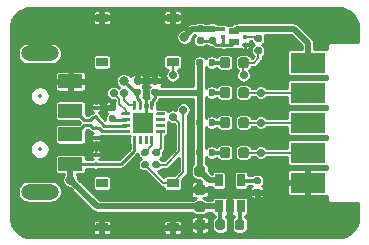
<source format=gbr>
%TF.GenerationSoftware,KiCad,Pcbnew,(5.1.12-1-10_14)*%
%TF.CreationDate,2022-05-25T15:41:46+08:00*%
%TF.ProjectId,USB2TTL,55534232-5454-44c2-9e6b-696361645f70,V1.0*%
%TF.SameCoordinates,Original*%
%TF.FileFunction,Copper,L1,Top*%
%TF.FilePolarity,Positive*%
%FSLAX46Y46*%
G04 Gerber Fmt 4.6, Leading zero omitted, Abs format (unit mm)*
G04 Created by KiCad (PCBNEW (5.1.12-1-10_14)) date 2022-05-25 15:41:46*
%MOMM*%
%LPD*%
G01*
G04 APERTURE LIST*
%TA.AperFunction,SMDPad,CuDef*%
%ADD10R,3.000000X1.700000*%
%TD*%
%TA.AperFunction,SMDPad,CuDef*%
%ADD11R,1.000000X0.750000*%
%TD*%
%TA.AperFunction,SMDPad,CuDef*%
%ADD12R,0.950000X0.613000*%
%TD*%
%TA.AperFunction,SMDPad,CuDef*%
%ADD13R,0.325000X0.300000*%
%TD*%
%TA.AperFunction,SMDPad,CuDef*%
%ADD14R,1.750000X1.750000*%
%TD*%
%TA.AperFunction,SMDPad,CuDef*%
%ADD15R,0.650000X1.060000*%
%TD*%
%TA.AperFunction,SMDPad,CuDef*%
%ADD16R,2.000000X1.200000*%
%TD*%
%TA.AperFunction,ComponentPad*%
%ADD17O,3.200000X1.300000*%
%TD*%
%TA.AperFunction,SMDPad,CuDef*%
%ADD18R,0.250000X0.360000*%
%TD*%
%TA.AperFunction,ViaPad*%
%ADD19C,0.700000*%
%TD*%
%TA.AperFunction,ViaPad*%
%ADD20C,0.500000*%
%TD*%
%TA.AperFunction,ViaPad*%
%ADD21C,0.800000*%
%TD*%
%TA.AperFunction,Conductor*%
%ADD22C,0.250000*%
%TD*%
%TA.AperFunction,Conductor*%
%ADD23C,0.280000*%
%TD*%
%TA.AperFunction,Conductor*%
%ADD24C,0.350000*%
%TD*%
%TA.AperFunction,Conductor*%
%ADD25C,0.500000*%
%TD*%
%TA.AperFunction,Conductor*%
%ADD26C,0.200000*%
%TD*%
%TA.AperFunction,Conductor*%
%ADD27C,0.254000*%
%TD*%
%ADD28C,0.350000*%
%ADD29C,0.300000*%
%ADD30O,2.500000X0.700000*%
G04 APERTURE END LIST*
D10*
%TO.P,J2,5*%
%TO.N,GND*%
X25460000Y4920000D03*
%TO.P,J2,4*%
%TO.N,/RXD*%
X25460000Y7460000D03*
%TO.P,J2,3*%
%TO.N,/TXD*%
X25460000Y10000000D03*
%TO.P,J2,2*%
%TO.N,/BOOT*%
X25460000Y12540000D03*
%TO.P,J2,1*%
%TO.N,/VOUT*%
X25460000Y15080000D03*
%TD*%
%TO.P,R9,2*%
%TO.N,/RTS*%
%TA.AperFunction,SMDPad,CuDef*%
G36*
G01*
X12785000Y7190000D02*
X12415000Y7190000D01*
G75*
G02*
X12280000Y7325000I0J135000D01*
G01*
X12280000Y7595000D01*
G75*
G02*
X12415000Y7730000I135000J0D01*
G01*
X12785000Y7730000D01*
G75*
G02*
X12920000Y7595000I0J-135000D01*
G01*
X12920000Y7325000D01*
G75*
G02*
X12785000Y7190000I-135000J0D01*
G01*
G37*
%TD.AperFunction*%
%TO.P,R9,1*%
%TO.N,/BOOT*%
%TA.AperFunction,SMDPad,CuDef*%
G36*
G01*
X12785000Y6170000D02*
X12415000Y6170000D01*
G75*
G02*
X12280000Y6305000I0J135000D01*
G01*
X12280000Y6575000D01*
G75*
G02*
X12415000Y6710000I135000J0D01*
G01*
X12785000Y6710000D01*
G75*
G02*
X12920000Y6575000I0J-135000D01*
G01*
X12920000Y6305000D01*
G75*
G02*
X12785000Y6170000I-135000J0D01*
G01*
G37*
%TD.AperFunction*%
%TD*%
%TO.P,R8,2*%
%TO.N,/DTR*%
%TA.AperFunction,SMDPad,CuDef*%
G36*
G01*
X11835000Y7190000D02*
X11465000Y7190000D01*
G75*
G02*
X11330000Y7325000I0J135000D01*
G01*
X11330000Y7595000D01*
G75*
G02*
X11465000Y7730000I135000J0D01*
G01*
X11835000Y7730000D01*
G75*
G02*
X11970000Y7595000I0J-135000D01*
G01*
X11970000Y7325000D01*
G75*
G02*
X11835000Y7190000I-135000J0D01*
G01*
G37*
%TD.AperFunction*%
%TO.P,R8,1*%
%TO.N,/RESET*%
%TA.AperFunction,SMDPad,CuDef*%
G36*
G01*
X11835000Y6170000D02*
X11465000Y6170000D01*
G75*
G02*
X11330000Y6305000I0J135000D01*
G01*
X11330000Y6575000D01*
G75*
G02*
X11465000Y6710000I135000J0D01*
G01*
X11835000Y6710000D01*
G75*
G02*
X11970000Y6575000I0J-135000D01*
G01*
X11970000Y6305000D01*
G75*
G02*
X11835000Y6170000I-135000J0D01*
G01*
G37*
%TD.AperFunction*%
%TD*%
D11*
%TO.P,SW2,1*%
%TO.N,/BOOT*%
X14000000Y15125000D03*
X8000000Y15125000D03*
%TO.P,SW2,2*%
%TO.N,GND*%
X14000000Y18875000D03*
X8000000Y18875000D03*
%TD*%
%TO.P,SW1,1*%
%TO.N,/RESET*%
X8000000Y4875000D03*
X14000000Y4875000D03*
%TO.P,SW1,2*%
%TO.N,GND*%
X8000000Y1125000D03*
X14000000Y1125000D03*
%TD*%
%TO.P,R1,2*%
%TO.N,+5V*%
%TA.AperFunction,SMDPad,CuDef*%
G36*
G01*
X18425000Y1625000D02*
X18425000Y1075000D01*
G75*
G02*
X18225000Y875000I-200000J0D01*
G01*
X17825000Y875000D01*
G75*
G02*
X17625000Y1075000I0J200000D01*
G01*
X17625000Y1625000D01*
G75*
G02*
X17825000Y1825000I200000J0D01*
G01*
X18225000Y1825000D01*
G75*
G02*
X18425000Y1625000I0J-200000D01*
G01*
G37*
%TD.AperFunction*%
%TO.P,R1,1*%
%TO.N,Net-(R1-Pad1)*%
%TA.AperFunction,SMDPad,CuDef*%
G36*
G01*
X20075000Y1625000D02*
X20075000Y1075000D01*
G75*
G02*
X19875000Y875000I-200000J0D01*
G01*
X19475000Y875000D01*
G75*
G02*
X19275000Y1075000I0J200000D01*
G01*
X19275000Y1625000D01*
G75*
G02*
X19475000Y1825000I200000J0D01*
G01*
X19875000Y1825000D01*
G75*
G02*
X20075000Y1625000I0J-200000D01*
G01*
G37*
%TD.AperFunction*%
%TD*%
%TO.P,R3,2*%
%TO.N,/RESET*%
%TA.AperFunction,SMDPad,CuDef*%
G36*
G01*
X21065000Y16360000D02*
X21435000Y16360000D01*
G75*
G02*
X21570000Y16225000I0J-135000D01*
G01*
X21570000Y15955000D01*
G75*
G02*
X21435000Y15820000I-135000J0D01*
G01*
X21065000Y15820000D01*
G75*
G02*
X20930000Y15955000I0J135000D01*
G01*
X20930000Y16225000D01*
G75*
G02*
X21065000Y16360000I135000J0D01*
G01*
G37*
%TD.AperFunction*%
%TO.P,R3,1*%
%TO.N,Net-(Q1-Pad5)*%
%TA.AperFunction,SMDPad,CuDef*%
G36*
G01*
X21065000Y17380000D02*
X21435000Y17380000D01*
G75*
G02*
X21570000Y17245000I0J-135000D01*
G01*
X21570000Y16975000D01*
G75*
G02*
X21435000Y16840000I-135000J0D01*
G01*
X21065000Y16840000D01*
G75*
G02*
X20930000Y16975000I0J135000D01*
G01*
X20930000Y17245000D01*
G75*
G02*
X21065000Y17380000I135000J0D01*
G01*
G37*
%TD.AperFunction*%
%TD*%
%TO.P,R2,2*%
%TO.N,Net-(C4-Pad2)*%
%TA.AperFunction,SMDPad,CuDef*%
G36*
G01*
X16165000Y17210000D02*
X16535000Y17210000D01*
G75*
G02*
X16670000Y17075000I0J-135000D01*
G01*
X16670000Y16805000D01*
G75*
G02*
X16535000Y16670000I-135000J0D01*
G01*
X16165000Y16670000D01*
G75*
G02*
X16030000Y16805000I0J135000D01*
G01*
X16030000Y17075000D01*
G75*
G02*
X16165000Y17210000I135000J0D01*
G01*
G37*
%TD.AperFunction*%
%TO.P,R2,1*%
%TO.N,+5V*%
%TA.AperFunction,SMDPad,CuDef*%
G36*
G01*
X16165000Y18230000D02*
X16535000Y18230000D01*
G75*
G02*
X16670000Y18095000I0J-135000D01*
G01*
X16670000Y17825000D01*
G75*
G02*
X16535000Y17690000I-135000J0D01*
G01*
X16165000Y17690000D01*
G75*
G02*
X16030000Y17825000I0J135000D01*
G01*
X16030000Y18095000D01*
G75*
G02*
X16165000Y18230000I135000J0D01*
G01*
G37*
%TD.AperFunction*%
%TD*%
D12*
%TO.P,Q1,6*%
%TO.N,/VOUT*%
X19200000Y17716500D03*
%TO.P,Q1,3*%
%TO.N,Net-(C4-Pad2)*%
X19200000Y16783500D03*
D13*
%TO.P,Q1,6*%
%TO.N,/VOUT*%
X20125000Y17900000D03*
%TO.P,Q1,4*%
%TO.N,GND*%
X20125000Y16600000D03*
%TO.P,Q1,5*%
%TO.N,Net-(Q1-Pad5)*%
X20125000Y17250000D03*
%TO.P,Q1,3*%
%TO.N,Net-(C4-Pad2)*%
X18275000Y16600000D03*
%TO.P,Q1,2*%
X18275000Y17250000D03*
%TO.P,Q1,1*%
%TO.N,+5V*%
X18275000Y17900000D03*
%TD*%
%TO.P,C4,2*%
%TO.N,Net-(C4-Pad2)*%
%TA.AperFunction,SMDPad,CuDef*%
G36*
G01*
X17180000Y17250000D02*
X17520000Y17250000D01*
G75*
G02*
X17660000Y17110000I0J-140000D01*
G01*
X17660000Y16830000D01*
G75*
G02*
X17520000Y16690000I-140000J0D01*
G01*
X17180000Y16690000D01*
G75*
G02*
X17040000Y16830000I0J140000D01*
G01*
X17040000Y17110000D01*
G75*
G02*
X17180000Y17250000I140000J0D01*
G01*
G37*
%TD.AperFunction*%
%TO.P,C4,1*%
%TO.N,+5V*%
%TA.AperFunction,SMDPad,CuDef*%
G36*
G01*
X17180000Y18210000D02*
X17520000Y18210000D01*
G75*
G02*
X17660000Y18070000I0J-140000D01*
G01*
X17660000Y17790000D01*
G75*
G02*
X17520000Y17650000I-140000J0D01*
G01*
X17180000Y17650000D01*
G75*
G02*
X17040000Y17790000I0J140000D01*
G01*
X17040000Y18070000D01*
G75*
G02*
X17180000Y18210000I140000J0D01*
G01*
G37*
%TD.AperFunction*%
%TD*%
%TO.P,R7,2*%
%TO.N,+3V3*%
%TA.AperFunction,SMDPad,CuDef*%
G36*
G01*
X16557000Y15265000D02*
X16557000Y14895000D01*
G75*
G02*
X16422000Y14760000I-135000J0D01*
G01*
X16152000Y14760000D01*
G75*
G02*
X16017000Y14895000I0J135000D01*
G01*
X16017000Y15265000D01*
G75*
G02*
X16152000Y15400000I135000J0D01*
G01*
X16422000Y15400000D01*
G75*
G02*
X16557000Y15265000I0J-135000D01*
G01*
G37*
%TD.AperFunction*%
%TO.P,R7,1*%
%TO.N,Net-(D7-Pad2)*%
%TA.AperFunction,SMDPad,CuDef*%
G36*
G01*
X17577000Y15265000D02*
X17577000Y14895000D01*
G75*
G02*
X17442000Y14760000I-135000J0D01*
G01*
X17172000Y14760000D01*
G75*
G02*
X17037000Y14895000I0J135000D01*
G01*
X17037000Y15265000D01*
G75*
G02*
X17172000Y15400000I135000J0D01*
G01*
X17442000Y15400000D01*
G75*
G02*
X17577000Y15265000I0J-135000D01*
G01*
G37*
%TD.AperFunction*%
%TD*%
%TO.P,R6,2*%
%TO.N,+3V3*%
%TA.AperFunction,SMDPad,CuDef*%
G36*
G01*
X16557000Y12725000D02*
X16557000Y12355000D01*
G75*
G02*
X16422000Y12220000I-135000J0D01*
G01*
X16152000Y12220000D01*
G75*
G02*
X16017000Y12355000I0J135000D01*
G01*
X16017000Y12725000D01*
G75*
G02*
X16152000Y12860000I135000J0D01*
G01*
X16422000Y12860000D01*
G75*
G02*
X16557000Y12725000I0J-135000D01*
G01*
G37*
%TD.AperFunction*%
%TO.P,R6,1*%
%TO.N,Net-(D6-Pad2)*%
%TA.AperFunction,SMDPad,CuDef*%
G36*
G01*
X17577000Y12725000D02*
X17577000Y12355000D01*
G75*
G02*
X17442000Y12220000I-135000J0D01*
G01*
X17172000Y12220000D01*
G75*
G02*
X17037000Y12355000I0J135000D01*
G01*
X17037000Y12725000D01*
G75*
G02*
X17172000Y12860000I135000J0D01*
G01*
X17442000Y12860000D01*
G75*
G02*
X17577000Y12725000I0J-135000D01*
G01*
G37*
%TD.AperFunction*%
%TD*%
%TO.P,R5,2*%
%TO.N,+3V3*%
%TA.AperFunction,SMDPad,CuDef*%
G36*
G01*
X16557000Y7645000D02*
X16557000Y7275000D01*
G75*
G02*
X16422000Y7140000I-135000J0D01*
G01*
X16152000Y7140000D01*
G75*
G02*
X16017000Y7275000I0J135000D01*
G01*
X16017000Y7645000D01*
G75*
G02*
X16152000Y7780000I135000J0D01*
G01*
X16422000Y7780000D01*
G75*
G02*
X16557000Y7645000I0J-135000D01*
G01*
G37*
%TD.AperFunction*%
%TO.P,R5,1*%
%TO.N,Net-(D5-Pad2)*%
%TA.AperFunction,SMDPad,CuDef*%
G36*
G01*
X17577000Y7645000D02*
X17577000Y7275000D01*
G75*
G02*
X17442000Y7140000I-135000J0D01*
G01*
X17172000Y7140000D01*
G75*
G02*
X17037000Y7275000I0J135000D01*
G01*
X17037000Y7645000D01*
G75*
G02*
X17172000Y7780000I135000J0D01*
G01*
X17442000Y7780000D01*
G75*
G02*
X17577000Y7645000I0J-135000D01*
G01*
G37*
%TD.AperFunction*%
%TD*%
%TO.P,R4,2*%
%TO.N,+3V3*%
%TA.AperFunction,SMDPad,CuDef*%
G36*
G01*
X16557000Y10185000D02*
X16557000Y9815000D01*
G75*
G02*
X16422000Y9680000I-135000J0D01*
G01*
X16152000Y9680000D01*
G75*
G02*
X16017000Y9815000I0J135000D01*
G01*
X16017000Y10185000D01*
G75*
G02*
X16152000Y10320000I135000J0D01*
G01*
X16422000Y10320000D01*
G75*
G02*
X16557000Y10185000I0J-135000D01*
G01*
G37*
%TD.AperFunction*%
%TO.P,R4,1*%
%TO.N,Net-(D4-Pad2)*%
%TA.AperFunction,SMDPad,CuDef*%
G36*
G01*
X17577000Y10185000D02*
X17577000Y9815000D01*
G75*
G02*
X17442000Y9680000I-135000J0D01*
G01*
X17172000Y9680000D01*
G75*
G02*
X17037000Y9815000I0J135000D01*
G01*
X17037000Y10185000D01*
G75*
G02*
X17172000Y10320000I135000J0D01*
G01*
X17442000Y10320000D01*
G75*
G02*
X17577000Y10185000I0J-135000D01*
G01*
G37*
%TD.AperFunction*%
%TD*%
%TO.P,D7,2*%
%TO.N,Net-(D7-Pad2)*%
%TA.AperFunction,SMDPad,CuDef*%
G36*
G01*
X18860000Y15336250D02*
X18860000Y14823750D01*
G75*
G02*
X18641250Y14605000I-218750J0D01*
G01*
X18203750Y14605000D01*
G75*
G02*
X17985000Y14823750I0J218750D01*
G01*
X17985000Y15336250D01*
G75*
G02*
X18203750Y15555000I218750J0D01*
G01*
X18641250Y15555000D01*
G75*
G02*
X18860000Y15336250I0J-218750D01*
G01*
G37*
%TD.AperFunction*%
%TO.P,D7,1*%
%TO.N,/RESET*%
%TA.AperFunction,SMDPad,CuDef*%
G36*
G01*
X20435000Y15336250D02*
X20435000Y14823750D01*
G75*
G02*
X20216250Y14605000I-218750J0D01*
G01*
X19778750Y14605000D01*
G75*
G02*
X19560000Y14823750I0J218750D01*
G01*
X19560000Y15336250D01*
G75*
G02*
X19778750Y15555000I218750J0D01*
G01*
X20216250Y15555000D01*
G75*
G02*
X20435000Y15336250I0J-218750D01*
G01*
G37*
%TD.AperFunction*%
%TD*%
%TO.P,D6,2*%
%TO.N,Net-(D6-Pad2)*%
%TA.AperFunction,SMDPad,CuDef*%
G36*
G01*
X18860000Y12796250D02*
X18860000Y12283750D01*
G75*
G02*
X18641250Y12065000I-218750J0D01*
G01*
X18203750Y12065000D01*
G75*
G02*
X17985000Y12283750I0J218750D01*
G01*
X17985000Y12796250D01*
G75*
G02*
X18203750Y13015000I218750J0D01*
G01*
X18641250Y13015000D01*
G75*
G02*
X18860000Y12796250I0J-218750D01*
G01*
G37*
%TD.AperFunction*%
%TO.P,D6,1*%
%TO.N,/BOOT*%
%TA.AperFunction,SMDPad,CuDef*%
G36*
G01*
X20435000Y12796250D02*
X20435000Y12283750D01*
G75*
G02*
X20216250Y12065000I-218750J0D01*
G01*
X19778750Y12065000D01*
G75*
G02*
X19560000Y12283750I0J218750D01*
G01*
X19560000Y12796250D01*
G75*
G02*
X19778750Y13015000I218750J0D01*
G01*
X20216250Y13015000D01*
G75*
G02*
X20435000Y12796250I0J-218750D01*
G01*
G37*
%TD.AperFunction*%
%TD*%
%TO.P,D5,2*%
%TO.N,Net-(D5-Pad2)*%
%TA.AperFunction,SMDPad,CuDef*%
G36*
G01*
X18860000Y7716250D02*
X18860000Y7203750D01*
G75*
G02*
X18641250Y6985000I-218750J0D01*
G01*
X18203750Y6985000D01*
G75*
G02*
X17985000Y7203750I0J218750D01*
G01*
X17985000Y7716250D01*
G75*
G02*
X18203750Y7935000I218750J0D01*
G01*
X18641250Y7935000D01*
G75*
G02*
X18860000Y7716250I0J-218750D01*
G01*
G37*
%TD.AperFunction*%
%TO.P,D5,1*%
%TO.N,/RXD*%
%TA.AperFunction,SMDPad,CuDef*%
G36*
G01*
X20435000Y7716250D02*
X20435000Y7203750D01*
G75*
G02*
X20216250Y6985000I-218750J0D01*
G01*
X19778750Y6985000D01*
G75*
G02*
X19560000Y7203750I0J218750D01*
G01*
X19560000Y7716250D01*
G75*
G02*
X19778750Y7935000I218750J0D01*
G01*
X20216250Y7935000D01*
G75*
G02*
X20435000Y7716250I0J-218750D01*
G01*
G37*
%TD.AperFunction*%
%TD*%
%TO.P,D4,2*%
%TO.N,Net-(D4-Pad2)*%
%TA.AperFunction,SMDPad,CuDef*%
G36*
G01*
X18860000Y10256250D02*
X18860000Y9743750D01*
G75*
G02*
X18641250Y9525000I-218750J0D01*
G01*
X18203750Y9525000D01*
G75*
G02*
X17985000Y9743750I0J218750D01*
G01*
X17985000Y10256250D01*
G75*
G02*
X18203750Y10475000I218750J0D01*
G01*
X18641250Y10475000D01*
G75*
G02*
X18860000Y10256250I0J-218750D01*
G01*
G37*
%TD.AperFunction*%
%TO.P,D4,1*%
%TO.N,/TXD*%
%TA.AperFunction,SMDPad,CuDef*%
G36*
G01*
X20435000Y10256250D02*
X20435000Y9743750D01*
G75*
G02*
X20216250Y9525000I-218750J0D01*
G01*
X19778750Y9525000D01*
G75*
G02*
X19560000Y9743750I0J218750D01*
G01*
X19560000Y10256250D01*
G75*
G02*
X19778750Y10475000I218750J0D01*
G01*
X20216250Y10475000D01*
G75*
G02*
X20435000Y10256250I0J-218750D01*
G01*
G37*
%TD.AperFunction*%
%TD*%
%TO.P,C3,2*%
%TO.N,GND*%
%TA.AperFunction,SMDPad,CuDef*%
G36*
G01*
X16050000Y4775000D02*
X16550000Y4775000D01*
G75*
G02*
X16775000Y4550000I0J-225000D01*
G01*
X16775000Y4100000D01*
G75*
G02*
X16550000Y3875000I-225000J0D01*
G01*
X16050000Y3875000D01*
G75*
G02*
X15825000Y4100000I0J225000D01*
G01*
X15825000Y4550000D01*
G75*
G02*
X16050000Y4775000I225000J0D01*
G01*
G37*
%TD.AperFunction*%
%TO.P,C3,1*%
%TO.N,+3V3*%
%TA.AperFunction,SMDPad,CuDef*%
G36*
G01*
X16050000Y6325000D02*
X16550000Y6325000D01*
G75*
G02*
X16775000Y6100000I0J-225000D01*
G01*
X16775000Y5650000D01*
G75*
G02*
X16550000Y5425000I-225000J0D01*
G01*
X16050000Y5425000D01*
G75*
G02*
X15825000Y5650000I0J225000D01*
G01*
X15825000Y6100000D01*
G75*
G02*
X16050000Y6325000I225000J0D01*
G01*
G37*
%TD.AperFunction*%
%TD*%
%TO.P,C2,2*%
%TO.N,GND*%
%TA.AperFunction,SMDPad,CuDef*%
G36*
G01*
X20980000Y4400000D02*
X21320000Y4400000D01*
G75*
G02*
X21460000Y4260000I0J-140000D01*
G01*
X21460000Y3980000D01*
G75*
G02*
X21320000Y3840000I-140000J0D01*
G01*
X20980000Y3840000D01*
G75*
G02*
X20840000Y3980000I0J140000D01*
G01*
X20840000Y4260000D01*
G75*
G02*
X20980000Y4400000I140000J0D01*
G01*
G37*
%TD.AperFunction*%
%TO.P,C2,1*%
%TO.N,Net-(C2-Pad1)*%
%TA.AperFunction,SMDPad,CuDef*%
G36*
G01*
X20980000Y5360000D02*
X21320000Y5360000D01*
G75*
G02*
X21460000Y5220000I0J-140000D01*
G01*
X21460000Y4940000D01*
G75*
G02*
X21320000Y4800000I-140000J0D01*
G01*
X20980000Y4800000D01*
G75*
G02*
X20840000Y4940000I0J140000D01*
G01*
X20840000Y5220000D01*
G75*
G02*
X20980000Y5360000I140000J0D01*
G01*
G37*
%TD.AperFunction*%
%TD*%
%TO.P,C5,2*%
%TO.N,GND*%
%TA.AperFunction,SMDPad,CuDef*%
G36*
G01*
X9070000Y11000000D02*
X8730000Y11000000D01*
G75*
G02*
X8590000Y11140000I0J140000D01*
G01*
X8590000Y11420000D01*
G75*
G02*
X8730000Y11560000I140000J0D01*
G01*
X9070000Y11560000D01*
G75*
G02*
X9210000Y11420000I0J-140000D01*
G01*
X9210000Y11140000D01*
G75*
G02*
X9070000Y11000000I-140000J0D01*
G01*
G37*
%TD.AperFunction*%
%TO.P,C5,1*%
%TO.N,Net-(C5-Pad1)*%
%TA.AperFunction,SMDPad,CuDef*%
G36*
G01*
X9070000Y10040000D02*
X8730000Y10040000D01*
G75*
G02*
X8590000Y10180000I0J140000D01*
G01*
X8590000Y10460000D01*
G75*
G02*
X8730000Y10600000I140000J0D01*
G01*
X9070000Y10600000D01*
G75*
G02*
X9210000Y10460000I0J-140000D01*
G01*
X9210000Y10180000D01*
G75*
G02*
X9070000Y10040000I-140000J0D01*
G01*
G37*
%TD.AperFunction*%
%TD*%
%TO.P,C7,2*%
%TO.N,GND*%
%TA.AperFunction,SMDPad,CuDef*%
G36*
G01*
X12670000Y13250000D02*
X12330000Y13250000D01*
G75*
G02*
X12190000Y13390000I0J140000D01*
G01*
X12190000Y13670000D01*
G75*
G02*
X12330000Y13810000I140000J0D01*
G01*
X12670000Y13810000D01*
G75*
G02*
X12810000Y13670000I0J-140000D01*
G01*
X12810000Y13390000D01*
G75*
G02*
X12670000Y13250000I-140000J0D01*
G01*
G37*
%TD.AperFunction*%
%TO.P,C7,1*%
%TO.N,+3V3*%
%TA.AperFunction,SMDPad,CuDef*%
G36*
G01*
X12670000Y12290000D02*
X12330000Y12290000D01*
G75*
G02*
X12190000Y12430000I0J140000D01*
G01*
X12190000Y12710000D01*
G75*
G02*
X12330000Y12850000I140000J0D01*
G01*
X12670000Y12850000D01*
G75*
G02*
X12810000Y12710000I0J-140000D01*
G01*
X12810000Y12430000D01*
G75*
G02*
X12670000Y12290000I-140000J0D01*
G01*
G37*
%TD.AperFunction*%
%TD*%
%TO.P,C6,2*%
%TO.N,GND*%
%TA.AperFunction,SMDPad,CuDef*%
G36*
G01*
X11170000Y13250000D02*
X10830000Y13250000D01*
G75*
G02*
X10690000Y13390000I0J140000D01*
G01*
X10690000Y13670000D01*
G75*
G02*
X10830000Y13810000I140000J0D01*
G01*
X11170000Y13810000D01*
G75*
G02*
X11310000Y13670000I0J-140000D01*
G01*
X11310000Y13390000D01*
G75*
G02*
X11170000Y13250000I-140000J0D01*
G01*
G37*
%TD.AperFunction*%
%TO.P,C6,1*%
%TO.N,+5V*%
%TA.AperFunction,SMDPad,CuDef*%
G36*
G01*
X11170000Y12290000D02*
X10830000Y12290000D01*
G75*
G02*
X10690000Y12430000I0J140000D01*
G01*
X10690000Y12710000D01*
G75*
G02*
X10830000Y12850000I140000J0D01*
G01*
X11170000Y12850000D01*
G75*
G02*
X11310000Y12710000I0J-140000D01*
G01*
X11310000Y12430000D01*
G75*
G02*
X11170000Y12290000I-140000J0D01*
G01*
G37*
%TD.AperFunction*%
%TD*%
%TO.P,C1,2*%
%TO.N,GND*%
%TA.AperFunction,SMDPad,CuDef*%
G36*
G01*
X16050000Y1775000D02*
X16550000Y1775000D01*
G75*
G02*
X16775000Y1550000I0J-225000D01*
G01*
X16775000Y1100000D01*
G75*
G02*
X16550000Y875000I-225000J0D01*
G01*
X16050000Y875000D01*
G75*
G02*
X15825000Y1100000I0J225000D01*
G01*
X15825000Y1550000D01*
G75*
G02*
X16050000Y1775000I225000J0D01*
G01*
G37*
%TD.AperFunction*%
%TO.P,C1,1*%
%TO.N,+5V*%
%TA.AperFunction,SMDPad,CuDef*%
G36*
G01*
X16050000Y3325000D02*
X16550000Y3325000D01*
G75*
G02*
X16775000Y3100000I0J-225000D01*
G01*
X16775000Y2650000D01*
G75*
G02*
X16550000Y2425000I-225000J0D01*
G01*
X16050000Y2425000D01*
G75*
G02*
X15825000Y2650000I0J225000D01*
G01*
X15825000Y3100000D01*
G75*
G02*
X16050000Y3325000I225000J0D01*
G01*
G37*
%TD.AperFunction*%
%TD*%
D14*
%TO.P,U2,17*%
%TO.N,GND*%
X11500000Y10000000D03*
%TO.P,U2,16*%
%TO.N,N/C*%
%TA.AperFunction,SMDPad,CuDef*%
G36*
G01*
X12662500Y10875000D02*
X13287500Y10875000D01*
G75*
G02*
X13350000Y10812500I0J-62500D01*
G01*
X13350000Y10687500D01*
G75*
G02*
X13287500Y10625000I-62500J0D01*
G01*
X12662500Y10625000D01*
G75*
G02*
X12600000Y10687500I0J62500D01*
G01*
X12600000Y10812500D01*
G75*
G02*
X12662500Y10875000I62500J0D01*
G01*
G37*
%TD.AperFunction*%
%TO.P,U2,15*%
%TA.AperFunction,SMDPad,CuDef*%
G36*
G01*
X12662500Y10375000D02*
X13287500Y10375000D01*
G75*
G02*
X13350000Y10312500I0J-62500D01*
G01*
X13350000Y10187500D01*
G75*
G02*
X13287500Y10125000I-62500J0D01*
G01*
X12662500Y10125000D01*
G75*
G02*
X12600000Y10187500I0J62500D01*
G01*
X12600000Y10312500D01*
G75*
G02*
X12662500Y10375000I62500J0D01*
G01*
G37*
%TD.AperFunction*%
%TO.P,U2,14*%
%TA.AperFunction,SMDPad,CuDef*%
G36*
G01*
X12662500Y9875000D02*
X13287500Y9875000D01*
G75*
G02*
X13350000Y9812500I0J-62500D01*
G01*
X13350000Y9687500D01*
G75*
G02*
X13287500Y9625000I-62500J0D01*
G01*
X12662500Y9625000D01*
G75*
G02*
X12600000Y9687500I0J62500D01*
G01*
X12600000Y9812500D01*
G75*
G02*
X12662500Y9875000I62500J0D01*
G01*
G37*
%TD.AperFunction*%
%TO.P,U2,13*%
%TO.N,/RTS*%
%TA.AperFunction,SMDPad,CuDef*%
G36*
G01*
X12662500Y9375000D02*
X13287500Y9375000D01*
G75*
G02*
X13350000Y9312500I0J-62500D01*
G01*
X13350000Y9187500D01*
G75*
G02*
X13287500Y9125000I-62500J0D01*
G01*
X12662500Y9125000D01*
G75*
G02*
X12600000Y9187500I0J62500D01*
G01*
X12600000Y9312500D01*
G75*
G02*
X12662500Y9375000I62500J0D01*
G01*
G37*
%TD.AperFunction*%
%TO.P,U2,12*%
%TO.N,/DTR*%
%TA.AperFunction,SMDPad,CuDef*%
G36*
G01*
X12187500Y8900000D02*
X12312500Y8900000D01*
G75*
G02*
X12375000Y8837500I0J-62500D01*
G01*
X12375000Y8212500D01*
G75*
G02*
X12312500Y8150000I-62500J0D01*
G01*
X12187500Y8150000D01*
G75*
G02*
X12125000Y8212500I0J62500D01*
G01*
X12125000Y8837500D01*
G75*
G02*
X12187500Y8900000I62500J0D01*
G01*
G37*
%TD.AperFunction*%
%TO.P,U2,11*%
%TO.N,N/C*%
%TA.AperFunction,SMDPad,CuDef*%
G36*
G01*
X11687500Y8900000D02*
X11812500Y8900000D01*
G75*
G02*
X11875000Y8837500I0J-62500D01*
G01*
X11875000Y8212500D01*
G75*
G02*
X11812500Y8150000I-62500J0D01*
G01*
X11687500Y8150000D01*
G75*
G02*
X11625000Y8212500I0J62500D01*
G01*
X11625000Y8837500D01*
G75*
G02*
X11687500Y8900000I62500J0D01*
G01*
G37*
%TD.AperFunction*%
%TO.P,U2,10*%
%TA.AperFunction,SMDPad,CuDef*%
G36*
G01*
X11187500Y8900000D02*
X11312500Y8900000D01*
G75*
G02*
X11375000Y8837500I0J-62500D01*
G01*
X11375000Y8212500D01*
G75*
G02*
X11312500Y8150000I-62500J0D01*
G01*
X11187500Y8150000D01*
G75*
G02*
X11125000Y8212500I0J62500D01*
G01*
X11125000Y8837500D01*
G75*
G02*
X11187500Y8900000I62500J0D01*
G01*
G37*
%TD.AperFunction*%
%TO.P,U2,9*%
%TO.N,+5V*%
%TA.AperFunction,SMDPad,CuDef*%
G36*
G01*
X10687500Y8900000D02*
X10812500Y8900000D01*
G75*
G02*
X10875000Y8837500I0J-62500D01*
G01*
X10875000Y8212500D01*
G75*
G02*
X10812500Y8150000I-62500J0D01*
G01*
X10687500Y8150000D01*
G75*
G02*
X10625000Y8212500I0J62500D01*
G01*
X10625000Y8837500D01*
G75*
G02*
X10687500Y8900000I62500J0D01*
G01*
G37*
%TD.AperFunction*%
%TO.P,U2,8*%
%TO.N,/D-*%
%TA.AperFunction,SMDPad,CuDef*%
G36*
G01*
X9712500Y9375000D02*
X10337500Y9375000D01*
G75*
G02*
X10400000Y9312500I0J-62500D01*
G01*
X10400000Y9187500D01*
G75*
G02*
X10337500Y9125000I-62500J0D01*
G01*
X9712500Y9125000D01*
G75*
G02*
X9650000Y9187500I0J62500D01*
G01*
X9650000Y9312500D01*
G75*
G02*
X9712500Y9375000I62500J0D01*
G01*
G37*
%TD.AperFunction*%
%TO.P,U2,7*%
%TO.N,/D+*%
%TA.AperFunction,SMDPad,CuDef*%
G36*
G01*
X9712500Y9875000D02*
X10337500Y9875000D01*
G75*
G02*
X10400000Y9812500I0J-62500D01*
G01*
X10400000Y9687500D01*
G75*
G02*
X10337500Y9625000I-62500J0D01*
G01*
X9712500Y9625000D01*
G75*
G02*
X9650000Y9687500I0J62500D01*
G01*
X9650000Y9812500D01*
G75*
G02*
X9712500Y9875000I62500J0D01*
G01*
G37*
%TD.AperFunction*%
%TO.P,U2,6*%
%TO.N,Net-(C5-Pad1)*%
%TA.AperFunction,SMDPad,CuDef*%
G36*
G01*
X9712500Y10375000D02*
X10337500Y10375000D01*
G75*
G02*
X10400000Y10312500I0J-62500D01*
G01*
X10400000Y10187500D01*
G75*
G02*
X10337500Y10125000I-62500J0D01*
G01*
X9712500Y10125000D01*
G75*
G02*
X9650000Y10187500I0J62500D01*
G01*
X9650000Y10312500D01*
G75*
G02*
X9712500Y10375000I62500J0D01*
G01*
G37*
%TD.AperFunction*%
%TO.P,U2,5*%
%TO.N,/RXD*%
%TA.AperFunction,SMDPad,CuDef*%
G36*
G01*
X9712500Y10875000D02*
X10337500Y10875000D01*
G75*
G02*
X10400000Y10812500I0J-62500D01*
G01*
X10400000Y10687500D01*
G75*
G02*
X10337500Y10625000I-62500J0D01*
G01*
X9712500Y10625000D01*
G75*
G02*
X9650000Y10687500I0J62500D01*
G01*
X9650000Y10812500D01*
G75*
G02*
X9712500Y10875000I62500J0D01*
G01*
G37*
%TD.AperFunction*%
%TO.P,U2,4*%
%TO.N,/TXD*%
%TA.AperFunction,SMDPad,CuDef*%
G36*
G01*
X10687500Y11850000D02*
X10812500Y11850000D01*
G75*
G02*
X10875000Y11787500I0J-62500D01*
G01*
X10875000Y11162500D01*
G75*
G02*
X10812500Y11100000I-62500J0D01*
G01*
X10687500Y11100000D01*
G75*
G02*
X10625000Y11162500I0J62500D01*
G01*
X10625000Y11787500D01*
G75*
G02*
X10687500Y11850000I62500J0D01*
G01*
G37*
%TD.AperFunction*%
%TO.P,U2,3*%
%TO.N,+5V*%
%TA.AperFunction,SMDPad,CuDef*%
G36*
G01*
X11187500Y11850000D02*
X11312500Y11850000D01*
G75*
G02*
X11375000Y11787500I0J-62500D01*
G01*
X11375000Y11162500D01*
G75*
G02*
X11312500Y11100000I-62500J0D01*
G01*
X11187500Y11100000D01*
G75*
G02*
X11125000Y11162500I0J62500D01*
G01*
X11125000Y11787500D01*
G75*
G02*
X11187500Y11850000I62500J0D01*
G01*
G37*
%TD.AperFunction*%
%TO.P,U2,2*%
%TO.N,GND*%
%TA.AperFunction,SMDPad,CuDef*%
G36*
G01*
X11687500Y11850000D02*
X11812500Y11850000D01*
G75*
G02*
X11875000Y11787500I0J-62500D01*
G01*
X11875000Y11162500D01*
G75*
G02*
X11812500Y11100000I-62500J0D01*
G01*
X11687500Y11100000D01*
G75*
G02*
X11625000Y11162500I0J62500D01*
G01*
X11625000Y11787500D01*
G75*
G02*
X11687500Y11850000I62500J0D01*
G01*
G37*
%TD.AperFunction*%
%TO.P,U2,1*%
%TO.N,+3V3*%
%TA.AperFunction,SMDPad,CuDef*%
G36*
G01*
X12187500Y11850000D02*
X12312500Y11850000D01*
G75*
G02*
X12375000Y11787500I0J-62500D01*
G01*
X12375000Y11162500D01*
G75*
G02*
X12312500Y11100000I-62500J0D01*
G01*
X12187500Y11100000D01*
G75*
G02*
X12125000Y11162500I0J62500D01*
G01*
X12125000Y11787500D01*
G75*
G02*
X12187500Y11850000I62500J0D01*
G01*
G37*
%TD.AperFunction*%
%TD*%
D15*
%TO.P,U1,5*%
%TO.N,+3V3*%
X17900000Y5100000D03*
%TO.P,U1,4*%
%TO.N,Net-(C2-Pad1)*%
X19800000Y5100000D03*
%TO.P,U1,3*%
%TO.N,Net-(R1-Pad1)*%
X19800000Y2900000D03*
%TO.P,U1,2*%
%TO.N,GND*%
X18850000Y2900000D03*
%TO.P,U1,1*%
%TO.N,+5V*%
X17900000Y2900000D03*
%TD*%
D16*
%TO.P,J1,1*%
%TO.N,+5V*%
X5350000Y6500000D03*
%TO.P,J1,2*%
%TO.N,/D-*%
X5350000Y9000000D03*
%TO.P,J1,3*%
%TO.N,/D+*%
X5350000Y11000000D03*
%TO.P,J1,4*%
%TO.N,GND*%
X5350000Y13500000D03*
D17*
%TO.P,J1,5*%
%TO.N,Net-(J1-Pad5)*%
X2750000Y4150000D03*
X2750000Y15850000D03*
%TD*%
D18*
%TO.P,D3,2*%
%TO.N,GND*%
X7500000Y7320000D03*
%TO.P,D3,1*%
%TO.N,+5V*%
X7500000Y6480000D03*
%TD*%
%TO.P,D2,2*%
%TO.N,GND*%
X7500000Y11270000D03*
%TO.P,D2,1*%
%TO.N,/D+*%
X7500000Y10430000D03*
%TD*%
%TO.P,D1,2*%
%TO.N,GND*%
X7500000Y8730000D03*
%TO.P,D1,1*%
%TO.N,/D-*%
X7500000Y9570000D03*
%TD*%
D19*
%TO.N,GND*%
X11750000Y13050000D03*
D20*
X15500000Y11750000D03*
X15500000Y9750000D03*
X15500000Y7500000D03*
X15500000Y15000000D03*
X15500000Y16500000D03*
X13950000Y9600000D03*
X13750000Y7750000D03*
X14000000Y6000000D03*
X9000000Y8500000D03*
X9000000Y7250000D03*
X10000000Y5000000D03*
X12500000Y4000000D03*
X7150000Y12000000D03*
X7850000Y12000000D03*
X7150000Y8000000D03*
X7850000Y8000000D03*
X15500000Y13500000D03*
X17500000Y13800000D03*
X17250000Y16050000D03*
X19200000Y15900000D03*
X18550000Y4000000D03*
X19150000Y4000000D03*
X21150000Y3300000D03*
X15250000Y4700000D03*
X15250000Y3950000D03*
X15250000Y1700000D03*
X15250000Y950000D03*
X12500000Y14350000D03*
X11000000Y14350000D03*
X13200000Y11650000D03*
X2000000Y19000000D03*
X4000000Y19000000D03*
X6000000Y19000000D03*
X10000000Y19000000D03*
X12000000Y19000000D03*
X16000000Y19000000D03*
X18000000Y19000000D03*
X20000000Y19000000D03*
X22000000Y19000000D03*
X24000000Y19000000D03*
X26000000Y19000000D03*
X28000000Y19000000D03*
X1000000Y14000000D03*
X1000000Y12000000D03*
X1000000Y10000000D03*
X1000000Y8000000D03*
X1000000Y6000000D03*
X2000000Y1000000D03*
X4000000Y1000000D03*
X6000000Y1000000D03*
X10000000Y1000000D03*
X12000000Y1000000D03*
X22000000Y1000000D03*
X24000000Y1000000D03*
X26000000Y1000000D03*
X28000000Y1000000D03*
X21590000Y13810000D03*
X21590000Y6190000D03*
X18750000Y11250000D03*
X21590000Y11270000D03*
X21590000Y8730000D03*
X25400000Y3650000D03*
X24257000Y3650000D03*
X26543000Y3650000D03*
X26543000Y6190000D03*
X25400000Y6190000D03*
X24257000Y6190000D03*
X23750000Y16750000D03*
X29000000Y17500000D03*
X29000000Y2500000D03*
X1000000Y17500000D03*
X1000000Y2500000D03*
X6000000Y14700000D03*
X5000000Y14700000D03*
X5000000Y15400000D03*
X6000000Y15400000D03*
X5000000Y3000000D03*
D21*
%TO.N,+5V*%
X5350000Y5150000D03*
X15000000Y17250000D03*
X9850000Y13550000D03*
D19*
%TO.N,/RXD*%
X9000000Y12500000D03*
X21463000Y7460000D03*
%TO.N,/TXD*%
X9850000Y12500000D03*
X21463000Y10000000D03*
%TO.N,/BOOT*%
X14000000Y10500000D03*
X14000000Y14000000D03*
X21463000Y12540000D03*
%TO.N,/RESET*%
X20000000Y14000000D03*
X14900000Y11100000D03*
%TD*%
D22*
%TO.N,GND*%
X11750000Y11475000D02*
X11750000Y13050000D01*
X11750000Y10250000D02*
X11500000Y10000000D01*
X11750000Y11475000D02*
X11750000Y10250000D01*
D23*
%TO.N,/D-*%
X6535000Y9785000D02*
X7014999Y9785000D01*
X5350000Y9000000D02*
X5750000Y9000000D01*
X7014999Y9785000D02*
X7229999Y9570000D01*
X7229999Y9570000D02*
X7500000Y9570000D01*
X5750000Y9000000D02*
X6535000Y9785000D01*
X9990000Y9285000D02*
X10025000Y9250000D01*
X8036888Y9285000D02*
X9990000Y9285000D01*
X7751888Y9570000D02*
X8036888Y9285000D01*
X7500000Y9570000D02*
X7751888Y9570000D01*
%TO.N,/D+*%
X7229999Y10430000D02*
X7500000Y10430000D01*
X7014999Y10215000D02*
X7229999Y10430000D01*
X6535000Y10215000D02*
X7014999Y10215000D01*
X5750000Y11000000D02*
X6535000Y10215000D01*
X5350000Y11000000D02*
X5750000Y11000000D01*
X8215000Y9715000D02*
X9990000Y9715000D01*
X7500000Y10430000D02*
X8215000Y9715000D01*
X9990000Y9715000D02*
X10025000Y9750000D01*
D22*
%TO.N,+5V*%
X11000000Y12570000D02*
X11000000Y12100000D01*
X11250000Y11850000D02*
X11250000Y11475000D01*
X11000000Y12100000D02*
X11250000Y11850000D01*
D24*
X18025000Y1350000D02*
X18025000Y2775000D01*
D25*
X17900000Y2900000D02*
X7600000Y2900000D01*
X5350000Y6500000D02*
X5350000Y5150000D01*
X5350000Y5150000D02*
X7600000Y2900000D01*
D22*
X10750000Y8525000D02*
X10750000Y7600000D01*
X9650000Y6500000D02*
X5350000Y6500000D01*
X10750000Y7600000D02*
X9650000Y6500000D01*
D24*
X18275000Y17900000D02*
X17380000Y17900000D01*
D25*
X15680000Y17930000D02*
X15000000Y17250000D01*
X17350000Y17930000D02*
X15680000Y17930000D01*
D24*
X10830000Y12570000D02*
X9850000Y13550000D01*
D22*
%TO.N,+3V3*%
X12500000Y12570000D02*
X12500000Y12100000D01*
X12250000Y11850000D02*
X12250000Y11475000D01*
X12500000Y12100000D02*
X12250000Y11850000D01*
D25*
X17900000Y5100000D02*
X17075000Y5100000D01*
X16287000Y5888000D02*
X17075000Y5100000D01*
X16287000Y15080000D02*
X16287000Y5888000D01*
X16287000Y12540000D02*
X12530000Y12540000D01*
D22*
%TO.N,Net-(C5-Pad1)*%
X8970000Y10250000D02*
X8900000Y10320000D01*
X10025000Y10250000D02*
X8970000Y10250000D01*
D26*
%TO.N,/RTS*%
X12975000Y7835000D02*
X12600000Y7460000D01*
X12975000Y9250000D02*
X12975000Y7835000D01*
%TO.N,/DTR*%
X12250000Y8060000D02*
X11650000Y7460000D01*
X12250000Y8525000D02*
X12250000Y8060000D01*
%TO.N,/RXD*%
X10025000Y10750000D02*
X10025000Y11075000D01*
X9500000Y11600000D02*
X9500000Y12000000D01*
X10025000Y11075000D02*
X9500000Y11600000D01*
X9500000Y12000000D02*
X9000000Y12500000D01*
X21463000Y7460000D02*
X19997500Y7460000D01*
X25460000Y7460000D02*
X21463000Y7460000D01*
%TO.N,/TXD*%
X10750000Y11475000D02*
X10325000Y11475000D01*
X9850000Y11950000D02*
X9850000Y12500000D01*
X10325000Y11475000D02*
X9850000Y11950000D01*
X21463000Y10000000D02*
X25460000Y10000000D01*
X19997500Y10000000D02*
X21463000Y10000000D01*
D24*
%TO.N,Net-(D4-Pad2)*%
X18422500Y10000000D02*
X17307000Y10000000D01*
%TO.N,Net-(D5-Pad2)*%
X17307000Y7460000D02*
X18422500Y7460000D01*
%TO.N,Net-(C2-Pad1)*%
X21150000Y5080000D02*
X19820000Y5080000D01*
D22*
%TO.N,Net-(C4-Pad2)*%
X18275000Y17250000D02*
X18275000Y16600000D01*
X19000000Y16600000D02*
X17700000Y16600000D01*
X17360000Y16940000D02*
X16350000Y16940000D01*
X17700000Y16600000D02*
X17360000Y16940000D01*
D24*
%TO.N,Net-(D6-Pad2)*%
X17307000Y12540000D02*
X18422500Y12540000D01*
%TO.N,Net-(D7-Pad2)*%
X18422500Y15080000D02*
X17307000Y15080000D01*
D26*
%TO.N,/BOOT*%
X12600000Y6440000D02*
X13440000Y6440000D01*
X14000000Y14000000D02*
X14000000Y15125000D01*
X14000000Y10500000D02*
X14550000Y9950000D01*
X14550000Y7550000D02*
X13440000Y6440000D01*
X14550000Y9950000D02*
X14550000Y7550000D01*
X21463000Y12540000D02*
X25460000Y12540000D01*
X19997500Y12540000D02*
X21463000Y12540000D01*
D25*
%TO.N,/VOUT*%
X19200000Y17716500D02*
X19433500Y17950000D01*
X25460000Y15080000D02*
X25460000Y16740000D01*
X24250000Y17950000D02*
X19433500Y17950000D01*
X25460000Y16740000D02*
X24250000Y17950000D01*
D26*
%TO.N,Net-(Q1-Pad5)*%
X20125000Y17250000D02*
X21110000Y17250000D01*
D24*
%TO.N,Net-(R1-Pad1)*%
X19675000Y1350000D02*
X19675000Y2775000D01*
D26*
%TO.N,/RESET*%
X13215000Y4875000D02*
X14000000Y4875000D01*
X11650000Y6440000D02*
X13215000Y4875000D01*
X19997500Y15080000D02*
X20880000Y15080000D01*
X21250000Y15450000D02*
X21250000Y16090000D01*
X20880000Y15080000D02*
X21250000Y15450000D01*
X19997500Y14002500D02*
X20000000Y14000000D01*
X19997500Y15080000D02*
X19997500Y14002500D01*
X14900000Y5775000D02*
X14000000Y4875000D01*
X14900000Y11100000D02*
X14900000Y5775000D01*
%TD*%
D27*
%TO.N,GND*%
X28329529Y19664241D02*
X28646504Y19568541D01*
X28938858Y19413093D01*
X29195448Y19203823D01*
X29406505Y18948699D01*
X29563988Y18657441D01*
X29661899Y18341141D01*
X29698001Y17997656D01*
X29698000Y16802000D01*
X27364833Y16802000D01*
X27350000Y16803461D01*
X27335167Y16802000D01*
X27290798Y16797630D01*
X27233871Y16780361D01*
X27181406Y16752319D01*
X27135421Y16714579D01*
X27097681Y16668594D01*
X27069639Y16616129D01*
X27052370Y16559202D01*
X27046539Y16500000D01*
X27048001Y16485156D01*
X27048001Y16192769D01*
X27014301Y16202992D01*
X26960000Y16208340D01*
X25987000Y16208340D01*
X25987000Y16714123D01*
X25989549Y16740001D01*
X25983873Y16797630D01*
X25979374Y16843310D01*
X25949239Y16942650D01*
X25900304Y17034202D01*
X25834448Y17114448D01*
X25814339Y17130951D01*
X24640955Y18304334D01*
X24624448Y18324448D01*
X24544202Y18390304D01*
X24452650Y18439239D01*
X24353310Y18469374D01*
X24275881Y18477000D01*
X24250000Y18479549D01*
X24224119Y18477000D01*
X19459381Y18477000D01*
X19433500Y18479549D01*
X19407619Y18477000D01*
X19330190Y18469374D01*
X19230850Y18439239D01*
X19139298Y18390304D01*
X19059052Y18324448D01*
X19042545Y18304334D01*
X19039551Y18301340D01*
X18725000Y18301340D01*
X18670699Y18295992D01*
X18618484Y18280153D01*
X18603472Y18272129D01*
X18592137Y18281431D01*
X18544016Y18307153D01*
X18491801Y18322992D01*
X18437500Y18328340D01*
X18420044Y18328340D01*
X18363607Y18345460D01*
X18297205Y18352000D01*
X17827145Y18352000D01*
X17815811Y18365811D01*
X17752417Y18417837D01*
X17680092Y18456496D01*
X17601614Y18480302D01*
X17520000Y18488340D01*
X17180000Y18488340D01*
X17098386Y18480302D01*
X17021569Y18457000D01*
X16730364Y18457000D01*
X16693178Y18476876D01*
X16615639Y18500398D01*
X16535000Y18508340D01*
X16165000Y18508340D01*
X16084361Y18500398D01*
X16006822Y18476876D01*
X15969636Y18457000D01*
X15705880Y18457000D01*
X15679999Y18459549D01*
X15576690Y18449374D01*
X15477350Y18419239D01*
X15385798Y18370304D01*
X15305552Y18304448D01*
X15289049Y18284339D01*
X14931311Y17926600D01*
X14802526Y17900984D01*
X14679320Y17849950D01*
X14568437Y17775860D01*
X14474140Y17681563D01*
X14400050Y17570680D01*
X14349016Y17447474D01*
X14323000Y17316679D01*
X14323000Y17183321D01*
X14349016Y17052526D01*
X14400050Y16929320D01*
X14474140Y16818437D01*
X14568437Y16724140D01*
X14679320Y16650050D01*
X14802526Y16599016D01*
X14933321Y16573000D01*
X15066679Y16573000D01*
X15197474Y16599016D01*
X15320680Y16650050D01*
X15431563Y16724140D01*
X15525860Y16818437D01*
X15599950Y16929320D01*
X15650984Y17052526D01*
X15676600Y17181311D01*
X15898290Y17403000D01*
X15916255Y17403000D01*
X15872724Y17367276D01*
X15821320Y17304639D01*
X15783124Y17233178D01*
X15759602Y17155639D01*
X15751660Y17075000D01*
X15751660Y16805000D01*
X15759602Y16724361D01*
X15783124Y16646822D01*
X15821320Y16575361D01*
X15872724Y16512724D01*
X15935361Y16461320D01*
X16006822Y16423124D01*
X16084361Y16399602D01*
X16165000Y16391660D01*
X16535000Y16391660D01*
X16615639Y16399602D01*
X16693178Y16423124D01*
X16764639Y16461320D01*
X16827276Y16512724D01*
X16848019Y16538000D01*
X16881061Y16538000D01*
X16884189Y16534189D01*
X16947583Y16482163D01*
X17019908Y16443504D01*
X17098386Y16419698D01*
X17180000Y16411660D01*
X17319826Y16411660D01*
X17401781Y16329705D01*
X17414368Y16314368D01*
X17429704Y16301782D01*
X17429706Y16301780D01*
X17475580Y16264132D01*
X17545416Y16226803D01*
X17599324Y16210451D01*
X17621194Y16203817D01*
X17680253Y16198000D01*
X17680260Y16198000D01*
X17700000Y16196056D01*
X17719739Y16198000D01*
X17996344Y16198000D01*
X18005984Y16192847D01*
X18058199Y16177008D01*
X18112500Y16171660D01*
X18437500Y16171660D01*
X18491801Y16177008D01*
X18544016Y16192847D01*
X18553656Y16198000D01*
X19019747Y16198000D01*
X19026448Y16198660D01*
X19675000Y16198660D01*
X19729301Y16204008D01*
X19781516Y16219847D01*
X19796528Y16227871D01*
X19807863Y16218569D01*
X19855984Y16192847D01*
X19908199Y16177008D01*
X19962500Y16171660D01*
X20020250Y16173000D01*
X20089500Y16242250D01*
X20089500Y16577000D01*
X20160500Y16577000D01*
X20160500Y16242250D01*
X20229750Y16173000D01*
X20287500Y16171660D01*
X20341801Y16177008D01*
X20394016Y16192847D01*
X20442137Y16218569D01*
X20484316Y16253184D01*
X20518931Y16295363D01*
X20544653Y16343484D01*
X20560492Y16395699D01*
X20565840Y16450000D01*
X20564500Y16507750D01*
X20495250Y16577000D01*
X20160500Y16577000D01*
X20089500Y16577000D01*
X19978000Y16577000D01*
X19978000Y16623000D01*
X20089500Y16623000D01*
X20089500Y16747000D01*
X20160500Y16747000D01*
X20160500Y16623000D01*
X20495250Y16623000D01*
X20564500Y16692250D01*
X20565840Y16750000D01*
X20560492Y16804301D01*
X20544653Y16856516D01*
X20535842Y16873000D01*
X20666082Y16873000D01*
X20683124Y16816822D01*
X20721320Y16745361D01*
X20772724Y16682724D01*
X20835361Y16631320D01*
X20893958Y16600000D01*
X20835361Y16568680D01*
X20772724Y16517276D01*
X20721320Y16454639D01*
X20683124Y16383178D01*
X20659602Y16305639D01*
X20651660Y16225000D01*
X20651660Y15955000D01*
X20659602Y15874361D01*
X20683124Y15796822D01*
X20721320Y15725361D01*
X20772724Y15662724D01*
X20835361Y15611320D01*
X20863253Y15596412D01*
X20723842Y15457000D01*
X20696577Y15457000D01*
X20675501Y15526478D01*
X20629565Y15612418D01*
X20567746Y15687746D01*
X20492418Y15749565D01*
X20406478Y15795501D01*
X20313227Y15823789D01*
X20216250Y15833340D01*
X19778750Y15833340D01*
X19681773Y15823789D01*
X19588522Y15795501D01*
X19502582Y15749565D01*
X19427254Y15687746D01*
X19365435Y15612418D01*
X19319499Y15526478D01*
X19291211Y15433227D01*
X19281660Y15336250D01*
X19281660Y14823750D01*
X19291211Y14726773D01*
X19319499Y14633522D01*
X19365435Y14547582D01*
X19427254Y14472254D01*
X19502582Y14410435D01*
X19516359Y14403071D01*
X19512977Y14399689D01*
X19444360Y14296996D01*
X19397095Y14182889D01*
X19373000Y14061754D01*
X19373000Y13938246D01*
X19397095Y13817111D01*
X19444360Y13703004D01*
X19512977Y13600311D01*
X19600311Y13512977D01*
X19703004Y13444360D01*
X19817111Y13397095D01*
X19938246Y13373000D01*
X20061754Y13373000D01*
X20182889Y13397095D01*
X20296996Y13444360D01*
X20399689Y13512977D01*
X20487023Y13600311D01*
X20555640Y13703004D01*
X20602905Y13817111D01*
X20627000Y13938246D01*
X20627000Y14061754D01*
X20602905Y14182889D01*
X20555640Y14296996D01*
X20487023Y14399689D01*
X20481899Y14404813D01*
X20492418Y14410435D01*
X20567746Y14472254D01*
X20629565Y14547582D01*
X20675501Y14633522D01*
X20696577Y14703000D01*
X20861488Y14703000D01*
X20880000Y14701177D01*
X20898512Y14703000D01*
X20898519Y14703000D01*
X20953905Y14708455D01*
X21024970Y14730012D01*
X21090463Y14765019D01*
X21147869Y14812131D01*
X21159676Y14826518D01*
X21503488Y15170329D01*
X21517869Y15182131D01*
X21564981Y15239537D01*
X21599988Y15305030D01*
X21609458Y15336250D01*
X21621545Y15376094D01*
X21623405Y15394981D01*
X21627000Y15431481D01*
X21627000Y15431487D01*
X21628823Y15449999D01*
X21627000Y15468511D01*
X21627000Y15591202D01*
X21664639Y15611320D01*
X21727276Y15662724D01*
X21778680Y15725361D01*
X21816876Y15796822D01*
X21840398Y15874361D01*
X21848340Y15955000D01*
X21848340Y16225000D01*
X21840398Y16305639D01*
X21816876Y16383178D01*
X21778680Y16454639D01*
X21727276Y16517276D01*
X21664639Y16568680D01*
X21606042Y16600000D01*
X21664639Y16631320D01*
X21727276Y16682724D01*
X21778680Y16745361D01*
X21816876Y16816822D01*
X21840398Y16894361D01*
X21848340Y16975000D01*
X21848340Y17245000D01*
X21840398Y17325639D01*
X21816876Y17403178D01*
X21806281Y17423000D01*
X24031711Y17423000D01*
X24933001Y16521709D01*
X24933001Y16208340D01*
X23960000Y16208340D01*
X23905699Y16202992D01*
X23853484Y16187153D01*
X23805363Y16161431D01*
X23763184Y16126816D01*
X23728569Y16084637D01*
X23702847Y16036516D01*
X23687008Y15984301D01*
X23681660Y15930000D01*
X23681660Y14230000D01*
X23687008Y14175699D01*
X23702847Y14123484D01*
X23728569Y14075363D01*
X23763184Y14033184D01*
X23805363Y13998569D01*
X23853484Y13972847D01*
X23905699Y13957008D01*
X23960000Y13951660D01*
X26960000Y13951660D01*
X27014301Y13957008D01*
X27048001Y13967231D01*
X27048001Y13652769D01*
X27014301Y13662992D01*
X26960000Y13668340D01*
X23960000Y13668340D01*
X23905699Y13662992D01*
X23853484Y13647153D01*
X23805363Y13621431D01*
X23763184Y13586816D01*
X23728569Y13544637D01*
X23702847Y13496516D01*
X23687008Y13444301D01*
X23681660Y13390000D01*
X23681660Y12917000D01*
X21965183Y12917000D01*
X21950023Y12939689D01*
X21862689Y13027023D01*
X21759996Y13095640D01*
X21645889Y13142905D01*
X21524754Y13167000D01*
X21401246Y13167000D01*
X21280111Y13142905D01*
X21166004Y13095640D01*
X21063311Y13027023D01*
X20975977Y12939689D01*
X20960817Y12917000D01*
X20696577Y12917000D01*
X20675501Y12986478D01*
X20629565Y13072418D01*
X20567746Y13147746D01*
X20492418Y13209565D01*
X20406478Y13255501D01*
X20313227Y13283789D01*
X20216250Y13293340D01*
X19778750Y13293340D01*
X19681773Y13283789D01*
X19588522Y13255501D01*
X19502582Y13209565D01*
X19427254Y13147746D01*
X19365435Y13072418D01*
X19319499Y12986478D01*
X19291211Y12893227D01*
X19281660Y12796250D01*
X19281660Y12283750D01*
X19291211Y12186773D01*
X19319499Y12093522D01*
X19365435Y12007582D01*
X19427254Y11932254D01*
X19502582Y11870435D01*
X19588522Y11824499D01*
X19681773Y11796211D01*
X19778750Y11786660D01*
X20216250Y11786660D01*
X20313227Y11796211D01*
X20406478Y11824499D01*
X20492418Y11870435D01*
X20567746Y11932254D01*
X20629565Y12007582D01*
X20675501Y12093522D01*
X20696577Y12163000D01*
X20960817Y12163000D01*
X20975977Y12140311D01*
X21063311Y12052977D01*
X21166004Y11984360D01*
X21280111Y11937095D01*
X21401246Y11913000D01*
X21524754Y11913000D01*
X21645889Y11937095D01*
X21759996Y11984360D01*
X21862689Y12052977D01*
X21950023Y12140311D01*
X21965183Y12163000D01*
X23681660Y12163000D01*
X23681660Y11690000D01*
X23687008Y11635699D01*
X23702847Y11583484D01*
X23728569Y11535363D01*
X23763184Y11493184D01*
X23805363Y11458569D01*
X23853484Y11432847D01*
X23905699Y11417008D01*
X23960000Y11411660D01*
X26960000Y11411660D01*
X27014301Y11417008D01*
X27048001Y11427231D01*
X27048001Y11112770D01*
X27014301Y11122992D01*
X26960000Y11128340D01*
X23960000Y11128340D01*
X23905699Y11122992D01*
X23853484Y11107153D01*
X23805363Y11081431D01*
X23763184Y11046816D01*
X23728569Y11004637D01*
X23702847Y10956516D01*
X23687008Y10904301D01*
X23681660Y10850000D01*
X23681660Y10377000D01*
X21965183Y10377000D01*
X21950023Y10399689D01*
X21862689Y10487023D01*
X21759996Y10555640D01*
X21645889Y10602905D01*
X21524754Y10627000D01*
X21401246Y10627000D01*
X21280111Y10602905D01*
X21166004Y10555640D01*
X21063311Y10487023D01*
X20975977Y10399689D01*
X20960817Y10377000D01*
X20696577Y10377000D01*
X20675501Y10446478D01*
X20629565Y10532418D01*
X20567746Y10607746D01*
X20492418Y10669565D01*
X20406478Y10715501D01*
X20313227Y10743789D01*
X20216250Y10753340D01*
X19778750Y10753340D01*
X19681773Y10743789D01*
X19588522Y10715501D01*
X19502582Y10669565D01*
X19427254Y10607746D01*
X19365435Y10532418D01*
X19319499Y10446478D01*
X19291211Y10353227D01*
X19281660Y10256250D01*
X19281660Y9743750D01*
X19291211Y9646773D01*
X19319499Y9553522D01*
X19365435Y9467582D01*
X19427254Y9392254D01*
X19502582Y9330435D01*
X19588522Y9284499D01*
X19681773Y9256211D01*
X19778750Y9246660D01*
X20216250Y9246660D01*
X20313227Y9256211D01*
X20406478Y9284499D01*
X20492418Y9330435D01*
X20567746Y9392254D01*
X20629565Y9467582D01*
X20675501Y9553522D01*
X20696577Y9623000D01*
X20960817Y9623000D01*
X20975977Y9600311D01*
X21063311Y9512977D01*
X21166004Y9444360D01*
X21280111Y9397095D01*
X21401246Y9373000D01*
X21524754Y9373000D01*
X21645889Y9397095D01*
X21759996Y9444360D01*
X21862689Y9512977D01*
X21950023Y9600311D01*
X21965183Y9623000D01*
X23681660Y9623000D01*
X23681660Y9150000D01*
X23687008Y9095699D01*
X23702847Y9043484D01*
X23728569Y8995363D01*
X23763184Y8953184D01*
X23805363Y8918569D01*
X23853484Y8892847D01*
X23905699Y8877008D01*
X23960000Y8871660D01*
X26960000Y8871660D01*
X27014301Y8877008D01*
X27048000Y8887230D01*
X27048000Y8572770D01*
X27014301Y8582992D01*
X26960000Y8588340D01*
X23960000Y8588340D01*
X23905699Y8582992D01*
X23853484Y8567153D01*
X23805363Y8541431D01*
X23763184Y8506816D01*
X23728569Y8464637D01*
X23702847Y8416516D01*
X23687008Y8364301D01*
X23681660Y8310000D01*
X23681660Y7837000D01*
X21965183Y7837000D01*
X21950023Y7859689D01*
X21862689Y7947023D01*
X21759996Y8015640D01*
X21645889Y8062905D01*
X21524754Y8087000D01*
X21401246Y8087000D01*
X21280111Y8062905D01*
X21166004Y8015640D01*
X21063311Y7947023D01*
X20975977Y7859689D01*
X20960817Y7837000D01*
X20696577Y7837000D01*
X20675501Y7906478D01*
X20629565Y7992418D01*
X20567746Y8067746D01*
X20492418Y8129565D01*
X20406478Y8175501D01*
X20313227Y8203789D01*
X20216250Y8213340D01*
X19778750Y8213340D01*
X19681773Y8203789D01*
X19588522Y8175501D01*
X19502582Y8129565D01*
X19427254Y8067746D01*
X19365435Y7992418D01*
X19319499Y7906478D01*
X19291211Y7813227D01*
X19281660Y7716250D01*
X19281660Y7203750D01*
X19291211Y7106773D01*
X19319499Y7013522D01*
X19365435Y6927582D01*
X19427254Y6852254D01*
X19502582Y6790435D01*
X19588522Y6744499D01*
X19681773Y6716211D01*
X19778750Y6706660D01*
X20216250Y6706660D01*
X20313227Y6716211D01*
X20406478Y6744499D01*
X20492418Y6790435D01*
X20567746Y6852254D01*
X20629565Y6927582D01*
X20675501Y7013522D01*
X20696577Y7083000D01*
X20960817Y7083000D01*
X20975977Y7060311D01*
X21063311Y6972977D01*
X21166004Y6904360D01*
X21280111Y6857095D01*
X21401246Y6833000D01*
X21524754Y6833000D01*
X21645889Y6857095D01*
X21759996Y6904360D01*
X21862689Y6972977D01*
X21950023Y7060311D01*
X21965183Y7083000D01*
X23681660Y7083000D01*
X23681660Y6610000D01*
X23687008Y6555699D01*
X23702847Y6503484D01*
X23728569Y6455363D01*
X23763184Y6413184D01*
X23805363Y6378569D01*
X23853484Y6352847D01*
X23905699Y6337008D01*
X23960000Y6331660D01*
X26960000Y6331660D01*
X27014301Y6337008D01*
X27048000Y6347230D01*
X27048000Y6032770D01*
X27014301Y6042992D01*
X26960000Y6048340D01*
X25656250Y6047000D01*
X25587000Y5977750D01*
X25587000Y5047000D01*
X25607000Y5047000D01*
X25607000Y4793000D01*
X25587000Y4793000D01*
X25587000Y3862250D01*
X25656250Y3793000D01*
X26960000Y3791660D01*
X27014301Y3797008D01*
X27048000Y3807230D01*
X27048000Y3514834D01*
X27046539Y3500000D01*
X27052370Y3440798D01*
X27069639Y3383871D01*
X27097681Y3331406D01*
X27129513Y3292620D01*
X27135421Y3285421D01*
X27181406Y3247681D01*
X27233871Y3219639D01*
X27290798Y3202370D01*
X27350000Y3196539D01*
X27364833Y3198000D01*
X29698001Y3198000D01*
X29698000Y2014774D01*
X29664241Y1670471D01*
X29568539Y1353491D01*
X29413093Y1061142D01*
X29203825Y804554D01*
X28948699Y593494D01*
X28657441Y436012D01*
X28341141Y338101D01*
X27997665Y302000D01*
X2014774Y302000D01*
X1670471Y335759D01*
X1353491Y431461D01*
X1061142Y586907D01*
X861171Y750000D01*
X7221660Y750000D01*
X7227008Y695699D01*
X7242847Y643484D01*
X7268569Y595363D01*
X7303184Y553184D01*
X7345363Y518569D01*
X7393484Y492847D01*
X7445699Y477008D01*
X7500000Y471660D01*
X7803750Y473000D01*
X7873000Y542250D01*
X7873000Y998000D01*
X8127000Y998000D01*
X8127000Y542250D01*
X8196250Y473000D01*
X8500000Y471660D01*
X8554301Y477008D01*
X8606516Y492847D01*
X8654637Y518569D01*
X8696816Y553184D01*
X8731431Y595363D01*
X8757153Y643484D01*
X8772992Y695699D01*
X8778340Y750000D01*
X13221660Y750000D01*
X13227008Y695699D01*
X13242847Y643484D01*
X13268569Y595363D01*
X13303184Y553184D01*
X13345363Y518569D01*
X13393484Y492847D01*
X13445699Y477008D01*
X13500000Y471660D01*
X13803750Y473000D01*
X13873000Y542250D01*
X13873000Y998000D01*
X14127000Y998000D01*
X14127000Y542250D01*
X14196250Y473000D01*
X14500000Y471660D01*
X14554301Y477008D01*
X14606516Y492847D01*
X14654637Y518569D01*
X14696816Y553184D01*
X14731431Y595363D01*
X14757153Y643484D01*
X14772992Y695699D01*
X14778340Y750000D01*
X14777403Y875000D01*
X15546660Y875000D01*
X15552008Y820699D01*
X15567847Y768484D01*
X15593569Y720363D01*
X15628184Y678184D01*
X15670363Y643569D01*
X15718484Y617847D01*
X15770699Y602008D01*
X15825000Y596660D01*
X16103750Y598000D01*
X16173000Y667250D01*
X16173000Y1198000D01*
X16427000Y1198000D01*
X16427000Y667250D01*
X16496250Y598000D01*
X16775000Y596660D01*
X16829301Y602008D01*
X16881516Y617847D01*
X16929637Y643569D01*
X16971816Y678184D01*
X17006431Y720363D01*
X17032153Y768484D01*
X17047992Y820699D01*
X17053340Y875000D01*
X17052000Y1128750D01*
X16982750Y1198000D01*
X16427000Y1198000D01*
X16173000Y1198000D01*
X15617250Y1198000D01*
X15548000Y1128750D01*
X15546660Y875000D01*
X14777403Y875000D01*
X14777000Y928750D01*
X14707750Y998000D01*
X14127000Y998000D01*
X13873000Y998000D01*
X13292250Y998000D01*
X13223000Y928750D01*
X13221660Y750000D01*
X8778340Y750000D01*
X8777000Y928750D01*
X8707750Y998000D01*
X8127000Y998000D01*
X7873000Y998000D01*
X7292250Y998000D01*
X7223000Y928750D01*
X7221660Y750000D01*
X861171Y750000D01*
X804554Y796175D01*
X593494Y1051301D01*
X436012Y1342559D01*
X387276Y1500000D01*
X7221660Y1500000D01*
X7223000Y1321250D01*
X7292250Y1252000D01*
X7873000Y1252000D01*
X7873000Y1707750D01*
X8127000Y1707750D01*
X8127000Y1252000D01*
X8707750Y1252000D01*
X8777000Y1321250D01*
X8778340Y1500000D01*
X13221660Y1500000D01*
X13223000Y1321250D01*
X13292250Y1252000D01*
X13873000Y1252000D01*
X13873000Y1707750D01*
X14127000Y1707750D01*
X14127000Y1252000D01*
X14707750Y1252000D01*
X14777000Y1321250D01*
X14778340Y1500000D01*
X14772992Y1554301D01*
X14757153Y1606516D01*
X14731431Y1654637D01*
X14696816Y1696816D01*
X14654637Y1731431D01*
X14606516Y1757153D01*
X14554301Y1772992D01*
X14533913Y1775000D01*
X15546660Y1775000D01*
X15548000Y1521250D01*
X15617250Y1452000D01*
X16173000Y1452000D01*
X16173000Y1982750D01*
X16427000Y1982750D01*
X16427000Y1452000D01*
X16982750Y1452000D01*
X17052000Y1521250D01*
X17053340Y1775000D01*
X17047992Y1829301D01*
X17032153Y1881516D01*
X17006431Y1929637D01*
X16971816Y1971816D01*
X16929637Y2006431D01*
X16881516Y2032153D01*
X16829301Y2047992D01*
X16775000Y2053340D01*
X16496250Y2052000D01*
X16427000Y1982750D01*
X16173000Y1982750D01*
X16103750Y2052000D01*
X15825000Y2053340D01*
X15770699Y2047992D01*
X15718484Y2032153D01*
X15670363Y2006431D01*
X15628184Y1971816D01*
X15593569Y1929637D01*
X15567847Y1881516D01*
X15552008Y1829301D01*
X15546660Y1775000D01*
X14533913Y1775000D01*
X14500000Y1778340D01*
X14196250Y1777000D01*
X14127000Y1707750D01*
X13873000Y1707750D01*
X13803750Y1777000D01*
X13500000Y1778340D01*
X13445699Y1772992D01*
X13393484Y1757153D01*
X13345363Y1731431D01*
X13303184Y1696816D01*
X13268569Y1654637D01*
X13242847Y1606516D01*
X13227008Y1554301D01*
X13221660Y1500000D01*
X8778340Y1500000D01*
X8772992Y1554301D01*
X8757153Y1606516D01*
X8731431Y1654637D01*
X8696816Y1696816D01*
X8654637Y1731431D01*
X8606516Y1757153D01*
X8554301Y1772992D01*
X8500000Y1778340D01*
X8196250Y1777000D01*
X8127000Y1707750D01*
X7873000Y1707750D01*
X7803750Y1777000D01*
X7500000Y1778340D01*
X7445699Y1772992D01*
X7393484Y1757153D01*
X7345363Y1731431D01*
X7303184Y1696816D01*
X7268569Y1654637D01*
X7242847Y1606516D01*
X7227008Y1554301D01*
X7221660Y1500000D01*
X387276Y1500000D01*
X338101Y1658859D01*
X302000Y2002335D01*
X302000Y4150000D01*
X868515Y4150000D01*
X886413Y3968276D01*
X939420Y3793536D01*
X1025499Y3632495D01*
X1141341Y3491341D01*
X1282495Y3375499D01*
X1443536Y3289420D01*
X1618276Y3236413D01*
X1754462Y3223000D01*
X3745538Y3223000D01*
X3881724Y3236413D01*
X4056464Y3289420D01*
X4217505Y3375499D01*
X4358659Y3491341D01*
X4474501Y3632495D01*
X4560580Y3793536D01*
X4613587Y3968276D01*
X4631485Y4150000D01*
X4613587Y4331724D01*
X4560580Y4506464D01*
X4474501Y4667505D01*
X4358659Y4808659D01*
X4217505Y4924501D01*
X4056464Y5010580D01*
X3881724Y5063587D01*
X3745538Y5077000D01*
X1754462Y5077000D01*
X1618276Y5063587D01*
X1443536Y5010580D01*
X1282495Y4924501D01*
X1141341Y4808659D01*
X1025499Y4667505D01*
X939420Y4506464D01*
X886413Y4331724D01*
X868515Y4150000D01*
X302000Y4150000D01*
X302000Y7831452D01*
X1923000Y7831452D01*
X1923000Y7668548D01*
X1954782Y7508773D01*
X2017123Y7358269D01*
X2107628Y7222819D01*
X2222819Y7107628D01*
X2358269Y7017123D01*
X2508773Y6954782D01*
X2668548Y6923000D01*
X2831452Y6923000D01*
X2991227Y6954782D01*
X3141731Y7017123D01*
X3277181Y7107628D01*
X3392372Y7222819D01*
X3482877Y7358269D01*
X3541584Y7500000D01*
X7096660Y7500000D01*
X7098000Y7442250D01*
X7167250Y7373000D01*
X7832750Y7373000D01*
X7902000Y7442250D01*
X7903340Y7500000D01*
X7897992Y7554301D01*
X7882153Y7606516D01*
X7856431Y7654637D01*
X7821816Y7696816D01*
X7779637Y7731431D01*
X7731516Y7757153D01*
X7679301Y7772992D01*
X7625000Y7778340D01*
X7569250Y7777000D01*
X7500000Y7707750D01*
X7430750Y7777000D01*
X7375000Y7778340D01*
X7320699Y7772992D01*
X7268484Y7757153D01*
X7220363Y7731431D01*
X7178184Y7696816D01*
X7143569Y7654637D01*
X7117847Y7606516D01*
X7102008Y7554301D01*
X7096660Y7500000D01*
X3541584Y7500000D01*
X3545218Y7508773D01*
X3577000Y7668548D01*
X3577000Y7831452D01*
X3545218Y7991227D01*
X3482877Y8141731D01*
X3392372Y8277181D01*
X3277181Y8392372D01*
X3141731Y8482877D01*
X2991227Y8545218D01*
X2831452Y8577000D01*
X2668548Y8577000D01*
X2508773Y8545218D01*
X2358269Y8482877D01*
X2222819Y8392372D01*
X2107628Y8277181D01*
X2017123Y8141731D01*
X1954782Y7991227D01*
X1923000Y7831452D01*
X302000Y7831452D01*
X302000Y12331452D01*
X1923000Y12331452D01*
X1923000Y12168548D01*
X1954782Y12008773D01*
X2017123Y11858269D01*
X2107628Y11722819D01*
X2222819Y11607628D01*
X2358269Y11517123D01*
X2508773Y11454782D01*
X2668548Y11423000D01*
X2831452Y11423000D01*
X2991227Y11454782D01*
X3141731Y11517123D01*
X3265764Y11600000D01*
X4071660Y11600000D01*
X4071660Y10400000D01*
X4077008Y10345699D01*
X4092847Y10293484D01*
X4118569Y10245363D01*
X4153184Y10203184D01*
X4195363Y10168569D01*
X4243484Y10142847D01*
X4295699Y10127008D01*
X4350000Y10121660D01*
X6038613Y10121660D01*
X6160273Y10000000D01*
X6038613Y9878340D01*
X4350000Y9878340D01*
X4295699Y9872992D01*
X4243484Y9857153D01*
X4195363Y9831431D01*
X4153184Y9796816D01*
X4118569Y9754637D01*
X4092847Y9706516D01*
X4077008Y9654301D01*
X4071660Y9600000D01*
X4071660Y8400000D01*
X4077008Y8345699D01*
X4092847Y8293484D01*
X4118569Y8245363D01*
X4153184Y8203184D01*
X4195363Y8168569D01*
X4243484Y8142847D01*
X4295699Y8127008D01*
X4350000Y8121660D01*
X6350000Y8121660D01*
X6404301Y8127008D01*
X6456516Y8142847D01*
X6504637Y8168569D01*
X6546816Y8203184D01*
X6581431Y8245363D01*
X6607153Y8293484D01*
X6622992Y8345699D01*
X6628340Y8400000D01*
X6628340Y8550000D01*
X7096660Y8550000D01*
X7102008Y8495699D01*
X7117847Y8443484D01*
X7143569Y8395363D01*
X7178184Y8353184D01*
X7220363Y8318569D01*
X7268484Y8292847D01*
X7320699Y8277008D01*
X7375000Y8271660D01*
X7430750Y8273000D01*
X7500000Y8342250D01*
X7569250Y8273000D01*
X7625000Y8271660D01*
X7679301Y8277008D01*
X7731516Y8292847D01*
X7779637Y8318569D01*
X7821816Y8353184D01*
X7856431Y8395363D01*
X7882153Y8443484D01*
X7897992Y8495699D01*
X7903340Y8550000D01*
X7902000Y8607750D01*
X7832750Y8677000D01*
X7167250Y8677000D01*
X7098000Y8607750D01*
X7096660Y8550000D01*
X6628340Y8550000D01*
X6628340Y9288613D01*
X6707727Y9368000D01*
X6842273Y9368000D01*
X6920648Y9289625D01*
X6933709Y9273710D01*
X6997206Y9221600D01*
X7069648Y9182879D01*
X7148253Y9159034D01*
X7209519Y9153000D01*
X7209522Y9153000D01*
X7229999Y9150983D01*
X7233846Y9151362D01*
X7236394Y9150000D01*
X7220363Y9141431D01*
X7178184Y9106816D01*
X7143569Y9064637D01*
X7117847Y9016516D01*
X7102008Y8964301D01*
X7096660Y8910000D01*
X7098000Y8852250D01*
X7167250Y8783000D01*
X7832750Y8783000D01*
X7902000Y8852250D01*
X7902873Y8889890D01*
X7955142Y8874034D01*
X8016408Y8868000D01*
X8016411Y8868000D01*
X8036888Y8865983D01*
X8057365Y8868000D01*
X9597246Y8868000D01*
X9646005Y8853209D01*
X9712500Y8846660D01*
X9918119Y8846660D01*
X9943254Y8839035D01*
X10024999Y8830983D01*
X10106746Y8839035D01*
X10131881Y8846660D01*
X10337500Y8846660D01*
X10347661Y8847661D01*
X10346660Y8837500D01*
X10346660Y8212500D01*
X10348000Y8198891D01*
X10348001Y7766515D01*
X9483487Y6902000D01*
X7767348Y6902000D01*
X7779637Y6908569D01*
X7821816Y6943184D01*
X7856431Y6985363D01*
X7882153Y7033484D01*
X7897992Y7085699D01*
X7903340Y7140000D01*
X7902000Y7197750D01*
X7832750Y7267000D01*
X7167250Y7267000D01*
X7098000Y7197750D01*
X7096660Y7140000D01*
X7102008Y7085699D01*
X7117847Y7033484D01*
X7143569Y6985363D01*
X7178184Y6943184D01*
X7220363Y6908569D01*
X7232652Y6902000D01*
X6628340Y6902000D01*
X6628340Y7100000D01*
X6622992Y7154301D01*
X6607153Y7206516D01*
X6581431Y7254637D01*
X6546816Y7296816D01*
X6504637Y7331431D01*
X6456516Y7357153D01*
X6404301Y7372992D01*
X6350000Y7378340D01*
X4350000Y7378340D01*
X4295699Y7372992D01*
X4243484Y7357153D01*
X4195363Y7331431D01*
X4153184Y7296816D01*
X4118569Y7254637D01*
X4092847Y7206516D01*
X4077008Y7154301D01*
X4071660Y7100000D01*
X4071660Y5900000D01*
X4077008Y5845699D01*
X4092847Y5793484D01*
X4118569Y5745363D01*
X4153184Y5703184D01*
X4195363Y5668569D01*
X4243484Y5642847D01*
X4295699Y5627008D01*
X4350000Y5621660D01*
X4823001Y5621660D01*
X4823001Y5579858D01*
X4750050Y5470680D01*
X4699016Y5347474D01*
X4673000Y5216679D01*
X4673000Y5083321D01*
X4699016Y4952526D01*
X4750050Y4829320D01*
X4824140Y4718437D01*
X4918437Y4624140D01*
X5029320Y4550050D01*
X5152526Y4499016D01*
X5281311Y4473400D01*
X7209054Y2545656D01*
X7225552Y2525552D01*
X7305798Y2459696D01*
X7397350Y2410761D01*
X7496690Y2380626D01*
X7600000Y2370451D01*
X7625881Y2373000D01*
X15630076Y2373000D01*
X15631488Y2370359D01*
X15694085Y2294085D01*
X15770359Y2231488D01*
X15857380Y2184974D01*
X15951803Y2156332D01*
X16050000Y2146660D01*
X16550000Y2146660D01*
X16648197Y2156332D01*
X16742620Y2184974D01*
X16829641Y2231488D01*
X16905915Y2294085D01*
X16968512Y2370359D01*
X16969924Y2373000D01*
X17296660Y2373000D01*
X17296660Y2370000D01*
X17302008Y2315699D01*
X17317847Y2263484D01*
X17343569Y2215363D01*
X17378184Y2173184D01*
X17420363Y2138569D01*
X17468484Y2112847D01*
X17520699Y2097008D01*
X17573001Y2091857D01*
X17573000Y2030075D01*
X17559249Y2022725D01*
X17486763Y1963237D01*
X17427275Y1890751D01*
X17383071Y1808053D01*
X17355851Y1718320D01*
X17346660Y1625000D01*
X17346660Y1075000D01*
X17355851Y981680D01*
X17383071Y891947D01*
X17427275Y809249D01*
X17486763Y736763D01*
X17559249Y677275D01*
X17641947Y633071D01*
X17731680Y605851D01*
X17825000Y596660D01*
X18225000Y596660D01*
X18318320Y605851D01*
X18408053Y633071D01*
X18490751Y677275D01*
X18563237Y736763D01*
X18622725Y809249D01*
X18666929Y891947D01*
X18694149Y981680D01*
X18703340Y1075000D01*
X18703340Y1625000D01*
X18694149Y1718320D01*
X18666929Y1808053D01*
X18622725Y1890751D01*
X18563237Y1963237D01*
X18490751Y2022725D01*
X18477000Y2030075D01*
X18477000Y2096387D01*
X18525000Y2091660D01*
X18653750Y2093000D01*
X18723000Y2162250D01*
X18723000Y2773000D01*
X18703000Y2773000D01*
X18703000Y3027000D01*
X18723000Y3027000D01*
X18723000Y3637750D01*
X18977000Y3637750D01*
X18977000Y3027000D01*
X18997000Y3027000D01*
X18997000Y2773000D01*
X18977000Y2773000D01*
X18977000Y2162250D01*
X19046250Y2093000D01*
X19175000Y2091660D01*
X19223001Y2096387D01*
X19223000Y2030075D01*
X19209249Y2022725D01*
X19136763Y1963237D01*
X19077275Y1890751D01*
X19033071Y1808053D01*
X19005851Y1718320D01*
X18996660Y1625000D01*
X18996660Y1075000D01*
X19005851Y981680D01*
X19033071Y891947D01*
X19077275Y809249D01*
X19136763Y736763D01*
X19209249Y677275D01*
X19291947Y633071D01*
X19381680Y605851D01*
X19475000Y596660D01*
X19875000Y596660D01*
X19968320Y605851D01*
X20058053Y633071D01*
X20140751Y677275D01*
X20213237Y736763D01*
X20272725Y809249D01*
X20316929Y891947D01*
X20344149Y981680D01*
X20353340Y1075000D01*
X20353340Y1625000D01*
X20344149Y1718320D01*
X20316929Y1808053D01*
X20272725Y1890751D01*
X20213237Y1963237D01*
X20140751Y2022725D01*
X20127000Y2030075D01*
X20127000Y2091857D01*
X20179301Y2097008D01*
X20231516Y2112847D01*
X20279637Y2138569D01*
X20321816Y2173184D01*
X20356431Y2215363D01*
X20382153Y2263484D01*
X20397992Y2315699D01*
X20403340Y2370000D01*
X20403340Y3430000D01*
X20397992Y3484301D01*
X20382153Y3536516D01*
X20356431Y3584637D01*
X20321816Y3626816D01*
X20279637Y3661431D01*
X20231516Y3687153D01*
X20179301Y3702992D01*
X20125000Y3708340D01*
X19475000Y3708340D01*
X19420699Y3702992D01*
X19368484Y3687153D01*
X19325000Y3663910D01*
X19281516Y3687153D01*
X19229301Y3702992D01*
X19175000Y3708340D01*
X19046250Y3707000D01*
X18977000Y3637750D01*
X18723000Y3637750D01*
X18653750Y3707000D01*
X18525000Y3708340D01*
X18470699Y3702992D01*
X18418484Y3687153D01*
X18375000Y3663910D01*
X18331516Y3687153D01*
X18279301Y3702992D01*
X18225000Y3708340D01*
X17575000Y3708340D01*
X17520699Y3702992D01*
X17468484Y3687153D01*
X17420363Y3661431D01*
X17378184Y3626816D01*
X17343569Y3584637D01*
X17317847Y3536516D01*
X17302008Y3484301D01*
X17296660Y3430000D01*
X17296660Y3427000D01*
X16929645Y3427000D01*
X16905915Y3455915D01*
X16829641Y3518512D01*
X16742620Y3565026D01*
X16648197Y3593668D01*
X16609755Y3597454D01*
X16775000Y3596660D01*
X16829301Y3602008D01*
X16881516Y3617847D01*
X16929637Y3643569D01*
X16971816Y3678184D01*
X17006431Y3720363D01*
X17032153Y3768484D01*
X17047992Y3820699D01*
X17049892Y3840000D01*
X20561660Y3840000D01*
X20567008Y3785699D01*
X20582847Y3733484D01*
X20608569Y3685363D01*
X20643184Y3643184D01*
X20685363Y3608569D01*
X20733484Y3582847D01*
X20785699Y3567008D01*
X20840000Y3561660D01*
X20953750Y3563000D01*
X21023000Y3632250D01*
X21023000Y3993000D01*
X21277000Y3993000D01*
X21277000Y3632250D01*
X21346250Y3563000D01*
X21460000Y3561660D01*
X21514301Y3567008D01*
X21566516Y3582847D01*
X21614637Y3608569D01*
X21656816Y3643184D01*
X21691431Y3685363D01*
X21717153Y3733484D01*
X21732992Y3785699D01*
X21738340Y3840000D01*
X21737000Y3923750D01*
X21667750Y3993000D01*
X21277000Y3993000D01*
X21023000Y3993000D01*
X20632250Y3993000D01*
X20563000Y3923750D01*
X20561660Y3840000D01*
X17049892Y3840000D01*
X17053340Y3875000D01*
X17052311Y4070000D01*
X23681660Y4070000D01*
X23687008Y4015699D01*
X23702847Y3963484D01*
X23728569Y3915363D01*
X23763184Y3873184D01*
X23805363Y3838569D01*
X23853484Y3812847D01*
X23905699Y3797008D01*
X23960000Y3791660D01*
X25263750Y3793000D01*
X25333000Y3862250D01*
X25333000Y4793000D01*
X23752250Y4793000D01*
X23683000Y4723750D01*
X23681660Y4070000D01*
X17052311Y4070000D01*
X17052000Y4128750D01*
X16982750Y4198000D01*
X16427000Y4198000D01*
X16427000Y4178000D01*
X16173000Y4178000D01*
X16173000Y4198000D01*
X15617250Y4198000D01*
X15548000Y4128750D01*
X15546660Y3875000D01*
X15552008Y3820699D01*
X15567847Y3768484D01*
X15593569Y3720363D01*
X15628184Y3678184D01*
X15670363Y3643569D01*
X15718484Y3617847D01*
X15770699Y3602008D01*
X15825000Y3596660D01*
X15990245Y3597454D01*
X15951803Y3593668D01*
X15857380Y3565026D01*
X15770359Y3518512D01*
X15694085Y3455915D01*
X15670355Y3427000D01*
X7818291Y3427000D01*
X6026600Y5218689D01*
X6020373Y5250000D01*
X7221660Y5250000D01*
X7221660Y4500000D01*
X7227008Y4445699D01*
X7242847Y4393484D01*
X7268569Y4345363D01*
X7303184Y4303184D01*
X7345363Y4268569D01*
X7393484Y4242847D01*
X7445699Y4227008D01*
X7500000Y4221660D01*
X8500000Y4221660D01*
X8554301Y4227008D01*
X8606516Y4242847D01*
X8654637Y4268569D01*
X8696816Y4303184D01*
X8731431Y4345363D01*
X8757153Y4393484D01*
X8772992Y4445699D01*
X8778340Y4500000D01*
X8778340Y5250000D01*
X8772992Y5304301D01*
X8757153Y5356516D01*
X8731431Y5404637D01*
X8696816Y5446816D01*
X8654637Y5481431D01*
X8606516Y5507153D01*
X8554301Y5522992D01*
X8500000Y5528340D01*
X7500000Y5528340D01*
X7445699Y5522992D01*
X7393484Y5507153D01*
X7345363Y5481431D01*
X7303184Y5446816D01*
X7268569Y5404637D01*
X7242847Y5356516D01*
X7227008Y5304301D01*
X7221660Y5250000D01*
X6020373Y5250000D01*
X6000984Y5347474D01*
X5949950Y5470680D01*
X5877000Y5579857D01*
X5877000Y5621660D01*
X6350000Y5621660D01*
X6404301Y5627008D01*
X6456516Y5642847D01*
X6504637Y5668569D01*
X6546816Y5703184D01*
X6581431Y5745363D01*
X6607153Y5793484D01*
X6622992Y5845699D01*
X6628340Y5900000D01*
X6628340Y6098000D01*
X7184501Y6098000D01*
X7220363Y6068569D01*
X7268484Y6042847D01*
X7320699Y6027008D01*
X7375000Y6021660D01*
X7625000Y6021660D01*
X7679301Y6027008D01*
X7731516Y6042847D01*
X7779637Y6068569D01*
X7815499Y6098000D01*
X9630261Y6098000D01*
X9650000Y6096056D01*
X9669739Y6098000D01*
X9669747Y6098000D01*
X9728806Y6103817D01*
X9804583Y6126803D01*
X9874420Y6164132D01*
X9935632Y6214368D01*
X9948223Y6229710D01*
X11020295Y7301781D01*
X11035632Y7314368D01*
X11049636Y7331431D01*
X11051660Y7333898D01*
X11051660Y7325000D01*
X11059602Y7244361D01*
X11083124Y7166822D01*
X11121320Y7095361D01*
X11172724Y7032724D01*
X11235361Y6981320D01*
X11293958Y6950000D01*
X11235361Y6918680D01*
X11172724Y6867276D01*
X11121320Y6804639D01*
X11083124Y6733178D01*
X11059602Y6655639D01*
X11051660Y6575000D01*
X11051660Y6305000D01*
X11059602Y6224361D01*
X11083124Y6146822D01*
X11121320Y6075361D01*
X11172724Y6012724D01*
X11235361Y5961320D01*
X11306822Y5923124D01*
X11384361Y5899602D01*
X11465000Y5891660D01*
X11665182Y5891660D01*
X12935328Y4621513D01*
X12947131Y4607131D01*
X12961513Y4595328D01*
X12961515Y4595326D01*
X12979426Y4580627D01*
X13004537Y4560019D01*
X13070030Y4525012D01*
X13141095Y4503455D01*
X13196481Y4498000D01*
X13196490Y4498000D01*
X13214999Y4496177D01*
X13221969Y4496863D01*
X13227008Y4445699D01*
X13242847Y4393484D01*
X13268569Y4345363D01*
X13303184Y4303184D01*
X13345363Y4268569D01*
X13393484Y4242847D01*
X13445699Y4227008D01*
X13500000Y4221660D01*
X14500000Y4221660D01*
X14554301Y4227008D01*
X14606516Y4242847D01*
X14654637Y4268569D01*
X14696816Y4303184D01*
X14731431Y4345363D01*
X14757153Y4393484D01*
X14772992Y4445699D01*
X14778340Y4500000D01*
X14778340Y4775000D01*
X15546660Y4775000D01*
X15548000Y4521250D01*
X15617250Y4452000D01*
X16173000Y4452000D01*
X16173000Y4982750D01*
X16103750Y5052000D01*
X15825000Y5053340D01*
X15770699Y5047992D01*
X15718484Y5032153D01*
X15670363Y5006431D01*
X15628184Y4971816D01*
X15593569Y4929637D01*
X15567847Y4881516D01*
X15552008Y4829301D01*
X15546660Y4775000D01*
X14778340Y4775000D01*
X14778340Y5120181D01*
X15153487Y5495328D01*
X15167869Y5507131D01*
X15182912Y5525460D01*
X15214980Y5564536D01*
X15216745Y5567837D01*
X15249988Y5630030D01*
X15271545Y5701095D01*
X15277000Y5756481D01*
X15277000Y5756490D01*
X15278823Y5774999D01*
X15277000Y5793508D01*
X15277000Y10597817D01*
X15299689Y10612977D01*
X15387023Y10700311D01*
X15455640Y10803004D01*
X15502905Y10917111D01*
X15527000Y11038246D01*
X15527000Y11161754D01*
X15502905Y11282889D01*
X15455640Y11396996D01*
X15387023Y11499689D01*
X15299689Y11587023D01*
X15196996Y11655640D01*
X15082889Y11702905D01*
X14961754Y11727000D01*
X14838246Y11727000D01*
X14717111Y11702905D01*
X14603004Y11655640D01*
X14500311Y11587023D01*
X14412977Y11499689D01*
X14344360Y11396996D01*
X14297095Y11282889D01*
X14273000Y11161754D01*
X14273000Y11065580D01*
X14182889Y11102905D01*
X14061754Y11127000D01*
X13938246Y11127000D01*
X13817111Y11102905D01*
X13703004Y11055640D01*
X13600311Y10987023D01*
X13586312Y10973024D01*
X13570898Y11001861D01*
X13528510Y11053510D01*
X13476861Y11095898D01*
X13417934Y11127395D01*
X13353995Y11146791D01*
X13287500Y11153340D01*
X12662500Y11153340D01*
X12652339Y11152339D01*
X12653340Y11162500D01*
X12653340Y11684827D01*
X12770285Y11801773D01*
X12785632Y11814368D01*
X12835868Y11875580D01*
X12873197Y11945417D01*
X12893697Y12013000D01*
X15760000Y12013000D01*
X15760001Y10309806D01*
X15746602Y10265639D01*
X15738660Y10185000D01*
X15738660Y9815000D01*
X15746602Y9734361D01*
X15760001Y9690193D01*
X15760001Y7769807D01*
X15746602Y7725639D01*
X15738660Y7645000D01*
X15738660Y7275000D01*
X15746602Y7194361D01*
X15760001Y7150192D01*
X15760001Y6510011D01*
X15694085Y6455915D01*
X15631488Y6379641D01*
X15584974Y6292620D01*
X15556332Y6198197D01*
X15546660Y6100000D01*
X15546660Y5650000D01*
X15556332Y5551803D01*
X15584974Y5457380D01*
X15631488Y5370359D01*
X15694085Y5294085D01*
X15770359Y5231488D01*
X15857380Y5184974D01*
X15951803Y5156332D01*
X16050000Y5146660D01*
X16283051Y5146660D01*
X16436980Y4992730D01*
X16427000Y4982750D01*
X16427000Y4452000D01*
X16982750Y4452000D01*
X17052000Y4521250D01*
X17052272Y4572690D01*
X17074999Y4570451D01*
X17100877Y4573000D01*
X17296660Y4573000D01*
X17296660Y4570000D01*
X17302008Y4515699D01*
X17317847Y4463484D01*
X17343569Y4415363D01*
X17378184Y4373184D01*
X17420363Y4338569D01*
X17468484Y4312847D01*
X17520699Y4297008D01*
X17575000Y4291660D01*
X18225000Y4291660D01*
X18279301Y4297008D01*
X18331516Y4312847D01*
X18379637Y4338569D01*
X18421816Y4373184D01*
X18456431Y4415363D01*
X18482153Y4463484D01*
X18497992Y4515699D01*
X18503340Y4570000D01*
X18503340Y5630000D01*
X19196660Y5630000D01*
X19196660Y4570000D01*
X19202008Y4515699D01*
X19217847Y4463484D01*
X19243569Y4415363D01*
X19278184Y4373184D01*
X19320363Y4338569D01*
X19368484Y4312847D01*
X19420699Y4297008D01*
X19475000Y4291660D01*
X20125000Y4291660D01*
X20179301Y4297008D01*
X20231516Y4312847D01*
X20279637Y4338569D01*
X20321816Y4373184D01*
X20356431Y4415363D01*
X20382153Y4463484D01*
X20397992Y4515699D01*
X20403340Y4570000D01*
X20403340Y4628000D01*
X20681182Y4628000D01*
X20643184Y4596816D01*
X20608569Y4554637D01*
X20582847Y4506516D01*
X20567008Y4454301D01*
X20561660Y4400000D01*
X20563000Y4316250D01*
X20632250Y4247000D01*
X21023000Y4247000D01*
X21023000Y4267000D01*
X21277000Y4267000D01*
X21277000Y4247000D01*
X21667750Y4247000D01*
X21737000Y4316250D01*
X21738340Y4400000D01*
X21732992Y4454301D01*
X21717153Y4506516D01*
X21691431Y4554637D01*
X21656816Y4596816D01*
X21614637Y4631431D01*
X21605934Y4636083D01*
X21615811Y4644189D01*
X21667837Y4707583D01*
X21706496Y4779908D01*
X21730302Y4858386D01*
X21738340Y4940000D01*
X21738340Y5220000D01*
X21730302Y5301614D01*
X21706496Y5380092D01*
X21667837Y5452417D01*
X21615811Y5515811D01*
X21552417Y5567837D01*
X21480092Y5606496D01*
X21401614Y5630302D01*
X21320000Y5638340D01*
X20980000Y5638340D01*
X20898386Y5630302D01*
X20819908Y5606496D01*
X20747583Y5567837D01*
X20703915Y5532000D01*
X20403340Y5532000D01*
X20403340Y5630000D01*
X20397992Y5684301D01*
X20382153Y5736516D01*
X20364255Y5770000D01*
X23681660Y5770000D01*
X23683000Y5116250D01*
X23752250Y5047000D01*
X25333000Y5047000D01*
X25333000Y5977750D01*
X25263750Y6047000D01*
X23960000Y6048340D01*
X23905699Y6042992D01*
X23853484Y6027153D01*
X23805363Y6001431D01*
X23763184Y5966816D01*
X23728569Y5924637D01*
X23702847Y5876516D01*
X23687008Y5824301D01*
X23681660Y5770000D01*
X20364255Y5770000D01*
X20356431Y5784637D01*
X20321816Y5826816D01*
X20279637Y5861431D01*
X20231516Y5887153D01*
X20179301Y5902992D01*
X20125000Y5908340D01*
X19475000Y5908340D01*
X19420699Y5902992D01*
X19368484Y5887153D01*
X19320363Y5861431D01*
X19278184Y5826816D01*
X19243569Y5784637D01*
X19217847Y5736516D01*
X19202008Y5684301D01*
X19196660Y5630000D01*
X18503340Y5630000D01*
X18497992Y5684301D01*
X18482153Y5736516D01*
X18456431Y5784637D01*
X18421816Y5826816D01*
X18379637Y5861431D01*
X18331516Y5887153D01*
X18279301Y5902992D01*
X18225000Y5908340D01*
X17575000Y5908340D01*
X17520699Y5902992D01*
X17468484Y5887153D01*
X17420363Y5861431D01*
X17378184Y5826816D01*
X17343569Y5784637D01*
X17317847Y5736516D01*
X17302008Y5684301D01*
X17296660Y5630000D01*
X17296660Y5627000D01*
X17293290Y5627000D01*
X17053340Y5866949D01*
X17053340Y6100000D01*
X17043668Y6198197D01*
X17015026Y6292620D01*
X16968512Y6379641D01*
X16905915Y6455915D01*
X16829641Y6518512D01*
X16814000Y6526872D01*
X16814000Y7072152D01*
X16828320Y7045361D01*
X16879724Y6982724D01*
X16942361Y6931320D01*
X17013822Y6893124D01*
X17091361Y6869602D01*
X17172000Y6861660D01*
X17442000Y6861660D01*
X17522639Y6869602D01*
X17600178Y6893124D01*
X17671639Y6931320D01*
X17734276Y6982724D01*
X17750436Y7002415D01*
X17790435Y6927582D01*
X17852254Y6852254D01*
X17927582Y6790435D01*
X18013522Y6744499D01*
X18106773Y6716211D01*
X18203750Y6706660D01*
X18641250Y6706660D01*
X18738227Y6716211D01*
X18831478Y6744499D01*
X18917418Y6790435D01*
X18992746Y6852254D01*
X19054565Y6927582D01*
X19100501Y7013522D01*
X19128789Y7106773D01*
X19138340Y7203750D01*
X19138340Y7716250D01*
X19128789Y7813227D01*
X19100501Y7906478D01*
X19054565Y7992418D01*
X18992746Y8067746D01*
X18917418Y8129565D01*
X18831478Y8175501D01*
X18738227Y8203789D01*
X18641250Y8213340D01*
X18203750Y8213340D01*
X18106773Y8203789D01*
X18013522Y8175501D01*
X17927582Y8129565D01*
X17852254Y8067746D01*
X17790435Y7992418D01*
X17750436Y7917585D01*
X17734276Y7937276D01*
X17671639Y7988680D01*
X17600178Y8026876D01*
X17522639Y8050398D01*
X17442000Y8058340D01*
X17172000Y8058340D01*
X17091361Y8050398D01*
X17013822Y8026876D01*
X16942361Y7988680D01*
X16879724Y7937276D01*
X16828320Y7874639D01*
X16814000Y7847848D01*
X16814000Y9612152D01*
X16828320Y9585361D01*
X16879724Y9522724D01*
X16942361Y9471320D01*
X17013822Y9433124D01*
X17091361Y9409602D01*
X17172000Y9401660D01*
X17442000Y9401660D01*
X17522639Y9409602D01*
X17600178Y9433124D01*
X17671639Y9471320D01*
X17734276Y9522724D01*
X17750436Y9542415D01*
X17790435Y9467582D01*
X17852254Y9392254D01*
X17927582Y9330435D01*
X18013522Y9284499D01*
X18106773Y9256211D01*
X18203750Y9246660D01*
X18641250Y9246660D01*
X18738227Y9256211D01*
X18831478Y9284499D01*
X18917418Y9330435D01*
X18992746Y9392254D01*
X19054565Y9467582D01*
X19100501Y9553522D01*
X19128789Y9646773D01*
X19138340Y9743750D01*
X19138340Y10256250D01*
X19128789Y10353227D01*
X19100501Y10446478D01*
X19054565Y10532418D01*
X18992746Y10607746D01*
X18917418Y10669565D01*
X18831478Y10715501D01*
X18738227Y10743789D01*
X18641250Y10753340D01*
X18203750Y10753340D01*
X18106773Y10743789D01*
X18013522Y10715501D01*
X17927582Y10669565D01*
X17852254Y10607746D01*
X17790435Y10532418D01*
X17750436Y10457585D01*
X17734276Y10477276D01*
X17671639Y10528680D01*
X17600178Y10566876D01*
X17522639Y10590398D01*
X17442000Y10598340D01*
X17172000Y10598340D01*
X17091361Y10590398D01*
X17013822Y10566876D01*
X16942361Y10528680D01*
X16879724Y10477276D01*
X16828320Y10414639D01*
X16814000Y10387848D01*
X16814000Y12152152D01*
X16828320Y12125361D01*
X16879724Y12062724D01*
X16942361Y12011320D01*
X17013822Y11973124D01*
X17091361Y11949602D01*
X17172000Y11941660D01*
X17442000Y11941660D01*
X17522639Y11949602D01*
X17600178Y11973124D01*
X17671639Y12011320D01*
X17734276Y12062724D01*
X17750436Y12082415D01*
X17790435Y12007582D01*
X17852254Y11932254D01*
X17927582Y11870435D01*
X18013522Y11824499D01*
X18106773Y11796211D01*
X18203750Y11786660D01*
X18641250Y11786660D01*
X18738227Y11796211D01*
X18831478Y11824499D01*
X18917418Y11870435D01*
X18992746Y11932254D01*
X19054565Y12007582D01*
X19100501Y12093522D01*
X19128789Y12186773D01*
X19138340Y12283750D01*
X19138340Y12796250D01*
X19128789Y12893227D01*
X19100501Y12986478D01*
X19054565Y13072418D01*
X18992746Y13147746D01*
X18917418Y13209565D01*
X18831478Y13255501D01*
X18738227Y13283789D01*
X18641250Y13293340D01*
X18203750Y13293340D01*
X18106773Y13283789D01*
X18013522Y13255501D01*
X17927582Y13209565D01*
X17852254Y13147746D01*
X17790435Y13072418D01*
X17750436Y12997585D01*
X17734276Y13017276D01*
X17671639Y13068680D01*
X17600178Y13106876D01*
X17522639Y13130398D01*
X17442000Y13138340D01*
X17172000Y13138340D01*
X17091361Y13130398D01*
X17013822Y13106876D01*
X16942361Y13068680D01*
X16879724Y13017276D01*
X16828320Y12954639D01*
X16814000Y12927848D01*
X16814000Y14692152D01*
X16828320Y14665361D01*
X16879724Y14602724D01*
X16942361Y14551320D01*
X17013822Y14513124D01*
X17091361Y14489602D01*
X17172000Y14481660D01*
X17442000Y14481660D01*
X17522639Y14489602D01*
X17600178Y14513124D01*
X17671639Y14551320D01*
X17734276Y14602724D01*
X17750436Y14622415D01*
X17790435Y14547582D01*
X17852254Y14472254D01*
X17927582Y14410435D01*
X18013522Y14364499D01*
X18106773Y14336211D01*
X18203750Y14326660D01*
X18641250Y14326660D01*
X18738227Y14336211D01*
X18831478Y14364499D01*
X18917418Y14410435D01*
X18992746Y14472254D01*
X19054565Y14547582D01*
X19100501Y14633522D01*
X19128789Y14726773D01*
X19138340Y14823750D01*
X19138340Y15336250D01*
X19128789Y15433227D01*
X19100501Y15526478D01*
X19054565Y15612418D01*
X18992746Y15687746D01*
X18917418Y15749565D01*
X18831478Y15795501D01*
X18738227Y15823789D01*
X18641250Y15833340D01*
X18203750Y15833340D01*
X18106773Y15823789D01*
X18013522Y15795501D01*
X17927582Y15749565D01*
X17852254Y15687746D01*
X17790435Y15612418D01*
X17750436Y15537585D01*
X17734276Y15557276D01*
X17671639Y15608680D01*
X17600178Y15646876D01*
X17522639Y15670398D01*
X17442000Y15678340D01*
X17172000Y15678340D01*
X17091361Y15670398D01*
X17013822Y15646876D01*
X16942361Y15608680D01*
X16879724Y15557276D01*
X16828320Y15494639D01*
X16797000Y15436042D01*
X16765680Y15494639D01*
X16714276Y15557276D01*
X16651639Y15608680D01*
X16580178Y15646876D01*
X16502639Y15670398D01*
X16422000Y15678340D01*
X16152000Y15678340D01*
X16071361Y15670398D01*
X15993822Y15646876D01*
X15922361Y15608680D01*
X15859724Y15557276D01*
X15808320Y15494639D01*
X15770124Y15423178D01*
X15746602Y15345639D01*
X15738660Y15265000D01*
X15738660Y14895000D01*
X15746602Y14814361D01*
X15760000Y14770195D01*
X15760000Y13067000D01*
X13018154Y13067000D01*
X13041431Y13095363D01*
X13067153Y13143484D01*
X13082992Y13195699D01*
X13088340Y13250000D01*
X13087000Y13333750D01*
X13017750Y13403000D01*
X12627000Y13403000D01*
X12627000Y13383000D01*
X12373000Y13383000D01*
X12373000Y13403000D01*
X11982250Y13403000D01*
X11913000Y13333750D01*
X11911660Y13250000D01*
X11917008Y13195699D01*
X11932847Y13143484D01*
X11958569Y13095363D01*
X11993184Y13053184D01*
X12035363Y13018569D01*
X12044066Y13013917D01*
X12034189Y13005811D01*
X11982163Y12942417D01*
X11943504Y12870092D01*
X11919698Y12791614D01*
X11911660Y12710000D01*
X11911660Y12430000D01*
X11919698Y12348386D01*
X11943504Y12269908D01*
X11982163Y12197583D01*
X12003307Y12171819D01*
X11979711Y12148223D01*
X11964368Y12135632D01*
X11949073Y12116994D01*
X11929301Y12122992D01*
X11875000Y12128340D01*
X11819250Y12127000D01*
X11750000Y12057750D01*
X11680750Y12127000D01*
X11625000Y12128340D01*
X11570699Y12122992D01*
X11550928Y12116995D01*
X11535632Y12135632D01*
X11520286Y12148226D01*
X11496693Y12171819D01*
X11517837Y12197583D01*
X11556496Y12269908D01*
X11580302Y12348386D01*
X11588340Y12430000D01*
X11588340Y12710000D01*
X11580302Y12791614D01*
X11556496Y12870092D01*
X11517837Y12942417D01*
X11465811Y13005811D01*
X11455934Y13013917D01*
X11464637Y13018569D01*
X11506816Y13053184D01*
X11541431Y13095363D01*
X11567153Y13143484D01*
X11582992Y13195699D01*
X11588340Y13250000D01*
X11587000Y13333750D01*
X11517750Y13403000D01*
X11127000Y13403000D01*
X11127000Y13383000D01*
X10873000Y13383000D01*
X10873000Y13403000D01*
X10853000Y13403000D01*
X10853000Y13657000D01*
X10873000Y13657000D01*
X10873000Y14017750D01*
X11127000Y14017750D01*
X11127000Y13657000D01*
X11517750Y13657000D01*
X11587000Y13726250D01*
X11588340Y13810000D01*
X11911660Y13810000D01*
X11913000Y13726250D01*
X11982250Y13657000D01*
X12373000Y13657000D01*
X12373000Y14017750D01*
X12627000Y14017750D01*
X12627000Y13657000D01*
X13017750Y13657000D01*
X13087000Y13726250D01*
X13088340Y13810000D01*
X13082992Y13864301D01*
X13067153Y13916516D01*
X13041431Y13964637D01*
X13006816Y14006816D01*
X12964637Y14041431D01*
X12916516Y14067153D01*
X12864301Y14082992D01*
X12810000Y14088340D01*
X12696250Y14087000D01*
X12627000Y14017750D01*
X12373000Y14017750D01*
X12303750Y14087000D01*
X12190000Y14088340D01*
X12135699Y14082992D01*
X12083484Y14067153D01*
X12035363Y14041431D01*
X11993184Y14006816D01*
X11958569Y13964637D01*
X11932847Y13916516D01*
X11917008Y13864301D01*
X11911660Y13810000D01*
X11588340Y13810000D01*
X11582992Y13864301D01*
X11567153Y13916516D01*
X11541431Y13964637D01*
X11506816Y14006816D01*
X11464637Y14041431D01*
X11416516Y14067153D01*
X11364301Y14082992D01*
X11310000Y14088340D01*
X11196250Y14087000D01*
X11127000Y14017750D01*
X10873000Y14017750D01*
X10803750Y14087000D01*
X10690000Y14088340D01*
X10635699Y14082992D01*
X10583484Y14067153D01*
X10535363Y14041431D01*
X10493184Y14006816D01*
X10458569Y13964637D01*
X10432847Y13916516D01*
X10428624Y13902596D01*
X10375860Y13981563D01*
X10281563Y14075860D01*
X10170680Y14149950D01*
X10047474Y14200984D01*
X9916679Y14227000D01*
X9783321Y14227000D01*
X9652526Y14200984D01*
X9529320Y14149950D01*
X9418437Y14075860D01*
X9324140Y13981563D01*
X9250050Y13870680D01*
X9199016Y13747474D01*
X9173000Y13616679D01*
X9173000Y13483321D01*
X9199016Y13352526D01*
X9250050Y13229320D01*
X9324140Y13118437D01*
X9418437Y13024140D01*
X9462149Y12994933D01*
X9450311Y12987023D01*
X9425000Y12961712D01*
X9399689Y12987023D01*
X9296996Y13055640D01*
X9182889Y13102905D01*
X9061754Y13127000D01*
X8938246Y13127000D01*
X8817111Y13102905D01*
X8703004Y13055640D01*
X8600311Y12987023D01*
X8512977Y12899689D01*
X8444360Y12796996D01*
X8397095Y12682889D01*
X8373000Y12561754D01*
X8373000Y12438246D01*
X8397095Y12317111D01*
X8444360Y12203004D01*
X8512977Y12100311D01*
X8600311Y12012977D01*
X8703004Y11944360D01*
X8817111Y11897095D01*
X8938246Y11873000D01*
X9061754Y11873000D01*
X9088518Y11878324D01*
X9123000Y11843841D01*
X9123000Y11837315D01*
X9096250Y11837000D01*
X9027000Y11767750D01*
X9027000Y11407000D01*
X9047000Y11407000D01*
X9047000Y11153000D01*
X9027000Y11153000D01*
X9027000Y11133000D01*
X8773000Y11133000D01*
X8773000Y11153000D01*
X8382250Y11153000D01*
X8313000Y11083750D01*
X8311660Y11000000D01*
X8317008Y10945699D01*
X8332847Y10893484D01*
X8358569Y10845363D01*
X8393184Y10803184D01*
X8435363Y10768569D01*
X8444066Y10763917D01*
X8434189Y10755811D01*
X8382163Y10692417D01*
X8343504Y10620092D01*
X8319698Y10541614D01*
X8311660Y10460000D01*
X8311660Y10208067D01*
X7902642Y10617084D01*
X7897992Y10664301D01*
X7882153Y10716516D01*
X7856431Y10764637D01*
X7821816Y10806816D01*
X7779637Y10841431D01*
X7763606Y10850000D01*
X7779637Y10858569D01*
X7821816Y10893184D01*
X7856431Y10935363D01*
X7882153Y10983484D01*
X7897992Y11035699D01*
X7903340Y11090000D01*
X7902000Y11147750D01*
X7832750Y11217000D01*
X7167250Y11217000D01*
X7098000Y11147750D01*
X7096660Y11090000D01*
X7102008Y11035699D01*
X7117847Y10983484D01*
X7143569Y10935363D01*
X7178184Y10893184D01*
X7220363Y10858569D01*
X7236394Y10850000D01*
X7233846Y10848638D01*
X7229999Y10849017D01*
X7209522Y10847000D01*
X7209519Y10847000D01*
X7148253Y10840966D01*
X7069648Y10817121D01*
X6997206Y10778400D01*
X6933709Y10726290D01*
X6920648Y10710375D01*
X6842273Y10632000D01*
X6707727Y10632000D01*
X6628340Y10711387D01*
X6628340Y11450000D01*
X7096660Y11450000D01*
X7098000Y11392250D01*
X7167250Y11323000D01*
X7832750Y11323000D01*
X7902000Y11392250D01*
X7903340Y11450000D01*
X7897992Y11504301D01*
X7882153Y11556516D01*
X7880291Y11560000D01*
X8311660Y11560000D01*
X8313000Y11476250D01*
X8382250Y11407000D01*
X8773000Y11407000D01*
X8773000Y11767750D01*
X8703750Y11837000D01*
X8590000Y11838340D01*
X8535699Y11832992D01*
X8483484Y11817153D01*
X8435363Y11791431D01*
X8393184Y11756816D01*
X8358569Y11714637D01*
X8332847Y11666516D01*
X8317008Y11614301D01*
X8311660Y11560000D01*
X7880291Y11560000D01*
X7856431Y11604637D01*
X7821816Y11646816D01*
X7779637Y11681431D01*
X7731516Y11707153D01*
X7679301Y11722992D01*
X7625000Y11728340D01*
X7569250Y11727000D01*
X7500000Y11657750D01*
X7430750Y11727000D01*
X7375000Y11728340D01*
X7320699Y11722992D01*
X7268484Y11707153D01*
X7220363Y11681431D01*
X7178184Y11646816D01*
X7143569Y11604637D01*
X7117847Y11556516D01*
X7102008Y11504301D01*
X7096660Y11450000D01*
X6628340Y11450000D01*
X6628340Y11600000D01*
X6622992Y11654301D01*
X6607153Y11706516D01*
X6581431Y11754637D01*
X6546816Y11796816D01*
X6504637Y11831431D01*
X6456516Y11857153D01*
X6404301Y11872992D01*
X6350000Y11878340D01*
X4350000Y11878340D01*
X4295699Y11872992D01*
X4243484Y11857153D01*
X4195363Y11831431D01*
X4153184Y11796816D01*
X4118569Y11754637D01*
X4092847Y11706516D01*
X4077008Y11654301D01*
X4071660Y11600000D01*
X3265764Y11600000D01*
X3277181Y11607628D01*
X3392372Y11722819D01*
X3482877Y11858269D01*
X3545218Y12008773D01*
X3577000Y12168548D01*
X3577000Y12331452D01*
X3545218Y12491227D01*
X3482877Y12641731D01*
X3392372Y12777181D01*
X3277181Y12892372D01*
X3265765Y12900000D01*
X4071660Y12900000D01*
X4077008Y12845699D01*
X4092847Y12793484D01*
X4118569Y12745363D01*
X4153184Y12703184D01*
X4195363Y12668569D01*
X4243484Y12642847D01*
X4295699Y12627008D01*
X4350000Y12621660D01*
X5153750Y12623000D01*
X5223000Y12692250D01*
X5223000Y13373000D01*
X5477000Y13373000D01*
X5477000Y12692250D01*
X5546250Y12623000D01*
X6350000Y12621660D01*
X6404301Y12627008D01*
X6456516Y12642847D01*
X6504637Y12668569D01*
X6546816Y12703184D01*
X6581431Y12745363D01*
X6607153Y12793484D01*
X6622992Y12845699D01*
X6628340Y12900000D01*
X6627000Y13303750D01*
X6557750Y13373000D01*
X5477000Y13373000D01*
X5223000Y13373000D01*
X4142250Y13373000D01*
X4073000Y13303750D01*
X4071660Y12900000D01*
X3265765Y12900000D01*
X3141731Y12982877D01*
X2991227Y13045218D01*
X2831452Y13077000D01*
X2668548Y13077000D01*
X2508773Y13045218D01*
X2358269Y12982877D01*
X2222819Y12892372D01*
X2107628Y12777181D01*
X2017123Y12641731D01*
X1954782Y12491227D01*
X1923000Y12331452D01*
X302000Y12331452D01*
X302000Y14100000D01*
X4071660Y14100000D01*
X4073000Y13696250D01*
X4142250Y13627000D01*
X5223000Y13627000D01*
X5223000Y14307750D01*
X5477000Y14307750D01*
X5477000Y13627000D01*
X6557750Y13627000D01*
X6627000Y13696250D01*
X6628340Y14100000D01*
X6622992Y14154301D01*
X6607153Y14206516D01*
X6581431Y14254637D01*
X6546816Y14296816D01*
X6504637Y14331431D01*
X6456516Y14357153D01*
X6404301Y14372992D01*
X6350000Y14378340D01*
X5546250Y14377000D01*
X5477000Y14307750D01*
X5223000Y14307750D01*
X5153750Y14377000D01*
X4350000Y14378340D01*
X4295699Y14372992D01*
X4243484Y14357153D01*
X4195363Y14331431D01*
X4153184Y14296816D01*
X4118569Y14254637D01*
X4092847Y14206516D01*
X4077008Y14154301D01*
X4071660Y14100000D01*
X302000Y14100000D01*
X302000Y15850000D01*
X868515Y15850000D01*
X886413Y15668276D01*
X939420Y15493536D01*
X1025499Y15332495D01*
X1141341Y15191341D01*
X1282495Y15075499D01*
X1443536Y14989420D01*
X1618276Y14936413D01*
X1754462Y14923000D01*
X3745538Y14923000D01*
X3881724Y14936413D01*
X4056464Y14989420D01*
X4217505Y15075499D01*
X4358659Y15191341D01*
X4474501Y15332495D01*
X4560580Y15493536D01*
X4562540Y15500000D01*
X7221660Y15500000D01*
X7221660Y14750000D01*
X7227008Y14695699D01*
X7242847Y14643484D01*
X7268569Y14595363D01*
X7303184Y14553184D01*
X7345363Y14518569D01*
X7393484Y14492847D01*
X7445699Y14477008D01*
X7500000Y14471660D01*
X8500000Y14471660D01*
X8554301Y14477008D01*
X8606516Y14492847D01*
X8654637Y14518569D01*
X8696816Y14553184D01*
X8731431Y14595363D01*
X8757153Y14643484D01*
X8772992Y14695699D01*
X8778340Y14750000D01*
X8778340Y15500000D01*
X13221660Y15500000D01*
X13221660Y14750000D01*
X13227008Y14695699D01*
X13242847Y14643484D01*
X13268569Y14595363D01*
X13303184Y14553184D01*
X13345363Y14518569D01*
X13393484Y14492847D01*
X13445699Y14477008D01*
X13500000Y14471660D01*
X13584948Y14471660D01*
X13512977Y14399689D01*
X13444360Y14296996D01*
X13397095Y14182889D01*
X13373000Y14061754D01*
X13373000Y13938246D01*
X13397095Y13817111D01*
X13444360Y13703004D01*
X13512977Y13600311D01*
X13600311Y13512977D01*
X13703004Y13444360D01*
X13817111Y13397095D01*
X13938246Y13373000D01*
X14061754Y13373000D01*
X14182889Y13397095D01*
X14296996Y13444360D01*
X14399689Y13512977D01*
X14487023Y13600311D01*
X14555640Y13703004D01*
X14602905Y13817111D01*
X14627000Y13938246D01*
X14627000Y14061754D01*
X14602905Y14182889D01*
X14555640Y14296996D01*
X14487023Y14399689D01*
X14415052Y14471660D01*
X14500000Y14471660D01*
X14554301Y14477008D01*
X14606516Y14492847D01*
X14654637Y14518569D01*
X14696816Y14553184D01*
X14731431Y14595363D01*
X14757153Y14643484D01*
X14772992Y14695699D01*
X14778340Y14750000D01*
X14778340Y15500000D01*
X14772992Y15554301D01*
X14757153Y15606516D01*
X14731431Y15654637D01*
X14696816Y15696816D01*
X14654637Y15731431D01*
X14606516Y15757153D01*
X14554301Y15772992D01*
X14500000Y15778340D01*
X13500000Y15778340D01*
X13445699Y15772992D01*
X13393484Y15757153D01*
X13345363Y15731431D01*
X13303184Y15696816D01*
X13268569Y15654637D01*
X13242847Y15606516D01*
X13227008Y15554301D01*
X13221660Y15500000D01*
X8778340Y15500000D01*
X8772992Y15554301D01*
X8757153Y15606516D01*
X8731431Y15654637D01*
X8696816Y15696816D01*
X8654637Y15731431D01*
X8606516Y15757153D01*
X8554301Y15772992D01*
X8500000Y15778340D01*
X7500000Y15778340D01*
X7445699Y15772992D01*
X7393484Y15757153D01*
X7345363Y15731431D01*
X7303184Y15696816D01*
X7268569Y15654637D01*
X7242847Y15606516D01*
X7227008Y15554301D01*
X7221660Y15500000D01*
X4562540Y15500000D01*
X4613587Y15668276D01*
X4631485Y15850000D01*
X4613587Y16031724D01*
X4560580Y16206464D01*
X4474501Y16367505D01*
X4358659Y16508659D01*
X4217505Y16624501D01*
X4056464Y16710580D01*
X3881724Y16763587D01*
X3745538Y16777000D01*
X1754462Y16777000D01*
X1618276Y16763587D01*
X1443536Y16710580D01*
X1282495Y16624501D01*
X1141341Y16508659D01*
X1025499Y16367505D01*
X939420Y16206464D01*
X886413Y16031724D01*
X868515Y15850000D01*
X302000Y15850000D01*
X302000Y17985226D01*
X335759Y18329529D01*
X387227Y18500000D01*
X7221660Y18500000D01*
X7227008Y18445699D01*
X7242847Y18393484D01*
X7268569Y18345363D01*
X7303184Y18303184D01*
X7345363Y18268569D01*
X7393484Y18242847D01*
X7445699Y18227008D01*
X7500000Y18221660D01*
X7803750Y18223000D01*
X7873000Y18292250D01*
X7873000Y18748000D01*
X8127000Y18748000D01*
X8127000Y18292250D01*
X8196250Y18223000D01*
X8500000Y18221660D01*
X8554301Y18227008D01*
X8606516Y18242847D01*
X8654637Y18268569D01*
X8696816Y18303184D01*
X8731431Y18345363D01*
X8757153Y18393484D01*
X8772992Y18445699D01*
X8778340Y18500000D01*
X13221660Y18500000D01*
X13227008Y18445699D01*
X13242847Y18393484D01*
X13268569Y18345363D01*
X13303184Y18303184D01*
X13345363Y18268569D01*
X13393484Y18242847D01*
X13445699Y18227008D01*
X13500000Y18221660D01*
X13803750Y18223000D01*
X13873000Y18292250D01*
X13873000Y18748000D01*
X14127000Y18748000D01*
X14127000Y18292250D01*
X14196250Y18223000D01*
X14500000Y18221660D01*
X14554301Y18227008D01*
X14606516Y18242847D01*
X14654637Y18268569D01*
X14696816Y18303184D01*
X14731431Y18345363D01*
X14757153Y18393484D01*
X14772992Y18445699D01*
X14778340Y18500000D01*
X14777000Y18678750D01*
X14707750Y18748000D01*
X14127000Y18748000D01*
X13873000Y18748000D01*
X13292250Y18748000D01*
X13223000Y18678750D01*
X13221660Y18500000D01*
X8778340Y18500000D01*
X8777000Y18678750D01*
X8707750Y18748000D01*
X8127000Y18748000D01*
X7873000Y18748000D01*
X7292250Y18748000D01*
X7223000Y18678750D01*
X7221660Y18500000D01*
X387227Y18500000D01*
X431459Y18646504D01*
X586907Y18938858D01*
X796177Y19195448D01*
X862119Y19250000D01*
X7221660Y19250000D01*
X7223000Y19071250D01*
X7292250Y19002000D01*
X7873000Y19002000D01*
X7873000Y19457750D01*
X8127000Y19457750D01*
X8127000Y19002000D01*
X8707750Y19002000D01*
X8777000Y19071250D01*
X8778340Y19250000D01*
X13221660Y19250000D01*
X13223000Y19071250D01*
X13292250Y19002000D01*
X13873000Y19002000D01*
X13873000Y19457750D01*
X14127000Y19457750D01*
X14127000Y19002000D01*
X14707750Y19002000D01*
X14777000Y19071250D01*
X14778340Y19250000D01*
X14772992Y19304301D01*
X14757153Y19356516D01*
X14731431Y19404637D01*
X14696816Y19446816D01*
X14654637Y19481431D01*
X14606516Y19507153D01*
X14554301Y19522992D01*
X14500000Y19528340D01*
X14196250Y19527000D01*
X14127000Y19457750D01*
X13873000Y19457750D01*
X13803750Y19527000D01*
X13500000Y19528340D01*
X13445699Y19522992D01*
X13393484Y19507153D01*
X13345363Y19481431D01*
X13303184Y19446816D01*
X13268569Y19404637D01*
X13242847Y19356516D01*
X13227008Y19304301D01*
X13221660Y19250000D01*
X8778340Y19250000D01*
X8772992Y19304301D01*
X8757153Y19356516D01*
X8731431Y19404637D01*
X8696816Y19446816D01*
X8654637Y19481431D01*
X8606516Y19507153D01*
X8554301Y19522992D01*
X8500000Y19528340D01*
X8196250Y19527000D01*
X8127000Y19457750D01*
X7873000Y19457750D01*
X7803750Y19527000D01*
X7500000Y19528340D01*
X7445699Y19522992D01*
X7393484Y19507153D01*
X7345363Y19481431D01*
X7303184Y19446816D01*
X7268569Y19404637D01*
X7242847Y19356516D01*
X7227008Y19304301D01*
X7221660Y19250000D01*
X862119Y19250000D01*
X1051301Y19406505D01*
X1342559Y19563988D01*
X1658859Y19661899D01*
X2002335Y19698000D01*
X27985226Y19698000D01*
X28329529Y19664241D01*
%TA.AperFunction,Conductor*%
D24*
G36*
X28329529Y19664241D02*
G01*
X28646504Y19568541D01*
X28938858Y19413093D01*
X29195448Y19203823D01*
X29406505Y18948699D01*
X29563988Y18657441D01*
X29661899Y18341141D01*
X29698001Y17997656D01*
X29698000Y16802000D01*
X27364833Y16802000D01*
X27350000Y16803461D01*
X27335167Y16802000D01*
X27290798Y16797630D01*
X27233871Y16780361D01*
X27181406Y16752319D01*
X27135421Y16714579D01*
X27097681Y16668594D01*
X27069639Y16616129D01*
X27052370Y16559202D01*
X27046539Y16500000D01*
X27048001Y16485156D01*
X27048001Y16192769D01*
X27014301Y16202992D01*
X26960000Y16208340D01*
X25987000Y16208340D01*
X25987000Y16714123D01*
X25989549Y16740001D01*
X25983873Y16797630D01*
X25979374Y16843310D01*
X25949239Y16942650D01*
X25900304Y17034202D01*
X25834448Y17114448D01*
X25814339Y17130951D01*
X24640955Y18304334D01*
X24624448Y18324448D01*
X24544202Y18390304D01*
X24452650Y18439239D01*
X24353310Y18469374D01*
X24275881Y18477000D01*
X24250000Y18479549D01*
X24224119Y18477000D01*
X19459381Y18477000D01*
X19433500Y18479549D01*
X19407619Y18477000D01*
X19330190Y18469374D01*
X19230850Y18439239D01*
X19139298Y18390304D01*
X19059052Y18324448D01*
X19042545Y18304334D01*
X19039551Y18301340D01*
X18725000Y18301340D01*
X18670699Y18295992D01*
X18618484Y18280153D01*
X18603472Y18272129D01*
X18592137Y18281431D01*
X18544016Y18307153D01*
X18491801Y18322992D01*
X18437500Y18328340D01*
X18420044Y18328340D01*
X18363607Y18345460D01*
X18297205Y18352000D01*
X17827145Y18352000D01*
X17815811Y18365811D01*
X17752417Y18417837D01*
X17680092Y18456496D01*
X17601614Y18480302D01*
X17520000Y18488340D01*
X17180000Y18488340D01*
X17098386Y18480302D01*
X17021569Y18457000D01*
X16730364Y18457000D01*
X16693178Y18476876D01*
X16615639Y18500398D01*
X16535000Y18508340D01*
X16165000Y18508340D01*
X16084361Y18500398D01*
X16006822Y18476876D01*
X15969636Y18457000D01*
X15705880Y18457000D01*
X15679999Y18459549D01*
X15576690Y18449374D01*
X15477350Y18419239D01*
X15385798Y18370304D01*
X15305552Y18304448D01*
X15289049Y18284339D01*
X14931311Y17926600D01*
X14802526Y17900984D01*
X14679320Y17849950D01*
X14568437Y17775860D01*
X14474140Y17681563D01*
X14400050Y17570680D01*
X14349016Y17447474D01*
X14323000Y17316679D01*
X14323000Y17183321D01*
X14349016Y17052526D01*
X14400050Y16929320D01*
X14474140Y16818437D01*
X14568437Y16724140D01*
X14679320Y16650050D01*
X14802526Y16599016D01*
X14933321Y16573000D01*
X15066679Y16573000D01*
X15197474Y16599016D01*
X15320680Y16650050D01*
X15431563Y16724140D01*
X15525860Y16818437D01*
X15599950Y16929320D01*
X15650984Y17052526D01*
X15676600Y17181311D01*
X15898290Y17403000D01*
X15916255Y17403000D01*
X15872724Y17367276D01*
X15821320Y17304639D01*
X15783124Y17233178D01*
X15759602Y17155639D01*
X15751660Y17075000D01*
X15751660Y16805000D01*
X15759602Y16724361D01*
X15783124Y16646822D01*
X15821320Y16575361D01*
X15872724Y16512724D01*
X15935361Y16461320D01*
X16006822Y16423124D01*
X16084361Y16399602D01*
X16165000Y16391660D01*
X16535000Y16391660D01*
X16615639Y16399602D01*
X16693178Y16423124D01*
X16764639Y16461320D01*
X16827276Y16512724D01*
X16848019Y16538000D01*
X16881061Y16538000D01*
X16884189Y16534189D01*
X16947583Y16482163D01*
X17019908Y16443504D01*
X17098386Y16419698D01*
X17180000Y16411660D01*
X17319826Y16411660D01*
X17401781Y16329705D01*
X17414368Y16314368D01*
X17429704Y16301782D01*
X17429706Y16301780D01*
X17475580Y16264132D01*
X17545416Y16226803D01*
X17599324Y16210451D01*
X17621194Y16203817D01*
X17680253Y16198000D01*
X17680260Y16198000D01*
X17700000Y16196056D01*
X17719739Y16198000D01*
X17996344Y16198000D01*
X18005984Y16192847D01*
X18058199Y16177008D01*
X18112500Y16171660D01*
X18437500Y16171660D01*
X18491801Y16177008D01*
X18544016Y16192847D01*
X18553656Y16198000D01*
X19019747Y16198000D01*
X19026448Y16198660D01*
X19675000Y16198660D01*
X19729301Y16204008D01*
X19781516Y16219847D01*
X19796528Y16227871D01*
X19807863Y16218569D01*
X19855984Y16192847D01*
X19908199Y16177008D01*
X19962500Y16171660D01*
X20020250Y16173000D01*
X20089500Y16242250D01*
X20089500Y16577000D01*
X20160500Y16577000D01*
X20160500Y16242250D01*
X20229750Y16173000D01*
X20287500Y16171660D01*
X20341801Y16177008D01*
X20394016Y16192847D01*
X20442137Y16218569D01*
X20484316Y16253184D01*
X20518931Y16295363D01*
X20544653Y16343484D01*
X20560492Y16395699D01*
X20565840Y16450000D01*
X20564500Y16507750D01*
X20495250Y16577000D01*
X20160500Y16577000D01*
X20089500Y16577000D01*
X19978000Y16577000D01*
X19978000Y16623000D01*
X20089500Y16623000D01*
X20089500Y16747000D01*
X20160500Y16747000D01*
X20160500Y16623000D01*
X20495250Y16623000D01*
X20564500Y16692250D01*
X20565840Y16750000D01*
X20560492Y16804301D01*
X20544653Y16856516D01*
X20535842Y16873000D01*
X20666082Y16873000D01*
X20683124Y16816822D01*
X20721320Y16745361D01*
X20772724Y16682724D01*
X20835361Y16631320D01*
X20893958Y16600000D01*
X20835361Y16568680D01*
X20772724Y16517276D01*
X20721320Y16454639D01*
X20683124Y16383178D01*
X20659602Y16305639D01*
X20651660Y16225000D01*
X20651660Y15955000D01*
X20659602Y15874361D01*
X20683124Y15796822D01*
X20721320Y15725361D01*
X20772724Y15662724D01*
X20835361Y15611320D01*
X20863253Y15596412D01*
X20723842Y15457000D01*
X20696577Y15457000D01*
X20675501Y15526478D01*
X20629565Y15612418D01*
X20567746Y15687746D01*
X20492418Y15749565D01*
X20406478Y15795501D01*
X20313227Y15823789D01*
X20216250Y15833340D01*
X19778750Y15833340D01*
X19681773Y15823789D01*
X19588522Y15795501D01*
X19502582Y15749565D01*
X19427254Y15687746D01*
X19365435Y15612418D01*
X19319499Y15526478D01*
X19291211Y15433227D01*
X19281660Y15336250D01*
X19281660Y14823750D01*
X19291211Y14726773D01*
X19319499Y14633522D01*
X19365435Y14547582D01*
X19427254Y14472254D01*
X19502582Y14410435D01*
X19516359Y14403071D01*
X19512977Y14399689D01*
X19444360Y14296996D01*
X19397095Y14182889D01*
X19373000Y14061754D01*
X19373000Y13938246D01*
X19397095Y13817111D01*
X19444360Y13703004D01*
X19512977Y13600311D01*
X19600311Y13512977D01*
X19703004Y13444360D01*
X19817111Y13397095D01*
X19938246Y13373000D01*
X20061754Y13373000D01*
X20182889Y13397095D01*
X20296996Y13444360D01*
X20399689Y13512977D01*
X20487023Y13600311D01*
X20555640Y13703004D01*
X20602905Y13817111D01*
X20627000Y13938246D01*
X20627000Y14061754D01*
X20602905Y14182889D01*
X20555640Y14296996D01*
X20487023Y14399689D01*
X20481899Y14404813D01*
X20492418Y14410435D01*
X20567746Y14472254D01*
X20629565Y14547582D01*
X20675501Y14633522D01*
X20696577Y14703000D01*
X20861488Y14703000D01*
X20880000Y14701177D01*
X20898512Y14703000D01*
X20898519Y14703000D01*
X20953905Y14708455D01*
X21024970Y14730012D01*
X21090463Y14765019D01*
X21147869Y14812131D01*
X21159676Y14826518D01*
X21503488Y15170329D01*
X21517869Y15182131D01*
X21564981Y15239537D01*
X21599988Y15305030D01*
X21609458Y15336250D01*
X21621545Y15376094D01*
X21623405Y15394981D01*
X21627000Y15431481D01*
X21627000Y15431487D01*
X21628823Y15449999D01*
X21627000Y15468511D01*
X21627000Y15591202D01*
X21664639Y15611320D01*
X21727276Y15662724D01*
X21778680Y15725361D01*
X21816876Y15796822D01*
X21840398Y15874361D01*
X21848340Y15955000D01*
X21848340Y16225000D01*
X21840398Y16305639D01*
X21816876Y16383178D01*
X21778680Y16454639D01*
X21727276Y16517276D01*
X21664639Y16568680D01*
X21606042Y16600000D01*
X21664639Y16631320D01*
X21727276Y16682724D01*
X21778680Y16745361D01*
X21816876Y16816822D01*
X21840398Y16894361D01*
X21848340Y16975000D01*
X21848340Y17245000D01*
X21840398Y17325639D01*
X21816876Y17403178D01*
X21806281Y17423000D01*
X24031711Y17423000D01*
X24933001Y16521709D01*
X24933001Y16208340D01*
X23960000Y16208340D01*
X23905699Y16202992D01*
X23853484Y16187153D01*
X23805363Y16161431D01*
X23763184Y16126816D01*
X23728569Y16084637D01*
X23702847Y16036516D01*
X23687008Y15984301D01*
X23681660Y15930000D01*
X23681660Y14230000D01*
X23687008Y14175699D01*
X23702847Y14123484D01*
X23728569Y14075363D01*
X23763184Y14033184D01*
X23805363Y13998569D01*
X23853484Y13972847D01*
X23905699Y13957008D01*
X23960000Y13951660D01*
X26960000Y13951660D01*
X27014301Y13957008D01*
X27048001Y13967231D01*
X27048001Y13652769D01*
X27014301Y13662992D01*
X26960000Y13668340D01*
X23960000Y13668340D01*
X23905699Y13662992D01*
X23853484Y13647153D01*
X23805363Y13621431D01*
X23763184Y13586816D01*
X23728569Y13544637D01*
X23702847Y13496516D01*
X23687008Y13444301D01*
X23681660Y13390000D01*
X23681660Y12917000D01*
X21965183Y12917000D01*
X21950023Y12939689D01*
X21862689Y13027023D01*
X21759996Y13095640D01*
X21645889Y13142905D01*
X21524754Y13167000D01*
X21401246Y13167000D01*
X21280111Y13142905D01*
X21166004Y13095640D01*
X21063311Y13027023D01*
X20975977Y12939689D01*
X20960817Y12917000D01*
X20696577Y12917000D01*
X20675501Y12986478D01*
X20629565Y13072418D01*
X20567746Y13147746D01*
X20492418Y13209565D01*
X20406478Y13255501D01*
X20313227Y13283789D01*
X20216250Y13293340D01*
X19778750Y13293340D01*
X19681773Y13283789D01*
X19588522Y13255501D01*
X19502582Y13209565D01*
X19427254Y13147746D01*
X19365435Y13072418D01*
X19319499Y12986478D01*
X19291211Y12893227D01*
X19281660Y12796250D01*
X19281660Y12283750D01*
X19291211Y12186773D01*
X19319499Y12093522D01*
X19365435Y12007582D01*
X19427254Y11932254D01*
X19502582Y11870435D01*
X19588522Y11824499D01*
X19681773Y11796211D01*
X19778750Y11786660D01*
X20216250Y11786660D01*
X20313227Y11796211D01*
X20406478Y11824499D01*
X20492418Y11870435D01*
X20567746Y11932254D01*
X20629565Y12007582D01*
X20675501Y12093522D01*
X20696577Y12163000D01*
X20960817Y12163000D01*
X20975977Y12140311D01*
X21063311Y12052977D01*
X21166004Y11984360D01*
X21280111Y11937095D01*
X21401246Y11913000D01*
X21524754Y11913000D01*
X21645889Y11937095D01*
X21759996Y11984360D01*
X21862689Y12052977D01*
X21950023Y12140311D01*
X21965183Y12163000D01*
X23681660Y12163000D01*
X23681660Y11690000D01*
X23687008Y11635699D01*
X23702847Y11583484D01*
X23728569Y11535363D01*
X23763184Y11493184D01*
X23805363Y11458569D01*
X23853484Y11432847D01*
X23905699Y11417008D01*
X23960000Y11411660D01*
X26960000Y11411660D01*
X27014301Y11417008D01*
X27048001Y11427231D01*
X27048001Y11112770D01*
X27014301Y11122992D01*
X26960000Y11128340D01*
X23960000Y11128340D01*
X23905699Y11122992D01*
X23853484Y11107153D01*
X23805363Y11081431D01*
X23763184Y11046816D01*
X23728569Y11004637D01*
X23702847Y10956516D01*
X23687008Y10904301D01*
X23681660Y10850000D01*
X23681660Y10377000D01*
X21965183Y10377000D01*
X21950023Y10399689D01*
X21862689Y10487023D01*
X21759996Y10555640D01*
X21645889Y10602905D01*
X21524754Y10627000D01*
X21401246Y10627000D01*
X21280111Y10602905D01*
X21166004Y10555640D01*
X21063311Y10487023D01*
X20975977Y10399689D01*
X20960817Y10377000D01*
X20696577Y10377000D01*
X20675501Y10446478D01*
X20629565Y10532418D01*
X20567746Y10607746D01*
X20492418Y10669565D01*
X20406478Y10715501D01*
X20313227Y10743789D01*
X20216250Y10753340D01*
X19778750Y10753340D01*
X19681773Y10743789D01*
X19588522Y10715501D01*
X19502582Y10669565D01*
X19427254Y10607746D01*
X19365435Y10532418D01*
X19319499Y10446478D01*
X19291211Y10353227D01*
X19281660Y10256250D01*
X19281660Y9743750D01*
X19291211Y9646773D01*
X19319499Y9553522D01*
X19365435Y9467582D01*
X19427254Y9392254D01*
X19502582Y9330435D01*
X19588522Y9284499D01*
X19681773Y9256211D01*
X19778750Y9246660D01*
X20216250Y9246660D01*
X20313227Y9256211D01*
X20406478Y9284499D01*
X20492418Y9330435D01*
X20567746Y9392254D01*
X20629565Y9467582D01*
X20675501Y9553522D01*
X20696577Y9623000D01*
X20960817Y9623000D01*
X20975977Y9600311D01*
X21063311Y9512977D01*
X21166004Y9444360D01*
X21280111Y9397095D01*
X21401246Y9373000D01*
X21524754Y9373000D01*
X21645889Y9397095D01*
X21759996Y9444360D01*
X21862689Y9512977D01*
X21950023Y9600311D01*
X21965183Y9623000D01*
X23681660Y9623000D01*
X23681660Y9150000D01*
X23687008Y9095699D01*
X23702847Y9043484D01*
X23728569Y8995363D01*
X23763184Y8953184D01*
X23805363Y8918569D01*
X23853484Y8892847D01*
X23905699Y8877008D01*
X23960000Y8871660D01*
X26960000Y8871660D01*
X27014301Y8877008D01*
X27048000Y8887230D01*
X27048000Y8572770D01*
X27014301Y8582992D01*
X26960000Y8588340D01*
X23960000Y8588340D01*
X23905699Y8582992D01*
X23853484Y8567153D01*
X23805363Y8541431D01*
X23763184Y8506816D01*
X23728569Y8464637D01*
X23702847Y8416516D01*
X23687008Y8364301D01*
X23681660Y8310000D01*
X23681660Y7837000D01*
X21965183Y7837000D01*
X21950023Y7859689D01*
X21862689Y7947023D01*
X21759996Y8015640D01*
X21645889Y8062905D01*
X21524754Y8087000D01*
X21401246Y8087000D01*
X21280111Y8062905D01*
X21166004Y8015640D01*
X21063311Y7947023D01*
X20975977Y7859689D01*
X20960817Y7837000D01*
X20696577Y7837000D01*
X20675501Y7906478D01*
X20629565Y7992418D01*
X20567746Y8067746D01*
X20492418Y8129565D01*
X20406478Y8175501D01*
X20313227Y8203789D01*
X20216250Y8213340D01*
X19778750Y8213340D01*
X19681773Y8203789D01*
X19588522Y8175501D01*
X19502582Y8129565D01*
X19427254Y8067746D01*
X19365435Y7992418D01*
X19319499Y7906478D01*
X19291211Y7813227D01*
X19281660Y7716250D01*
X19281660Y7203750D01*
X19291211Y7106773D01*
X19319499Y7013522D01*
X19365435Y6927582D01*
X19427254Y6852254D01*
X19502582Y6790435D01*
X19588522Y6744499D01*
X19681773Y6716211D01*
X19778750Y6706660D01*
X20216250Y6706660D01*
X20313227Y6716211D01*
X20406478Y6744499D01*
X20492418Y6790435D01*
X20567746Y6852254D01*
X20629565Y6927582D01*
X20675501Y7013522D01*
X20696577Y7083000D01*
X20960817Y7083000D01*
X20975977Y7060311D01*
X21063311Y6972977D01*
X21166004Y6904360D01*
X21280111Y6857095D01*
X21401246Y6833000D01*
X21524754Y6833000D01*
X21645889Y6857095D01*
X21759996Y6904360D01*
X21862689Y6972977D01*
X21950023Y7060311D01*
X21965183Y7083000D01*
X23681660Y7083000D01*
X23681660Y6610000D01*
X23687008Y6555699D01*
X23702847Y6503484D01*
X23728569Y6455363D01*
X23763184Y6413184D01*
X23805363Y6378569D01*
X23853484Y6352847D01*
X23905699Y6337008D01*
X23960000Y6331660D01*
X26960000Y6331660D01*
X27014301Y6337008D01*
X27048000Y6347230D01*
X27048000Y6032770D01*
X27014301Y6042992D01*
X26960000Y6048340D01*
X25656250Y6047000D01*
X25587000Y5977750D01*
X25587000Y5047000D01*
X25607000Y5047000D01*
X25607000Y4793000D01*
X25587000Y4793000D01*
X25587000Y3862250D01*
X25656250Y3793000D01*
X26960000Y3791660D01*
X27014301Y3797008D01*
X27048000Y3807230D01*
X27048000Y3514834D01*
X27046539Y3500000D01*
X27052370Y3440798D01*
X27069639Y3383871D01*
X27097681Y3331406D01*
X27129513Y3292620D01*
X27135421Y3285421D01*
X27181406Y3247681D01*
X27233871Y3219639D01*
X27290798Y3202370D01*
X27350000Y3196539D01*
X27364833Y3198000D01*
X29698001Y3198000D01*
X29698000Y2014774D01*
X29664241Y1670471D01*
X29568539Y1353491D01*
X29413093Y1061142D01*
X29203825Y804554D01*
X28948699Y593494D01*
X28657441Y436012D01*
X28341141Y338101D01*
X27997665Y302000D01*
X2014774Y302000D01*
X1670471Y335759D01*
X1353491Y431461D01*
X1061142Y586907D01*
X861171Y750000D01*
X7221660Y750000D01*
X7227008Y695699D01*
X7242847Y643484D01*
X7268569Y595363D01*
X7303184Y553184D01*
X7345363Y518569D01*
X7393484Y492847D01*
X7445699Y477008D01*
X7500000Y471660D01*
X7803750Y473000D01*
X7873000Y542250D01*
X7873000Y998000D01*
X8127000Y998000D01*
X8127000Y542250D01*
X8196250Y473000D01*
X8500000Y471660D01*
X8554301Y477008D01*
X8606516Y492847D01*
X8654637Y518569D01*
X8696816Y553184D01*
X8731431Y595363D01*
X8757153Y643484D01*
X8772992Y695699D01*
X8778340Y750000D01*
X13221660Y750000D01*
X13227008Y695699D01*
X13242847Y643484D01*
X13268569Y595363D01*
X13303184Y553184D01*
X13345363Y518569D01*
X13393484Y492847D01*
X13445699Y477008D01*
X13500000Y471660D01*
X13803750Y473000D01*
X13873000Y542250D01*
X13873000Y998000D01*
X14127000Y998000D01*
X14127000Y542250D01*
X14196250Y473000D01*
X14500000Y471660D01*
X14554301Y477008D01*
X14606516Y492847D01*
X14654637Y518569D01*
X14696816Y553184D01*
X14731431Y595363D01*
X14757153Y643484D01*
X14772992Y695699D01*
X14778340Y750000D01*
X14777403Y875000D01*
X15546660Y875000D01*
X15552008Y820699D01*
X15567847Y768484D01*
X15593569Y720363D01*
X15628184Y678184D01*
X15670363Y643569D01*
X15718484Y617847D01*
X15770699Y602008D01*
X15825000Y596660D01*
X16103750Y598000D01*
X16173000Y667250D01*
X16173000Y1198000D01*
X16427000Y1198000D01*
X16427000Y667250D01*
X16496250Y598000D01*
X16775000Y596660D01*
X16829301Y602008D01*
X16881516Y617847D01*
X16929637Y643569D01*
X16971816Y678184D01*
X17006431Y720363D01*
X17032153Y768484D01*
X17047992Y820699D01*
X17053340Y875000D01*
X17052000Y1128750D01*
X16982750Y1198000D01*
X16427000Y1198000D01*
X16173000Y1198000D01*
X15617250Y1198000D01*
X15548000Y1128750D01*
X15546660Y875000D01*
X14777403Y875000D01*
X14777000Y928750D01*
X14707750Y998000D01*
X14127000Y998000D01*
X13873000Y998000D01*
X13292250Y998000D01*
X13223000Y928750D01*
X13221660Y750000D01*
X8778340Y750000D01*
X8777000Y928750D01*
X8707750Y998000D01*
X8127000Y998000D01*
X7873000Y998000D01*
X7292250Y998000D01*
X7223000Y928750D01*
X7221660Y750000D01*
X861171Y750000D01*
X804554Y796175D01*
X593494Y1051301D01*
X436012Y1342559D01*
X387276Y1500000D01*
X7221660Y1500000D01*
X7223000Y1321250D01*
X7292250Y1252000D01*
X7873000Y1252000D01*
X7873000Y1707750D01*
X8127000Y1707750D01*
X8127000Y1252000D01*
X8707750Y1252000D01*
X8777000Y1321250D01*
X8778340Y1500000D01*
X13221660Y1500000D01*
X13223000Y1321250D01*
X13292250Y1252000D01*
X13873000Y1252000D01*
X13873000Y1707750D01*
X14127000Y1707750D01*
X14127000Y1252000D01*
X14707750Y1252000D01*
X14777000Y1321250D01*
X14778340Y1500000D01*
X14772992Y1554301D01*
X14757153Y1606516D01*
X14731431Y1654637D01*
X14696816Y1696816D01*
X14654637Y1731431D01*
X14606516Y1757153D01*
X14554301Y1772992D01*
X14533913Y1775000D01*
X15546660Y1775000D01*
X15548000Y1521250D01*
X15617250Y1452000D01*
X16173000Y1452000D01*
X16173000Y1982750D01*
X16427000Y1982750D01*
X16427000Y1452000D01*
X16982750Y1452000D01*
X17052000Y1521250D01*
X17053340Y1775000D01*
X17047992Y1829301D01*
X17032153Y1881516D01*
X17006431Y1929637D01*
X16971816Y1971816D01*
X16929637Y2006431D01*
X16881516Y2032153D01*
X16829301Y2047992D01*
X16775000Y2053340D01*
X16496250Y2052000D01*
X16427000Y1982750D01*
X16173000Y1982750D01*
X16103750Y2052000D01*
X15825000Y2053340D01*
X15770699Y2047992D01*
X15718484Y2032153D01*
X15670363Y2006431D01*
X15628184Y1971816D01*
X15593569Y1929637D01*
X15567847Y1881516D01*
X15552008Y1829301D01*
X15546660Y1775000D01*
X14533913Y1775000D01*
X14500000Y1778340D01*
X14196250Y1777000D01*
X14127000Y1707750D01*
X13873000Y1707750D01*
X13803750Y1777000D01*
X13500000Y1778340D01*
X13445699Y1772992D01*
X13393484Y1757153D01*
X13345363Y1731431D01*
X13303184Y1696816D01*
X13268569Y1654637D01*
X13242847Y1606516D01*
X13227008Y1554301D01*
X13221660Y1500000D01*
X8778340Y1500000D01*
X8772992Y1554301D01*
X8757153Y1606516D01*
X8731431Y1654637D01*
X8696816Y1696816D01*
X8654637Y1731431D01*
X8606516Y1757153D01*
X8554301Y1772992D01*
X8500000Y1778340D01*
X8196250Y1777000D01*
X8127000Y1707750D01*
X7873000Y1707750D01*
X7803750Y1777000D01*
X7500000Y1778340D01*
X7445699Y1772992D01*
X7393484Y1757153D01*
X7345363Y1731431D01*
X7303184Y1696816D01*
X7268569Y1654637D01*
X7242847Y1606516D01*
X7227008Y1554301D01*
X7221660Y1500000D01*
X387276Y1500000D01*
X338101Y1658859D01*
X302000Y2002335D01*
X302000Y4150000D01*
X868515Y4150000D01*
X886413Y3968276D01*
X939420Y3793536D01*
X1025499Y3632495D01*
X1141341Y3491341D01*
X1282495Y3375499D01*
X1443536Y3289420D01*
X1618276Y3236413D01*
X1754462Y3223000D01*
X3745538Y3223000D01*
X3881724Y3236413D01*
X4056464Y3289420D01*
X4217505Y3375499D01*
X4358659Y3491341D01*
X4474501Y3632495D01*
X4560580Y3793536D01*
X4613587Y3968276D01*
X4631485Y4150000D01*
X4613587Y4331724D01*
X4560580Y4506464D01*
X4474501Y4667505D01*
X4358659Y4808659D01*
X4217505Y4924501D01*
X4056464Y5010580D01*
X3881724Y5063587D01*
X3745538Y5077000D01*
X1754462Y5077000D01*
X1618276Y5063587D01*
X1443536Y5010580D01*
X1282495Y4924501D01*
X1141341Y4808659D01*
X1025499Y4667505D01*
X939420Y4506464D01*
X886413Y4331724D01*
X868515Y4150000D01*
X302000Y4150000D01*
X302000Y7831452D01*
X1923000Y7831452D01*
X1923000Y7668548D01*
X1954782Y7508773D01*
X2017123Y7358269D01*
X2107628Y7222819D01*
X2222819Y7107628D01*
X2358269Y7017123D01*
X2508773Y6954782D01*
X2668548Y6923000D01*
X2831452Y6923000D01*
X2991227Y6954782D01*
X3141731Y7017123D01*
X3277181Y7107628D01*
X3392372Y7222819D01*
X3482877Y7358269D01*
X3541584Y7500000D01*
X7096660Y7500000D01*
X7098000Y7442250D01*
X7167250Y7373000D01*
X7832750Y7373000D01*
X7902000Y7442250D01*
X7903340Y7500000D01*
X7897992Y7554301D01*
X7882153Y7606516D01*
X7856431Y7654637D01*
X7821816Y7696816D01*
X7779637Y7731431D01*
X7731516Y7757153D01*
X7679301Y7772992D01*
X7625000Y7778340D01*
X7569250Y7777000D01*
X7500000Y7707750D01*
X7430750Y7777000D01*
X7375000Y7778340D01*
X7320699Y7772992D01*
X7268484Y7757153D01*
X7220363Y7731431D01*
X7178184Y7696816D01*
X7143569Y7654637D01*
X7117847Y7606516D01*
X7102008Y7554301D01*
X7096660Y7500000D01*
X3541584Y7500000D01*
X3545218Y7508773D01*
X3577000Y7668548D01*
X3577000Y7831452D01*
X3545218Y7991227D01*
X3482877Y8141731D01*
X3392372Y8277181D01*
X3277181Y8392372D01*
X3141731Y8482877D01*
X2991227Y8545218D01*
X2831452Y8577000D01*
X2668548Y8577000D01*
X2508773Y8545218D01*
X2358269Y8482877D01*
X2222819Y8392372D01*
X2107628Y8277181D01*
X2017123Y8141731D01*
X1954782Y7991227D01*
X1923000Y7831452D01*
X302000Y7831452D01*
X302000Y12331452D01*
X1923000Y12331452D01*
X1923000Y12168548D01*
X1954782Y12008773D01*
X2017123Y11858269D01*
X2107628Y11722819D01*
X2222819Y11607628D01*
X2358269Y11517123D01*
X2508773Y11454782D01*
X2668548Y11423000D01*
X2831452Y11423000D01*
X2991227Y11454782D01*
X3141731Y11517123D01*
X3265764Y11600000D01*
X4071660Y11600000D01*
X4071660Y10400000D01*
X4077008Y10345699D01*
X4092847Y10293484D01*
X4118569Y10245363D01*
X4153184Y10203184D01*
X4195363Y10168569D01*
X4243484Y10142847D01*
X4295699Y10127008D01*
X4350000Y10121660D01*
X6038613Y10121660D01*
X6160273Y10000000D01*
X6038613Y9878340D01*
X4350000Y9878340D01*
X4295699Y9872992D01*
X4243484Y9857153D01*
X4195363Y9831431D01*
X4153184Y9796816D01*
X4118569Y9754637D01*
X4092847Y9706516D01*
X4077008Y9654301D01*
X4071660Y9600000D01*
X4071660Y8400000D01*
X4077008Y8345699D01*
X4092847Y8293484D01*
X4118569Y8245363D01*
X4153184Y8203184D01*
X4195363Y8168569D01*
X4243484Y8142847D01*
X4295699Y8127008D01*
X4350000Y8121660D01*
X6350000Y8121660D01*
X6404301Y8127008D01*
X6456516Y8142847D01*
X6504637Y8168569D01*
X6546816Y8203184D01*
X6581431Y8245363D01*
X6607153Y8293484D01*
X6622992Y8345699D01*
X6628340Y8400000D01*
X6628340Y8550000D01*
X7096660Y8550000D01*
X7102008Y8495699D01*
X7117847Y8443484D01*
X7143569Y8395363D01*
X7178184Y8353184D01*
X7220363Y8318569D01*
X7268484Y8292847D01*
X7320699Y8277008D01*
X7375000Y8271660D01*
X7430750Y8273000D01*
X7500000Y8342250D01*
X7569250Y8273000D01*
X7625000Y8271660D01*
X7679301Y8277008D01*
X7731516Y8292847D01*
X7779637Y8318569D01*
X7821816Y8353184D01*
X7856431Y8395363D01*
X7882153Y8443484D01*
X7897992Y8495699D01*
X7903340Y8550000D01*
X7902000Y8607750D01*
X7832750Y8677000D01*
X7167250Y8677000D01*
X7098000Y8607750D01*
X7096660Y8550000D01*
X6628340Y8550000D01*
X6628340Y9288613D01*
X6707727Y9368000D01*
X6842273Y9368000D01*
X6920648Y9289625D01*
X6933709Y9273710D01*
X6997206Y9221600D01*
X7069648Y9182879D01*
X7148253Y9159034D01*
X7209519Y9153000D01*
X7209522Y9153000D01*
X7229999Y9150983D01*
X7233846Y9151362D01*
X7236394Y9150000D01*
X7220363Y9141431D01*
X7178184Y9106816D01*
X7143569Y9064637D01*
X7117847Y9016516D01*
X7102008Y8964301D01*
X7096660Y8910000D01*
X7098000Y8852250D01*
X7167250Y8783000D01*
X7832750Y8783000D01*
X7902000Y8852250D01*
X7902873Y8889890D01*
X7955142Y8874034D01*
X8016408Y8868000D01*
X8016411Y8868000D01*
X8036888Y8865983D01*
X8057365Y8868000D01*
X9597246Y8868000D01*
X9646005Y8853209D01*
X9712500Y8846660D01*
X9918119Y8846660D01*
X9943254Y8839035D01*
X10024999Y8830983D01*
X10106746Y8839035D01*
X10131881Y8846660D01*
X10337500Y8846660D01*
X10347661Y8847661D01*
X10346660Y8837500D01*
X10346660Y8212500D01*
X10348000Y8198891D01*
X10348001Y7766515D01*
X9483487Y6902000D01*
X7767348Y6902000D01*
X7779637Y6908569D01*
X7821816Y6943184D01*
X7856431Y6985363D01*
X7882153Y7033484D01*
X7897992Y7085699D01*
X7903340Y7140000D01*
X7902000Y7197750D01*
X7832750Y7267000D01*
X7167250Y7267000D01*
X7098000Y7197750D01*
X7096660Y7140000D01*
X7102008Y7085699D01*
X7117847Y7033484D01*
X7143569Y6985363D01*
X7178184Y6943184D01*
X7220363Y6908569D01*
X7232652Y6902000D01*
X6628340Y6902000D01*
X6628340Y7100000D01*
X6622992Y7154301D01*
X6607153Y7206516D01*
X6581431Y7254637D01*
X6546816Y7296816D01*
X6504637Y7331431D01*
X6456516Y7357153D01*
X6404301Y7372992D01*
X6350000Y7378340D01*
X4350000Y7378340D01*
X4295699Y7372992D01*
X4243484Y7357153D01*
X4195363Y7331431D01*
X4153184Y7296816D01*
X4118569Y7254637D01*
X4092847Y7206516D01*
X4077008Y7154301D01*
X4071660Y7100000D01*
X4071660Y5900000D01*
X4077008Y5845699D01*
X4092847Y5793484D01*
X4118569Y5745363D01*
X4153184Y5703184D01*
X4195363Y5668569D01*
X4243484Y5642847D01*
X4295699Y5627008D01*
X4350000Y5621660D01*
X4823001Y5621660D01*
X4823001Y5579858D01*
X4750050Y5470680D01*
X4699016Y5347474D01*
X4673000Y5216679D01*
X4673000Y5083321D01*
X4699016Y4952526D01*
X4750050Y4829320D01*
X4824140Y4718437D01*
X4918437Y4624140D01*
X5029320Y4550050D01*
X5152526Y4499016D01*
X5281311Y4473400D01*
X7209054Y2545656D01*
X7225552Y2525552D01*
X7305798Y2459696D01*
X7397350Y2410761D01*
X7496690Y2380626D01*
X7600000Y2370451D01*
X7625881Y2373000D01*
X15630076Y2373000D01*
X15631488Y2370359D01*
X15694085Y2294085D01*
X15770359Y2231488D01*
X15857380Y2184974D01*
X15951803Y2156332D01*
X16050000Y2146660D01*
X16550000Y2146660D01*
X16648197Y2156332D01*
X16742620Y2184974D01*
X16829641Y2231488D01*
X16905915Y2294085D01*
X16968512Y2370359D01*
X16969924Y2373000D01*
X17296660Y2373000D01*
X17296660Y2370000D01*
X17302008Y2315699D01*
X17317847Y2263484D01*
X17343569Y2215363D01*
X17378184Y2173184D01*
X17420363Y2138569D01*
X17468484Y2112847D01*
X17520699Y2097008D01*
X17573001Y2091857D01*
X17573000Y2030075D01*
X17559249Y2022725D01*
X17486763Y1963237D01*
X17427275Y1890751D01*
X17383071Y1808053D01*
X17355851Y1718320D01*
X17346660Y1625000D01*
X17346660Y1075000D01*
X17355851Y981680D01*
X17383071Y891947D01*
X17427275Y809249D01*
X17486763Y736763D01*
X17559249Y677275D01*
X17641947Y633071D01*
X17731680Y605851D01*
X17825000Y596660D01*
X18225000Y596660D01*
X18318320Y605851D01*
X18408053Y633071D01*
X18490751Y677275D01*
X18563237Y736763D01*
X18622725Y809249D01*
X18666929Y891947D01*
X18694149Y981680D01*
X18703340Y1075000D01*
X18703340Y1625000D01*
X18694149Y1718320D01*
X18666929Y1808053D01*
X18622725Y1890751D01*
X18563237Y1963237D01*
X18490751Y2022725D01*
X18477000Y2030075D01*
X18477000Y2096387D01*
X18525000Y2091660D01*
X18653750Y2093000D01*
X18723000Y2162250D01*
X18723000Y2773000D01*
X18703000Y2773000D01*
X18703000Y3027000D01*
X18723000Y3027000D01*
X18723000Y3637750D01*
X18977000Y3637750D01*
X18977000Y3027000D01*
X18997000Y3027000D01*
X18997000Y2773000D01*
X18977000Y2773000D01*
X18977000Y2162250D01*
X19046250Y2093000D01*
X19175000Y2091660D01*
X19223001Y2096387D01*
X19223000Y2030075D01*
X19209249Y2022725D01*
X19136763Y1963237D01*
X19077275Y1890751D01*
X19033071Y1808053D01*
X19005851Y1718320D01*
X18996660Y1625000D01*
X18996660Y1075000D01*
X19005851Y981680D01*
X19033071Y891947D01*
X19077275Y809249D01*
X19136763Y736763D01*
X19209249Y677275D01*
X19291947Y633071D01*
X19381680Y605851D01*
X19475000Y596660D01*
X19875000Y596660D01*
X19968320Y605851D01*
X20058053Y633071D01*
X20140751Y677275D01*
X20213237Y736763D01*
X20272725Y809249D01*
X20316929Y891947D01*
X20344149Y981680D01*
X20353340Y1075000D01*
X20353340Y1625000D01*
X20344149Y1718320D01*
X20316929Y1808053D01*
X20272725Y1890751D01*
X20213237Y1963237D01*
X20140751Y2022725D01*
X20127000Y2030075D01*
X20127000Y2091857D01*
X20179301Y2097008D01*
X20231516Y2112847D01*
X20279637Y2138569D01*
X20321816Y2173184D01*
X20356431Y2215363D01*
X20382153Y2263484D01*
X20397992Y2315699D01*
X20403340Y2370000D01*
X20403340Y3430000D01*
X20397992Y3484301D01*
X20382153Y3536516D01*
X20356431Y3584637D01*
X20321816Y3626816D01*
X20279637Y3661431D01*
X20231516Y3687153D01*
X20179301Y3702992D01*
X20125000Y3708340D01*
X19475000Y3708340D01*
X19420699Y3702992D01*
X19368484Y3687153D01*
X19325000Y3663910D01*
X19281516Y3687153D01*
X19229301Y3702992D01*
X19175000Y3708340D01*
X19046250Y3707000D01*
X18977000Y3637750D01*
X18723000Y3637750D01*
X18653750Y3707000D01*
X18525000Y3708340D01*
X18470699Y3702992D01*
X18418484Y3687153D01*
X18375000Y3663910D01*
X18331516Y3687153D01*
X18279301Y3702992D01*
X18225000Y3708340D01*
X17575000Y3708340D01*
X17520699Y3702992D01*
X17468484Y3687153D01*
X17420363Y3661431D01*
X17378184Y3626816D01*
X17343569Y3584637D01*
X17317847Y3536516D01*
X17302008Y3484301D01*
X17296660Y3430000D01*
X17296660Y3427000D01*
X16929645Y3427000D01*
X16905915Y3455915D01*
X16829641Y3518512D01*
X16742620Y3565026D01*
X16648197Y3593668D01*
X16609755Y3597454D01*
X16775000Y3596660D01*
X16829301Y3602008D01*
X16881516Y3617847D01*
X16929637Y3643569D01*
X16971816Y3678184D01*
X17006431Y3720363D01*
X17032153Y3768484D01*
X17047992Y3820699D01*
X17049892Y3840000D01*
X20561660Y3840000D01*
X20567008Y3785699D01*
X20582847Y3733484D01*
X20608569Y3685363D01*
X20643184Y3643184D01*
X20685363Y3608569D01*
X20733484Y3582847D01*
X20785699Y3567008D01*
X20840000Y3561660D01*
X20953750Y3563000D01*
X21023000Y3632250D01*
X21023000Y3993000D01*
X21277000Y3993000D01*
X21277000Y3632250D01*
X21346250Y3563000D01*
X21460000Y3561660D01*
X21514301Y3567008D01*
X21566516Y3582847D01*
X21614637Y3608569D01*
X21656816Y3643184D01*
X21691431Y3685363D01*
X21717153Y3733484D01*
X21732992Y3785699D01*
X21738340Y3840000D01*
X21737000Y3923750D01*
X21667750Y3993000D01*
X21277000Y3993000D01*
X21023000Y3993000D01*
X20632250Y3993000D01*
X20563000Y3923750D01*
X20561660Y3840000D01*
X17049892Y3840000D01*
X17053340Y3875000D01*
X17052311Y4070000D01*
X23681660Y4070000D01*
X23687008Y4015699D01*
X23702847Y3963484D01*
X23728569Y3915363D01*
X23763184Y3873184D01*
X23805363Y3838569D01*
X23853484Y3812847D01*
X23905699Y3797008D01*
X23960000Y3791660D01*
X25263750Y3793000D01*
X25333000Y3862250D01*
X25333000Y4793000D01*
X23752250Y4793000D01*
X23683000Y4723750D01*
X23681660Y4070000D01*
X17052311Y4070000D01*
X17052000Y4128750D01*
X16982750Y4198000D01*
X16427000Y4198000D01*
X16427000Y4178000D01*
X16173000Y4178000D01*
X16173000Y4198000D01*
X15617250Y4198000D01*
X15548000Y4128750D01*
X15546660Y3875000D01*
X15552008Y3820699D01*
X15567847Y3768484D01*
X15593569Y3720363D01*
X15628184Y3678184D01*
X15670363Y3643569D01*
X15718484Y3617847D01*
X15770699Y3602008D01*
X15825000Y3596660D01*
X15990245Y3597454D01*
X15951803Y3593668D01*
X15857380Y3565026D01*
X15770359Y3518512D01*
X15694085Y3455915D01*
X15670355Y3427000D01*
X7818291Y3427000D01*
X6026600Y5218689D01*
X6020373Y5250000D01*
X7221660Y5250000D01*
X7221660Y4500000D01*
X7227008Y4445699D01*
X7242847Y4393484D01*
X7268569Y4345363D01*
X7303184Y4303184D01*
X7345363Y4268569D01*
X7393484Y4242847D01*
X7445699Y4227008D01*
X7500000Y4221660D01*
X8500000Y4221660D01*
X8554301Y4227008D01*
X8606516Y4242847D01*
X8654637Y4268569D01*
X8696816Y4303184D01*
X8731431Y4345363D01*
X8757153Y4393484D01*
X8772992Y4445699D01*
X8778340Y4500000D01*
X8778340Y5250000D01*
X8772992Y5304301D01*
X8757153Y5356516D01*
X8731431Y5404637D01*
X8696816Y5446816D01*
X8654637Y5481431D01*
X8606516Y5507153D01*
X8554301Y5522992D01*
X8500000Y5528340D01*
X7500000Y5528340D01*
X7445699Y5522992D01*
X7393484Y5507153D01*
X7345363Y5481431D01*
X7303184Y5446816D01*
X7268569Y5404637D01*
X7242847Y5356516D01*
X7227008Y5304301D01*
X7221660Y5250000D01*
X6020373Y5250000D01*
X6000984Y5347474D01*
X5949950Y5470680D01*
X5877000Y5579857D01*
X5877000Y5621660D01*
X6350000Y5621660D01*
X6404301Y5627008D01*
X6456516Y5642847D01*
X6504637Y5668569D01*
X6546816Y5703184D01*
X6581431Y5745363D01*
X6607153Y5793484D01*
X6622992Y5845699D01*
X6628340Y5900000D01*
X6628340Y6098000D01*
X7184501Y6098000D01*
X7220363Y6068569D01*
X7268484Y6042847D01*
X7320699Y6027008D01*
X7375000Y6021660D01*
X7625000Y6021660D01*
X7679301Y6027008D01*
X7731516Y6042847D01*
X7779637Y6068569D01*
X7815499Y6098000D01*
X9630261Y6098000D01*
X9650000Y6096056D01*
X9669739Y6098000D01*
X9669747Y6098000D01*
X9728806Y6103817D01*
X9804583Y6126803D01*
X9874420Y6164132D01*
X9935632Y6214368D01*
X9948223Y6229710D01*
X11020295Y7301781D01*
X11035632Y7314368D01*
X11049636Y7331431D01*
X11051660Y7333898D01*
X11051660Y7325000D01*
X11059602Y7244361D01*
X11083124Y7166822D01*
X11121320Y7095361D01*
X11172724Y7032724D01*
X11235361Y6981320D01*
X11293958Y6950000D01*
X11235361Y6918680D01*
X11172724Y6867276D01*
X11121320Y6804639D01*
X11083124Y6733178D01*
X11059602Y6655639D01*
X11051660Y6575000D01*
X11051660Y6305000D01*
X11059602Y6224361D01*
X11083124Y6146822D01*
X11121320Y6075361D01*
X11172724Y6012724D01*
X11235361Y5961320D01*
X11306822Y5923124D01*
X11384361Y5899602D01*
X11465000Y5891660D01*
X11665182Y5891660D01*
X12935328Y4621513D01*
X12947131Y4607131D01*
X12961513Y4595328D01*
X12961515Y4595326D01*
X12979426Y4580627D01*
X13004537Y4560019D01*
X13070030Y4525012D01*
X13141095Y4503455D01*
X13196481Y4498000D01*
X13196490Y4498000D01*
X13214999Y4496177D01*
X13221969Y4496863D01*
X13227008Y4445699D01*
X13242847Y4393484D01*
X13268569Y4345363D01*
X13303184Y4303184D01*
X13345363Y4268569D01*
X13393484Y4242847D01*
X13445699Y4227008D01*
X13500000Y4221660D01*
X14500000Y4221660D01*
X14554301Y4227008D01*
X14606516Y4242847D01*
X14654637Y4268569D01*
X14696816Y4303184D01*
X14731431Y4345363D01*
X14757153Y4393484D01*
X14772992Y4445699D01*
X14778340Y4500000D01*
X14778340Y4775000D01*
X15546660Y4775000D01*
X15548000Y4521250D01*
X15617250Y4452000D01*
X16173000Y4452000D01*
X16173000Y4982750D01*
X16103750Y5052000D01*
X15825000Y5053340D01*
X15770699Y5047992D01*
X15718484Y5032153D01*
X15670363Y5006431D01*
X15628184Y4971816D01*
X15593569Y4929637D01*
X15567847Y4881516D01*
X15552008Y4829301D01*
X15546660Y4775000D01*
X14778340Y4775000D01*
X14778340Y5120181D01*
X15153487Y5495328D01*
X15167869Y5507131D01*
X15182912Y5525460D01*
X15214980Y5564536D01*
X15216745Y5567837D01*
X15249988Y5630030D01*
X15271545Y5701095D01*
X15277000Y5756481D01*
X15277000Y5756490D01*
X15278823Y5774999D01*
X15277000Y5793508D01*
X15277000Y10597817D01*
X15299689Y10612977D01*
X15387023Y10700311D01*
X15455640Y10803004D01*
X15502905Y10917111D01*
X15527000Y11038246D01*
X15527000Y11161754D01*
X15502905Y11282889D01*
X15455640Y11396996D01*
X15387023Y11499689D01*
X15299689Y11587023D01*
X15196996Y11655640D01*
X15082889Y11702905D01*
X14961754Y11727000D01*
X14838246Y11727000D01*
X14717111Y11702905D01*
X14603004Y11655640D01*
X14500311Y11587023D01*
X14412977Y11499689D01*
X14344360Y11396996D01*
X14297095Y11282889D01*
X14273000Y11161754D01*
X14273000Y11065580D01*
X14182889Y11102905D01*
X14061754Y11127000D01*
X13938246Y11127000D01*
X13817111Y11102905D01*
X13703004Y11055640D01*
X13600311Y10987023D01*
X13586312Y10973024D01*
X13570898Y11001861D01*
X13528510Y11053510D01*
X13476861Y11095898D01*
X13417934Y11127395D01*
X13353995Y11146791D01*
X13287500Y11153340D01*
X12662500Y11153340D01*
X12652339Y11152339D01*
X12653340Y11162500D01*
X12653340Y11684827D01*
X12770285Y11801773D01*
X12785632Y11814368D01*
X12835868Y11875580D01*
X12873197Y11945417D01*
X12893697Y12013000D01*
X15760000Y12013000D01*
X15760001Y10309806D01*
X15746602Y10265639D01*
X15738660Y10185000D01*
X15738660Y9815000D01*
X15746602Y9734361D01*
X15760001Y9690193D01*
X15760001Y7769807D01*
X15746602Y7725639D01*
X15738660Y7645000D01*
X15738660Y7275000D01*
X15746602Y7194361D01*
X15760001Y7150192D01*
X15760001Y6510011D01*
X15694085Y6455915D01*
X15631488Y6379641D01*
X15584974Y6292620D01*
X15556332Y6198197D01*
X15546660Y6100000D01*
X15546660Y5650000D01*
X15556332Y5551803D01*
X15584974Y5457380D01*
X15631488Y5370359D01*
X15694085Y5294085D01*
X15770359Y5231488D01*
X15857380Y5184974D01*
X15951803Y5156332D01*
X16050000Y5146660D01*
X16283051Y5146660D01*
X16436980Y4992730D01*
X16427000Y4982750D01*
X16427000Y4452000D01*
X16982750Y4452000D01*
X17052000Y4521250D01*
X17052272Y4572690D01*
X17074999Y4570451D01*
X17100877Y4573000D01*
X17296660Y4573000D01*
X17296660Y4570000D01*
X17302008Y4515699D01*
X17317847Y4463484D01*
X17343569Y4415363D01*
X17378184Y4373184D01*
X17420363Y4338569D01*
X17468484Y4312847D01*
X17520699Y4297008D01*
X17575000Y4291660D01*
X18225000Y4291660D01*
X18279301Y4297008D01*
X18331516Y4312847D01*
X18379637Y4338569D01*
X18421816Y4373184D01*
X18456431Y4415363D01*
X18482153Y4463484D01*
X18497992Y4515699D01*
X18503340Y4570000D01*
X18503340Y5630000D01*
X19196660Y5630000D01*
X19196660Y4570000D01*
X19202008Y4515699D01*
X19217847Y4463484D01*
X19243569Y4415363D01*
X19278184Y4373184D01*
X19320363Y4338569D01*
X19368484Y4312847D01*
X19420699Y4297008D01*
X19475000Y4291660D01*
X20125000Y4291660D01*
X20179301Y4297008D01*
X20231516Y4312847D01*
X20279637Y4338569D01*
X20321816Y4373184D01*
X20356431Y4415363D01*
X20382153Y4463484D01*
X20397992Y4515699D01*
X20403340Y4570000D01*
X20403340Y4628000D01*
X20681182Y4628000D01*
X20643184Y4596816D01*
X20608569Y4554637D01*
X20582847Y4506516D01*
X20567008Y4454301D01*
X20561660Y4400000D01*
X20563000Y4316250D01*
X20632250Y4247000D01*
X21023000Y4247000D01*
X21023000Y4267000D01*
X21277000Y4267000D01*
X21277000Y4247000D01*
X21667750Y4247000D01*
X21737000Y4316250D01*
X21738340Y4400000D01*
X21732992Y4454301D01*
X21717153Y4506516D01*
X21691431Y4554637D01*
X21656816Y4596816D01*
X21614637Y4631431D01*
X21605934Y4636083D01*
X21615811Y4644189D01*
X21667837Y4707583D01*
X21706496Y4779908D01*
X21730302Y4858386D01*
X21738340Y4940000D01*
X21738340Y5220000D01*
X21730302Y5301614D01*
X21706496Y5380092D01*
X21667837Y5452417D01*
X21615811Y5515811D01*
X21552417Y5567837D01*
X21480092Y5606496D01*
X21401614Y5630302D01*
X21320000Y5638340D01*
X20980000Y5638340D01*
X20898386Y5630302D01*
X20819908Y5606496D01*
X20747583Y5567837D01*
X20703915Y5532000D01*
X20403340Y5532000D01*
X20403340Y5630000D01*
X20397992Y5684301D01*
X20382153Y5736516D01*
X20364255Y5770000D01*
X23681660Y5770000D01*
X23683000Y5116250D01*
X23752250Y5047000D01*
X25333000Y5047000D01*
X25333000Y5977750D01*
X25263750Y6047000D01*
X23960000Y6048340D01*
X23905699Y6042992D01*
X23853484Y6027153D01*
X23805363Y6001431D01*
X23763184Y5966816D01*
X23728569Y5924637D01*
X23702847Y5876516D01*
X23687008Y5824301D01*
X23681660Y5770000D01*
X20364255Y5770000D01*
X20356431Y5784637D01*
X20321816Y5826816D01*
X20279637Y5861431D01*
X20231516Y5887153D01*
X20179301Y5902992D01*
X20125000Y5908340D01*
X19475000Y5908340D01*
X19420699Y5902992D01*
X19368484Y5887153D01*
X19320363Y5861431D01*
X19278184Y5826816D01*
X19243569Y5784637D01*
X19217847Y5736516D01*
X19202008Y5684301D01*
X19196660Y5630000D01*
X18503340Y5630000D01*
X18497992Y5684301D01*
X18482153Y5736516D01*
X18456431Y5784637D01*
X18421816Y5826816D01*
X18379637Y5861431D01*
X18331516Y5887153D01*
X18279301Y5902992D01*
X18225000Y5908340D01*
X17575000Y5908340D01*
X17520699Y5902992D01*
X17468484Y5887153D01*
X17420363Y5861431D01*
X17378184Y5826816D01*
X17343569Y5784637D01*
X17317847Y5736516D01*
X17302008Y5684301D01*
X17296660Y5630000D01*
X17296660Y5627000D01*
X17293290Y5627000D01*
X17053340Y5866949D01*
X17053340Y6100000D01*
X17043668Y6198197D01*
X17015026Y6292620D01*
X16968512Y6379641D01*
X16905915Y6455915D01*
X16829641Y6518512D01*
X16814000Y6526872D01*
X16814000Y7072152D01*
X16828320Y7045361D01*
X16879724Y6982724D01*
X16942361Y6931320D01*
X17013822Y6893124D01*
X17091361Y6869602D01*
X17172000Y6861660D01*
X17442000Y6861660D01*
X17522639Y6869602D01*
X17600178Y6893124D01*
X17671639Y6931320D01*
X17734276Y6982724D01*
X17750436Y7002415D01*
X17790435Y6927582D01*
X17852254Y6852254D01*
X17927582Y6790435D01*
X18013522Y6744499D01*
X18106773Y6716211D01*
X18203750Y6706660D01*
X18641250Y6706660D01*
X18738227Y6716211D01*
X18831478Y6744499D01*
X18917418Y6790435D01*
X18992746Y6852254D01*
X19054565Y6927582D01*
X19100501Y7013522D01*
X19128789Y7106773D01*
X19138340Y7203750D01*
X19138340Y7716250D01*
X19128789Y7813227D01*
X19100501Y7906478D01*
X19054565Y7992418D01*
X18992746Y8067746D01*
X18917418Y8129565D01*
X18831478Y8175501D01*
X18738227Y8203789D01*
X18641250Y8213340D01*
X18203750Y8213340D01*
X18106773Y8203789D01*
X18013522Y8175501D01*
X17927582Y8129565D01*
X17852254Y8067746D01*
X17790435Y7992418D01*
X17750436Y7917585D01*
X17734276Y7937276D01*
X17671639Y7988680D01*
X17600178Y8026876D01*
X17522639Y8050398D01*
X17442000Y8058340D01*
X17172000Y8058340D01*
X17091361Y8050398D01*
X17013822Y8026876D01*
X16942361Y7988680D01*
X16879724Y7937276D01*
X16828320Y7874639D01*
X16814000Y7847848D01*
X16814000Y9612152D01*
X16828320Y9585361D01*
X16879724Y9522724D01*
X16942361Y9471320D01*
X17013822Y9433124D01*
X17091361Y9409602D01*
X17172000Y9401660D01*
X17442000Y9401660D01*
X17522639Y9409602D01*
X17600178Y9433124D01*
X17671639Y9471320D01*
X17734276Y9522724D01*
X17750436Y9542415D01*
X17790435Y9467582D01*
X17852254Y9392254D01*
X17927582Y9330435D01*
X18013522Y9284499D01*
X18106773Y9256211D01*
X18203750Y9246660D01*
X18641250Y9246660D01*
X18738227Y9256211D01*
X18831478Y9284499D01*
X18917418Y9330435D01*
X18992746Y9392254D01*
X19054565Y9467582D01*
X19100501Y9553522D01*
X19128789Y9646773D01*
X19138340Y9743750D01*
X19138340Y10256250D01*
X19128789Y10353227D01*
X19100501Y10446478D01*
X19054565Y10532418D01*
X18992746Y10607746D01*
X18917418Y10669565D01*
X18831478Y10715501D01*
X18738227Y10743789D01*
X18641250Y10753340D01*
X18203750Y10753340D01*
X18106773Y10743789D01*
X18013522Y10715501D01*
X17927582Y10669565D01*
X17852254Y10607746D01*
X17790435Y10532418D01*
X17750436Y10457585D01*
X17734276Y10477276D01*
X17671639Y10528680D01*
X17600178Y10566876D01*
X17522639Y10590398D01*
X17442000Y10598340D01*
X17172000Y10598340D01*
X17091361Y10590398D01*
X17013822Y10566876D01*
X16942361Y10528680D01*
X16879724Y10477276D01*
X16828320Y10414639D01*
X16814000Y10387848D01*
X16814000Y12152152D01*
X16828320Y12125361D01*
X16879724Y12062724D01*
X16942361Y12011320D01*
X17013822Y11973124D01*
X17091361Y11949602D01*
X17172000Y11941660D01*
X17442000Y11941660D01*
X17522639Y11949602D01*
X17600178Y11973124D01*
X17671639Y12011320D01*
X17734276Y12062724D01*
X17750436Y12082415D01*
X17790435Y12007582D01*
X17852254Y11932254D01*
X17927582Y11870435D01*
X18013522Y11824499D01*
X18106773Y11796211D01*
X18203750Y11786660D01*
X18641250Y11786660D01*
X18738227Y11796211D01*
X18831478Y11824499D01*
X18917418Y11870435D01*
X18992746Y11932254D01*
X19054565Y12007582D01*
X19100501Y12093522D01*
X19128789Y12186773D01*
X19138340Y12283750D01*
X19138340Y12796250D01*
X19128789Y12893227D01*
X19100501Y12986478D01*
X19054565Y13072418D01*
X18992746Y13147746D01*
X18917418Y13209565D01*
X18831478Y13255501D01*
X18738227Y13283789D01*
X18641250Y13293340D01*
X18203750Y13293340D01*
X18106773Y13283789D01*
X18013522Y13255501D01*
X17927582Y13209565D01*
X17852254Y13147746D01*
X17790435Y13072418D01*
X17750436Y12997585D01*
X17734276Y13017276D01*
X17671639Y13068680D01*
X17600178Y13106876D01*
X17522639Y13130398D01*
X17442000Y13138340D01*
X17172000Y13138340D01*
X17091361Y13130398D01*
X17013822Y13106876D01*
X16942361Y13068680D01*
X16879724Y13017276D01*
X16828320Y12954639D01*
X16814000Y12927848D01*
X16814000Y14692152D01*
X16828320Y14665361D01*
X16879724Y14602724D01*
X16942361Y14551320D01*
X17013822Y14513124D01*
X17091361Y14489602D01*
X17172000Y14481660D01*
X17442000Y14481660D01*
X17522639Y14489602D01*
X17600178Y14513124D01*
X17671639Y14551320D01*
X17734276Y14602724D01*
X17750436Y14622415D01*
X17790435Y14547582D01*
X17852254Y14472254D01*
X17927582Y14410435D01*
X18013522Y14364499D01*
X18106773Y14336211D01*
X18203750Y14326660D01*
X18641250Y14326660D01*
X18738227Y14336211D01*
X18831478Y14364499D01*
X18917418Y14410435D01*
X18992746Y14472254D01*
X19054565Y14547582D01*
X19100501Y14633522D01*
X19128789Y14726773D01*
X19138340Y14823750D01*
X19138340Y15336250D01*
X19128789Y15433227D01*
X19100501Y15526478D01*
X19054565Y15612418D01*
X18992746Y15687746D01*
X18917418Y15749565D01*
X18831478Y15795501D01*
X18738227Y15823789D01*
X18641250Y15833340D01*
X18203750Y15833340D01*
X18106773Y15823789D01*
X18013522Y15795501D01*
X17927582Y15749565D01*
X17852254Y15687746D01*
X17790435Y15612418D01*
X17750436Y15537585D01*
X17734276Y15557276D01*
X17671639Y15608680D01*
X17600178Y15646876D01*
X17522639Y15670398D01*
X17442000Y15678340D01*
X17172000Y15678340D01*
X17091361Y15670398D01*
X17013822Y15646876D01*
X16942361Y15608680D01*
X16879724Y15557276D01*
X16828320Y15494639D01*
X16797000Y15436042D01*
X16765680Y15494639D01*
X16714276Y15557276D01*
X16651639Y15608680D01*
X16580178Y15646876D01*
X16502639Y15670398D01*
X16422000Y15678340D01*
X16152000Y15678340D01*
X16071361Y15670398D01*
X15993822Y15646876D01*
X15922361Y15608680D01*
X15859724Y15557276D01*
X15808320Y15494639D01*
X15770124Y15423178D01*
X15746602Y15345639D01*
X15738660Y15265000D01*
X15738660Y14895000D01*
X15746602Y14814361D01*
X15760000Y14770195D01*
X15760000Y13067000D01*
X13018154Y13067000D01*
X13041431Y13095363D01*
X13067153Y13143484D01*
X13082992Y13195699D01*
X13088340Y13250000D01*
X13087000Y13333750D01*
X13017750Y13403000D01*
X12627000Y13403000D01*
X12627000Y13383000D01*
X12373000Y13383000D01*
X12373000Y13403000D01*
X11982250Y13403000D01*
X11913000Y13333750D01*
X11911660Y13250000D01*
X11917008Y13195699D01*
X11932847Y13143484D01*
X11958569Y13095363D01*
X11993184Y13053184D01*
X12035363Y13018569D01*
X12044066Y13013917D01*
X12034189Y13005811D01*
X11982163Y12942417D01*
X11943504Y12870092D01*
X11919698Y12791614D01*
X11911660Y12710000D01*
X11911660Y12430000D01*
X11919698Y12348386D01*
X11943504Y12269908D01*
X11982163Y12197583D01*
X12003307Y12171819D01*
X11979711Y12148223D01*
X11964368Y12135632D01*
X11949073Y12116994D01*
X11929301Y12122992D01*
X11875000Y12128340D01*
X11819250Y12127000D01*
X11750000Y12057750D01*
X11680750Y12127000D01*
X11625000Y12128340D01*
X11570699Y12122992D01*
X11550928Y12116995D01*
X11535632Y12135632D01*
X11520286Y12148226D01*
X11496693Y12171819D01*
X11517837Y12197583D01*
X11556496Y12269908D01*
X11580302Y12348386D01*
X11588340Y12430000D01*
X11588340Y12710000D01*
X11580302Y12791614D01*
X11556496Y12870092D01*
X11517837Y12942417D01*
X11465811Y13005811D01*
X11455934Y13013917D01*
X11464637Y13018569D01*
X11506816Y13053184D01*
X11541431Y13095363D01*
X11567153Y13143484D01*
X11582992Y13195699D01*
X11588340Y13250000D01*
X11587000Y13333750D01*
X11517750Y13403000D01*
X11127000Y13403000D01*
X11127000Y13383000D01*
X10873000Y13383000D01*
X10873000Y13403000D01*
X10853000Y13403000D01*
X10853000Y13657000D01*
X10873000Y13657000D01*
X10873000Y14017750D01*
X11127000Y14017750D01*
X11127000Y13657000D01*
X11517750Y13657000D01*
X11587000Y13726250D01*
X11588340Y13810000D01*
X11911660Y13810000D01*
X11913000Y13726250D01*
X11982250Y13657000D01*
X12373000Y13657000D01*
X12373000Y14017750D01*
X12627000Y14017750D01*
X12627000Y13657000D01*
X13017750Y13657000D01*
X13087000Y13726250D01*
X13088340Y13810000D01*
X13082992Y13864301D01*
X13067153Y13916516D01*
X13041431Y13964637D01*
X13006816Y14006816D01*
X12964637Y14041431D01*
X12916516Y14067153D01*
X12864301Y14082992D01*
X12810000Y14088340D01*
X12696250Y14087000D01*
X12627000Y14017750D01*
X12373000Y14017750D01*
X12303750Y14087000D01*
X12190000Y14088340D01*
X12135699Y14082992D01*
X12083484Y14067153D01*
X12035363Y14041431D01*
X11993184Y14006816D01*
X11958569Y13964637D01*
X11932847Y13916516D01*
X11917008Y13864301D01*
X11911660Y13810000D01*
X11588340Y13810000D01*
X11582992Y13864301D01*
X11567153Y13916516D01*
X11541431Y13964637D01*
X11506816Y14006816D01*
X11464637Y14041431D01*
X11416516Y14067153D01*
X11364301Y14082992D01*
X11310000Y14088340D01*
X11196250Y14087000D01*
X11127000Y14017750D01*
X10873000Y14017750D01*
X10803750Y14087000D01*
X10690000Y14088340D01*
X10635699Y14082992D01*
X10583484Y14067153D01*
X10535363Y14041431D01*
X10493184Y14006816D01*
X10458569Y13964637D01*
X10432847Y13916516D01*
X10428624Y13902596D01*
X10375860Y13981563D01*
X10281563Y14075860D01*
X10170680Y14149950D01*
X10047474Y14200984D01*
X9916679Y14227000D01*
X9783321Y14227000D01*
X9652526Y14200984D01*
X9529320Y14149950D01*
X9418437Y14075860D01*
X9324140Y13981563D01*
X9250050Y13870680D01*
X9199016Y13747474D01*
X9173000Y13616679D01*
X9173000Y13483321D01*
X9199016Y13352526D01*
X9250050Y13229320D01*
X9324140Y13118437D01*
X9418437Y13024140D01*
X9462149Y12994933D01*
X9450311Y12987023D01*
X9425000Y12961712D01*
X9399689Y12987023D01*
X9296996Y13055640D01*
X9182889Y13102905D01*
X9061754Y13127000D01*
X8938246Y13127000D01*
X8817111Y13102905D01*
X8703004Y13055640D01*
X8600311Y12987023D01*
X8512977Y12899689D01*
X8444360Y12796996D01*
X8397095Y12682889D01*
X8373000Y12561754D01*
X8373000Y12438246D01*
X8397095Y12317111D01*
X8444360Y12203004D01*
X8512977Y12100311D01*
X8600311Y12012977D01*
X8703004Y11944360D01*
X8817111Y11897095D01*
X8938246Y11873000D01*
X9061754Y11873000D01*
X9088518Y11878324D01*
X9123000Y11843841D01*
X9123000Y11837315D01*
X9096250Y11837000D01*
X9027000Y11767750D01*
X9027000Y11407000D01*
X9047000Y11407000D01*
X9047000Y11153000D01*
X9027000Y11153000D01*
X9027000Y11133000D01*
X8773000Y11133000D01*
X8773000Y11153000D01*
X8382250Y11153000D01*
X8313000Y11083750D01*
X8311660Y11000000D01*
X8317008Y10945699D01*
X8332847Y10893484D01*
X8358569Y10845363D01*
X8393184Y10803184D01*
X8435363Y10768569D01*
X8444066Y10763917D01*
X8434189Y10755811D01*
X8382163Y10692417D01*
X8343504Y10620092D01*
X8319698Y10541614D01*
X8311660Y10460000D01*
X8311660Y10208067D01*
X7902642Y10617084D01*
X7897992Y10664301D01*
X7882153Y10716516D01*
X7856431Y10764637D01*
X7821816Y10806816D01*
X7779637Y10841431D01*
X7763606Y10850000D01*
X7779637Y10858569D01*
X7821816Y10893184D01*
X7856431Y10935363D01*
X7882153Y10983484D01*
X7897992Y11035699D01*
X7903340Y11090000D01*
X7902000Y11147750D01*
X7832750Y11217000D01*
X7167250Y11217000D01*
X7098000Y11147750D01*
X7096660Y11090000D01*
X7102008Y11035699D01*
X7117847Y10983484D01*
X7143569Y10935363D01*
X7178184Y10893184D01*
X7220363Y10858569D01*
X7236394Y10850000D01*
X7233846Y10848638D01*
X7229999Y10849017D01*
X7209522Y10847000D01*
X7209519Y10847000D01*
X7148253Y10840966D01*
X7069648Y10817121D01*
X6997206Y10778400D01*
X6933709Y10726290D01*
X6920648Y10710375D01*
X6842273Y10632000D01*
X6707727Y10632000D01*
X6628340Y10711387D01*
X6628340Y11450000D01*
X7096660Y11450000D01*
X7098000Y11392250D01*
X7167250Y11323000D01*
X7832750Y11323000D01*
X7902000Y11392250D01*
X7903340Y11450000D01*
X7897992Y11504301D01*
X7882153Y11556516D01*
X7880291Y11560000D01*
X8311660Y11560000D01*
X8313000Y11476250D01*
X8382250Y11407000D01*
X8773000Y11407000D01*
X8773000Y11767750D01*
X8703750Y11837000D01*
X8590000Y11838340D01*
X8535699Y11832992D01*
X8483484Y11817153D01*
X8435363Y11791431D01*
X8393184Y11756816D01*
X8358569Y11714637D01*
X8332847Y11666516D01*
X8317008Y11614301D01*
X8311660Y11560000D01*
X7880291Y11560000D01*
X7856431Y11604637D01*
X7821816Y11646816D01*
X7779637Y11681431D01*
X7731516Y11707153D01*
X7679301Y11722992D01*
X7625000Y11728340D01*
X7569250Y11727000D01*
X7500000Y11657750D01*
X7430750Y11727000D01*
X7375000Y11728340D01*
X7320699Y11722992D01*
X7268484Y11707153D01*
X7220363Y11681431D01*
X7178184Y11646816D01*
X7143569Y11604637D01*
X7117847Y11556516D01*
X7102008Y11504301D01*
X7096660Y11450000D01*
X6628340Y11450000D01*
X6628340Y11600000D01*
X6622992Y11654301D01*
X6607153Y11706516D01*
X6581431Y11754637D01*
X6546816Y11796816D01*
X6504637Y11831431D01*
X6456516Y11857153D01*
X6404301Y11872992D01*
X6350000Y11878340D01*
X4350000Y11878340D01*
X4295699Y11872992D01*
X4243484Y11857153D01*
X4195363Y11831431D01*
X4153184Y11796816D01*
X4118569Y11754637D01*
X4092847Y11706516D01*
X4077008Y11654301D01*
X4071660Y11600000D01*
X3265764Y11600000D01*
X3277181Y11607628D01*
X3392372Y11722819D01*
X3482877Y11858269D01*
X3545218Y12008773D01*
X3577000Y12168548D01*
X3577000Y12331452D01*
X3545218Y12491227D01*
X3482877Y12641731D01*
X3392372Y12777181D01*
X3277181Y12892372D01*
X3265765Y12900000D01*
X4071660Y12900000D01*
X4077008Y12845699D01*
X4092847Y12793484D01*
X4118569Y12745363D01*
X4153184Y12703184D01*
X4195363Y12668569D01*
X4243484Y12642847D01*
X4295699Y12627008D01*
X4350000Y12621660D01*
X5153750Y12623000D01*
X5223000Y12692250D01*
X5223000Y13373000D01*
X5477000Y13373000D01*
X5477000Y12692250D01*
X5546250Y12623000D01*
X6350000Y12621660D01*
X6404301Y12627008D01*
X6456516Y12642847D01*
X6504637Y12668569D01*
X6546816Y12703184D01*
X6581431Y12745363D01*
X6607153Y12793484D01*
X6622992Y12845699D01*
X6628340Y12900000D01*
X6627000Y13303750D01*
X6557750Y13373000D01*
X5477000Y13373000D01*
X5223000Y13373000D01*
X4142250Y13373000D01*
X4073000Y13303750D01*
X4071660Y12900000D01*
X3265765Y12900000D01*
X3141731Y12982877D01*
X2991227Y13045218D01*
X2831452Y13077000D01*
X2668548Y13077000D01*
X2508773Y13045218D01*
X2358269Y12982877D01*
X2222819Y12892372D01*
X2107628Y12777181D01*
X2017123Y12641731D01*
X1954782Y12491227D01*
X1923000Y12331452D01*
X302000Y12331452D01*
X302000Y14100000D01*
X4071660Y14100000D01*
X4073000Y13696250D01*
X4142250Y13627000D01*
X5223000Y13627000D01*
X5223000Y14307750D01*
X5477000Y14307750D01*
X5477000Y13627000D01*
X6557750Y13627000D01*
X6627000Y13696250D01*
X6628340Y14100000D01*
X6622992Y14154301D01*
X6607153Y14206516D01*
X6581431Y14254637D01*
X6546816Y14296816D01*
X6504637Y14331431D01*
X6456516Y14357153D01*
X6404301Y14372992D01*
X6350000Y14378340D01*
X5546250Y14377000D01*
X5477000Y14307750D01*
X5223000Y14307750D01*
X5153750Y14377000D01*
X4350000Y14378340D01*
X4295699Y14372992D01*
X4243484Y14357153D01*
X4195363Y14331431D01*
X4153184Y14296816D01*
X4118569Y14254637D01*
X4092847Y14206516D01*
X4077008Y14154301D01*
X4071660Y14100000D01*
X302000Y14100000D01*
X302000Y15850000D01*
X868515Y15850000D01*
X886413Y15668276D01*
X939420Y15493536D01*
X1025499Y15332495D01*
X1141341Y15191341D01*
X1282495Y15075499D01*
X1443536Y14989420D01*
X1618276Y14936413D01*
X1754462Y14923000D01*
X3745538Y14923000D01*
X3881724Y14936413D01*
X4056464Y14989420D01*
X4217505Y15075499D01*
X4358659Y15191341D01*
X4474501Y15332495D01*
X4560580Y15493536D01*
X4562540Y15500000D01*
X7221660Y15500000D01*
X7221660Y14750000D01*
X7227008Y14695699D01*
X7242847Y14643484D01*
X7268569Y14595363D01*
X7303184Y14553184D01*
X7345363Y14518569D01*
X7393484Y14492847D01*
X7445699Y14477008D01*
X7500000Y14471660D01*
X8500000Y14471660D01*
X8554301Y14477008D01*
X8606516Y14492847D01*
X8654637Y14518569D01*
X8696816Y14553184D01*
X8731431Y14595363D01*
X8757153Y14643484D01*
X8772992Y14695699D01*
X8778340Y14750000D01*
X8778340Y15500000D01*
X13221660Y15500000D01*
X13221660Y14750000D01*
X13227008Y14695699D01*
X13242847Y14643484D01*
X13268569Y14595363D01*
X13303184Y14553184D01*
X13345363Y14518569D01*
X13393484Y14492847D01*
X13445699Y14477008D01*
X13500000Y14471660D01*
X13584948Y14471660D01*
X13512977Y14399689D01*
X13444360Y14296996D01*
X13397095Y14182889D01*
X13373000Y14061754D01*
X13373000Y13938246D01*
X13397095Y13817111D01*
X13444360Y13703004D01*
X13512977Y13600311D01*
X13600311Y13512977D01*
X13703004Y13444360D01*
X13817111Y13397095D01*
X13938246Y13373000D01*
X14061754Y13373000D01*
X14182889Y13397095D01*
X14296996Y13444360D01*
X14399689Y13512977D01*
X14487023Y13600311D01*
X14555640Y13703004D01*
X14602905Y13817111D01*
X14627000Y13938246D01*
X14627000Y14061754D01*
X14602905Y14182889D01*
X14555640Y14296996D01*
X14487023Y14399689D01*
X14415052Y14471660D01*
X14500000Y14471660D01*
X14554301Y14477008D01*
X14606516Y14492847D01*
X14654637Y14518569D01*
X14696816Y14553184D01*
X14731431Y14595363D01*
X14757153Y14643484D01*
X14772992Y14695699D01*
X14778340Y14750000D01*
X14778340Y15500000D01*
X14772992Y15554301D01*
X14757153Y15606516D01*
X14731431Y15654637D01*
X14696816Y15696816D01*
X14654637Y15731431D01*
X14606516Y15757153D01*
X14554301Y15772992D01*
X14500000Y15778340D01*
X13500000Y15778340D01*
X13445699Y15772992D01*
X13393484Y15757153D01*
X13345363Y15731431D01*
X13303184Y15696816D01*
X13268569Y15654637D01*
X13242847Y15606516D01*
X13227008Y15554301D01*
X13221660Y15500000D01*
X8778340Y15500000D01*
X8772992Y15554301D01*
X8757153Y15606516D01*
X8731431Y15654637D01*
X8696816Y15696816D01*
X8654637Y15731431D01*
X8606516Y15757153D01*
X8554301Y15772992D01*
X8500000Y15778340D01*
X7500000Y15778340D01*
X7445699Y15772992D01*
X7393484Y15757153D01*
X7345363Y15731431D01*
X7303184Y15696816D01*
X7268569Y15654637D01*
X7242847Y15606516D01*
X7227008Y15554301D01*
X7221660Y15500000D01*
X4562540Y15500000D01*
X4613587Y15668276D01*
X4631485Y15850000D01*
X4613587Y16031724D01*
X4560580Y16206464D01*
X4474501Y16367505D01*
X4358659Y16508659D01*
X4217505Y16624501D01*
X4056464Y16710580D01*
X3881724Y16763587D01*
X3745538Y16777000D01*
X1754462Y16777000D01*
X1618276Y16763587D01*
X1443536Y16710580D01*
X1282495Y16624501D01*
X1141341Y16508659D01*
X1025499Y16367505D01*
X939420Y16206464D01*
X886413Y16031724D01*
X868515Y15850000D01*
X302000Y15850000D01*
X302000Y17985226D01*
X335759Y18329529D01*
X387227Y18500000D01*
X7221660Y18500000D01*
X7227008Y18445699D01*
X7242847Y18393484D01*
X7268569Y18345363D01*
X7303184Y18303184D01*
X7345363Y18268569D01*
X7393484Y18242847D01*
X7445699Y18227008D01*
X7500000Y18221660D01*
X7803750Y18223000D01*
X7873000Y18292250D01*
X7873000Y18748000D01*
X8127000Y18748000D01*
X8127000Y18292250D01*
X8196250Y18223000D01*
X8500000Y18221660D01*
X8554301Y18227008D01*
X8606516Y18242847D01*
X8654637Y18268569D01*
X8696816Y18303184D01*
X8731431Y18345363D01*
X8757153Y18393484D01*
X8772992Y18445699D01*
X8778340Y18500000D01*
X13221660Y18500000D01*
X13227008Y18445699D01*
X13242847Y18393484D01*
X13268569Y18345363D01*
X13303184Y18303184D01*
X13345363Y18268569D01*
X13393484Y18242847D01*
X13445699Y18227008D01*
X13500000Y18221660D01*
X13803750Y18223000D01*
X13873000Y18292250D01*
X13873000Y18748000D01*
X14127000Y18748000D01*
X14127000Y18292250D01*
X14196250Y18223000D01*
X14500000Y18221660D01*
X14554301Y18227008D01*
X14606516Y18242847D01*
X14654637Y18268569D01*
X14696816Y18303184D01*
X14731431Y18345363D01*
X14757153Y18393484D01*
X14772992Y18445699D01*
X14778340Y18500000D01*
X14777000Y18678750D01*
X14707750Y18748000D01*
X14127000Y18748000D01*
X13873000Y18748000D01*
X13292250Y18748000D01*
X13223000Y18678750D01*
X13221660Y18500000D01*
X8778340Y18500000D01*
X8777000Y18678750D01*
X8707750Y18748000D01*
X8127000Y18748000D01*
X7873000Y18748000D01*
X7292250Y18748000D01*
X7223000Y18678750D01*
X7221660Y18500000D01*
X387227Y18500000D01*
X431459Y18646504D01*
X586907Y18938858D01*
X796177Y19195448D01*
X862119Y19250000D01*
X7221660Y19250000D01*
X7223000Y19071250D01*
X7292250Y19002000D01*
X7873000Y19002000D01*
X7873000Y19457750D01*
X8127000Y19457750D01*
X8127000Y19002000D01*
X8707750Y19002000D01*
X8777000Y19071250D01*
X8778340Y19250000D01*
X13221660Y19250000D01*
X13223000Y19071250D01*
X13292250Y19002000D01*
X13873000Y19002000D01*
X13873000Y19457750D01*
X14127000Y19457750D01*
X14127000Y19002000D01*
X14707750Y19002000D01*
X14777000Y19071250D01*
X14778340Y19250000D01*
X14772992Y19304301D01*
X14757153Y19356516D01*
X14731431Y19404637D01*
X14696816Y19446816D01*
X14654637Y19481431D01*
X14606516Y19507153D01*
X14554301Y19522992D01*
X14500000Y19528340D01*
X14196250Y19527000D01*
X14127000Y19457750D01*
X13873000Y19457750D01*
X13803750Y19527000D01*
X13500000Y19528340D01*
X13445699Y19522992D01*
X13393484Y19507153D01*
X13345363Y19481431D01*
X13303184Y19446816D01*
X13268569Y19404637D01*
X13242847Y19356516D01*
X13227008Y19304301D01*
X13221660Y19250000D01*
X8778340Y19250000D01*
X8772992Y19304301D01*
X8757153Y19356516D01*
X8731431Y19404637D01*
X8696816Y19446816D01*
X8654637Y19481431D01*
X8606516Y19507153D01*
X8554301Y19522992D01*
X8500000Y19528340D01*
X8196250Y19527000D01*
X8127000Y19457750D01*
X7873000Y19457750D01*
X7803750Y19527000D01*
X7500000Y19528340D01*
X7445699Y19522992D01*
X7393484Y19507153D01*
X7345363Y19481431D01*
X7303184Y19446816D01*
X7268569Y19404637D01*
X7242847Y19356516D01*
X7227008Y19304301D01*
X7221660Y19250000D01*
X862119Y19250000D01*
X1051301Y19406505D01*
X1342559Y19563988D01*
X1658859Y19661899D01*
X2002335Y19698000D01*
X27985226Y19698000D01*
X28329529Y19664241D01*
G37*
%TD.AperFunction*%
D27*
X14523001Y5931160D02*
X14120182Y5528340D01*
X13500000Y5528340D01*
X13445699Y5522992D01*
X13393484Y5507153D01*
X13345363Y5481431D01*
X13303184Y5446816D01*
X13268569Y5404637D01*
X13251136Y5372023D01*
X12731499Y5891660D01*
X12785000Y5891660D01*
X12865639Y5899602D01*
X12943178Y5923124D01*
X13014639Y5961320D01*
X13077276Y6012724D01*
X13118536Y6063000D01*
X13421488Y6063000D01*
X13440000Y6061177D01*
X13458512Y6063000D01*
X13458519Y6063000D01*
X13513905Y6068455D01*
X13584970Y6090012D01*
X13650463Y6125019D01*
X13707869Y6172131D01*
X13719677Y6186519D01*
X14523001Y6989842D01*
X14523001Y5931160D01*
%TA.AperFunction,Conductor*%
D24*
G36*
X14523001Y5931160D02*
G01*
X14120182Y5528340D01*
X13500000Y5528340D01*
X13445699Y5522992D01*
X13393484Y5507153D01*
X13345363Y5481431D01*
X13303184Y5446816D01*
X13268569Y5404637D01*
X13251136Y5372023D01*
X12731499Y5891660D01*
X12785000Y5891660D01*
X12865639Y5899602D01*
X12943178Y5923124D01*
X13014639Y5961320D01*
X13077276Y6012724D01*
X13118536Y6063000D01*
X13421488Y6063000D01*
X13440000Y6061177D01*
X13458512Y6063000D01*
X13458519Y6063000D01*
X13513905Y6068455D01*
X13584970Y6090012D01*
X13650463Y6125019D01*
X13707869Y6172131D01*
X13719677Y6186519D01*
X14523001Y6989842D01*
X14523001Y5931160D01*
G37*
%TD.AperFunction*%
D27*
X13600311Y10012977D02*
X13703004Y9944360D01*
X13817111Y9897095D01*
X13938246Y9873000D01*
X14061754Y9873000D01*
X14088518Y9878324D01*
X14173000Y9793842D01*
X14173001Y7706160D01*
X13283842Y6817000D01*
X13118536Y6817000D01*
X13077276Y6867276D01*
X13014639Y6918680D01*
X12956042Y6950000D01*
X13014639Y6981320D01*
X13077276Y7032724D01*
X13128680Y7095361D01*
X13166876Y7166822D01*
X13190398Y7244361D01*
X13198340Y7325000D01*
X13198340Y7525181D01*
X13228486Y7555328D01*
X13242869Y7567131D01*
X13289981Y7624537D01*
X13324988Y7690030D01*
X13346545Y7761095D01*
X13352000Y7816481D01*
X13352000Y7816490D01*
X13353823Y7834999D01*
X13352000Y7853508D01*
X13352000Y8853013D01*
X13353995Y8853209D01*
X13417934Y8872605D01*
X13476861Y8904102D01*
X13528510Y8946490D01*
X13570898Y8998139D01*
X13602395Y9057066D01*
X13621791Y9121005D01*
X13628340Y9187500D01*
X13628340Y9312500D01*
X13621791Y9378995D01*
X13602395Y9442934D01*
X13571893Y9500000D01*
X13602395Y9557066D01*
X13621791Y9621005D01*
X13628340Y9687500D01*
X13628340Y9812500D01*
X13621791Y9878995D01*
X13602395Y9942934D01*
X13571893Y10000000D01*
X13586312Y10026976D01*
X13600311Y10012977D01*
%TA.AperFunction,Conductor*%
D24*
G36*
X13600311Y10012977D02*
G01*
X13703004Y9944360D01*
X13817111Y9897095D01*
X13938246Y9873000D01*
X14061754Y9873000D01*
X14088518Y9878324D01*
X14173000Y9793842D01*
X14173001Y7706160D01*
X13283842Y6817000D01*
X13118536Y6817000D01*
X13077276Y6867276D01*
X13014639Y6918680D01*
X12956042Y6950000D01*
X13014639Y6981320D01*
X13077276Y7032724D01*
X13128680Y7095361D01*
X13166876Y7166822D01*
X13190398Y7244361D01*
X13198340Y7325000D01*
X13198340Y7525181D01*
X13228486Y7555328D01*
X13242869Y7567131D01*
X13289981Y7624537D01*
X13324988Y7690030D01*
X13346545Y7761095D01*
X13352000Y7816481D01*
X13352000Y7816490D01*
X13353823Y7834999D01*
X13352000Y7853508D01*
X13352000Y8853013D01*
X13353995Y8853209D01*
X13417934Y8872605D01*
X13476861Y8904102D01*
X13528510Y8946490D01*
X13570898Y8998139D01*
X13602395Y9057066D01*
X13621791Y9121005D01*
X13628340Y9187500D01*
X13628340Y9312500D01*
X13621791Y9378995D01*
X13602395Y9442934D01*
X13571893Y9500000D01*
X13602395Y9557066D01*
X13621791Y9621005D01*
X13628340Y9687500D01*
X13628340Y9812500D01*
X13621791Y9878995D01*
X13602395Y9942934D01*
X13571893Y10000000D01*
X13586312Y10026976D01*
X13600311Y10012977D01*
G37*
%TD.AperFunction*%
D27*
X11627000Y10127000D02*
X11647000Y10127000D01*
X11647000Y9873000D01*
X11627000Y9873000D01*
X11627000Y9853000D01*
X11373000Y9853000D01*
X11373000Y9873000D01*
X11353000Y9873000D01*
X11353000Y10127000D01*
X11373000Y10127000D01*
X11373000Y10147000D01*
X11627000Y10147000D01*
X11627000Y10127000D01*
%TA.AperFunction,Conductor*%
D24*
G36*
X11627000Y10127000D02*
G01*
X11647000Y10127000D01*
X11647000Y9873000D01*
X11627000Y9873000D01*
X11627000Y9853000D01*
X11373000Y9853000D01*
X11373000Y9873000D01*
X11353000Y9873000D01*
X11353000Y10127000D01*
X11373000Y10127000D01*
X11373000Y10147000D01*
X11627000Y10147000D01*
X11627000Y10127000D01*
G37*
%TD.AperFunction*%
D27*
X11846660Y11348000D02*
X11653340Y11348000D01*
X11653340Y11602000D01*
X11846660Y11602000D01*
X11846660Y11348000D01*
%TA.AperFunction,Conductor*%
D24*
G36*
X11846660Y11348000D02*
G01*
X11653340Y11348000D01*
X11653340Y11602000D01*
X11846660Y11602000D01*
X11846660Y11348000D01*
G37*
%TD.AperFunction*%
%TD*%
D28*
X11750000Y13050000D03*
D29*
X15500000Y11750000D03*
X15500000Y9750000D03*
X15500000Y7500000D03*
X15500000Y15000000D03*
X15500000Y16500000D03*
X13950000Y9600000D03*
X13750000Y7750000D03*
X14000000Y6000000D03*
X9000000Y8500000D03*
X9000000Y7250000D03*
X10000000Y5000000D03*
X12500000Y4000000D03*
X7150000Y12000000D03*
X7850000Y12000000D03*
X7150000Y8000000D03*
X7850000Y8000000D03*
X15500000Y13500000D03*
X17500000Y13800000D03*
X17250000Y16050000D03*
X19200000Y15900000D03*
X18550000Y4000000D03*
X19150000Y4000000D03*
X21150000Y3300000D03*
X15250000Y4700000D03*
X15250000Y3950000D03*
X15250000Y1700000D03*
X15250000Y950000D03*
X12500000Y14350000D03*
X11000000Y14350000D03*
X13200000Y11650000D03*
X2000000Y19000000D03*
X4000000Y19000000D03*
X6000000Y19000000D03*
X10000000Y19000000D03*
X12000000Y19000000D03*
X16000000Y19000000D03*
X18000000Y19000000D03*
X20000000Y19000000D03*
X22000000Y19000000D03*
X24000000Y19000000D03*
X26000000Y19000000D03*
X28000000Y19000000D03*
X1000000Y14000000D03*
X1000000Y12000000D03*
X1000000Y10000000D03*
X1000000Y8000000D03*
X1000000Y6000000D03*
X2000000Y1000000D03*
X4000000Y1000000D03*
X6000000Y1000000D03*
X10000000Y1000000D03*
X12000000Y1000000D03*
X22000000Y1000000D03*
X24000000Y1000000D03*
X26000000Y1000000D03*
X28000000Y1000000D03*
X21590000Y13810000D03*
X21590000Y6190000D03*
X18750000Y11250000D03*
X21590000Y11270000D03*
X21590000Y8730000D03*
X25400000Y3650000D03*
X24257000Y3650000D03*
X26543000Y3650000D03*
X26543000Y6190000D03*
X25400000Y6190000D03*
X24257000Y6190000D03*
X23750000Y16750000D03*
X29000000Y17500000D03*
X29000000Y2500000D03*
X1000000Y17500000D03*
X1000000Y2500000D03*
X6000000Y14700000D03*
X5000000Y14700000D03*
X5000000Y15400000D03*
X6000000Y15400000D03*
X5000000Y3000000D03*
D28*
X5350000Y5150000D03*
X15000000Y17250000D03*
X9850000Y13550000D03*
X9000000Y12500000D03*
X21463000Y7460000D03*
X9850000Y12500000D03*
X21463000Y10000000D03*
X14000000Y10500000D03*
X14000000Y14000000D03*
X21463000Y12540000D03*
X20000000Y14000000D03*
X14900000Y11100000D03*
X2750000Y7750000D03*
X2750000Y12250000D03*
D30*
X2750000Y4150000D03*
X2750000Y15850000D03*
M02*

</source>
